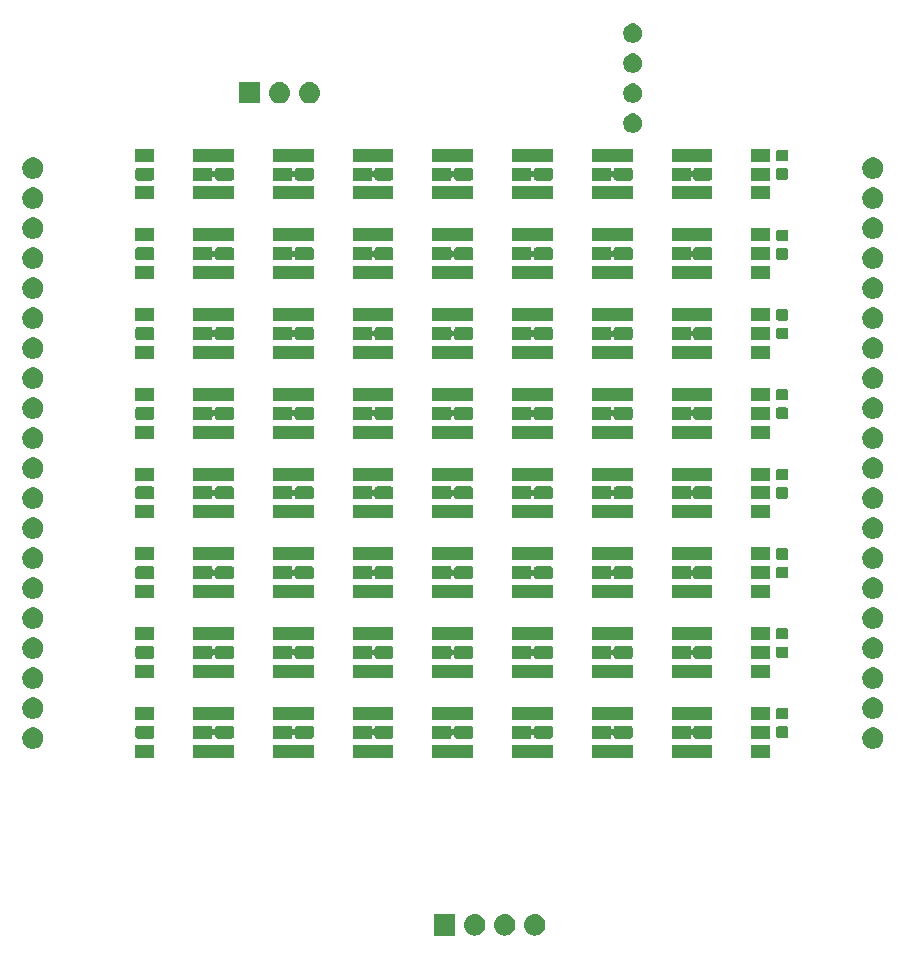
<source format=gts>
G04 #@! TF.GenerationSoftware,KiCad,Pcbnew,(5.1.2-1)-1*
G04 #@! TF.CreationDate,2021-02-18T11:20:44-06:00*
G04 #@! TF.ProjectId,Core64 LM v0.1,436f7265-3634-4204-9c4d-2076302e312e,0.3*
G04 #@! TF.SameCoordinates,Original*
G04 #@! TF.FileFunction,Soldermask,Top*
G04 #@! TF.FilePolarity,Negative*
%FSLAX46Y46*%
G04 Gerber Fmt 4.6, Leading zero omitted, Abs format (unit mm)*
G04 Created by KiCad (PCBNEW (5.1.2-1)-1) date 2021-02-18 11:20:44*
%MOMM*%
%LPD*%
G04 APERTURE LIST*
%ADD10C,0.100000*%
G04 APERTURE END LIST*
D10*
G36*
X7045443Y-39055519D02*
G01*
X7111627Y-39062037D01*
X7281466Y-39113557D01*
X7437991Y-39197222D01*
X7473729Y-39226552D01*
X7575186Y-39309814D01*
X7658448Y-39411271D01*
X7687778Y-39447009D01*
X7771443Y-39603534D01*
X7822963Y-39773373D01*
X7840359Y-39950000D01*
X7822963Y-40126627D01*
X7771443Y-40296466D01*
X7687778Y-40452991D01*
X7658448Y-40488729D01*
X7575186Y-40590186D01*
X7473729Y-40673448D01*
X7437991Y-40702778D01*
X7281466Y-40786443D01*
X7111627Y-40837963D01*
X7045443Y-40844481D01*
X6979260Y-40851000D01*
X6890740Y-40851000D01*
X6824557Y-40844481D01*
X6758373Y-40837963D01*
X6588534Y-40786443D01*
X6432009Y-40702778D01*
X6396271Y-40673448D01*
X6294814Y-40590186D01*
X6211552Y-40488729D01*
X6182222Y-40452991D01*
X6098557Y-40296466D01*
X6047037Y-40126627D01*
X6029641Y-39950000D01*
X6047037Y-39773373D01*
X6098557Y-39603534D01*
X6182222Y-39447009D01*
X6211552Y-39411271D01*
X6294814Y-39309814D01*
X6396271Y-39226552D01*
X6432009Y-39197222D01*
X6588534Y-39113557D01*
X6758373Y-39062037D01*
X6824557Y-39055519D01*
X6890740Y-39049000D01*
X6979260Y-39049000D01*
X7045443Y-39055519D01*
X7045443Y-39055519D01*
G37*
G36*
X4505443Y-39055519D02*
G01*
X4571627Y-39062037D01*
X4741466Y-39113557D01*
X4897991Y-39197222D01*
X4933729Y-39226552D01*
X5035186Y-39309814D01*
X5118448Y-39411271D01*
X5147778Y-39447009D01*
X5231443Y-39603534D01*
X5282963Y-39773373D01*
X5300359Y-39950000D01*
X5282963Y-40126627D01*
X5231443Y-40296466D01*
X5147778Y-40452991D01*
X5118448Y-40488729D01*
X5035186Y-40590186D01*
X4933729Y-40673448D01*
X4897991Y-40702778D01*
X4741466Y-40786443D01*
X4571627Y-40837963D01*
X4505443Y-40844481D01*
X4439260Y-40851000D01*
X4350740Y-40851000D01*
X4284557Y-40844481D01*
X4218373Y-40837963D01*
X4048534Y-40786443D01*
X3892009Y-40702778D01*
X3856271Y-40673448D01*
X3754814Y-40590186D01*
X3671552Y-40488729D01*
X3642222Y-40452991D01*
X3558557Y-40296466D01*
X3507037Y-40126627D01*
X3489641Y-39950000D01*
X3507037Y-39773373D01*
X3558557Y-39603534D01*
X3642222Y-39447009D01*
X3671552Y-39411271D01*
X3754814Y-39309814D01*
X3856271Y-39226552D01*
X3892009Y-39197222D01*
X4048534Y-39113557D01*
X4218373Y-39062037D01*
X4284557Y-39055519D01*
X4350740Y-39049000D01*
X4439260Y-39049000D01*
X4505443Y-39055519D01*
X4505443Y-39055519D01*
G37*
G36*
X1965443Y-39055519D02*
G01*
X2031627Y-39062037D01*
X2201466Y-39113557D01*
X2357991Y-39197222D01*
X2393729Y-39226552D01*
X2495186Y-39309814D01*
X2578448Y-39411271D01*
X2607778Y-39447009D01*
X2691443Y-39603534D01*
X2742963Y-39773373D01*
X2760359Y-39950000D01*
X2742963Y-40126627D01*
X2691443Y-40296466D01*
X2607778Y-40452991D01*
X2578448Y-40488729D01*
X2495186Y-40590186D01*
X2393729Y-40673448D01*
X2357991Y-40702778D01*
X2201466Y-40786443D01*
X2031627Y-40837963D01*
X1965443Y-40844481D01*
X1899260Y-40851000D01*
X1810740Y-40851000D01*
X1744557Y-40844481D01*
X1678373Y-40837963D01*
X1508534Y-40786443D01*
X1352009Y-40702778D01*
X1316271Y-40673448D01*
X1214814Y-40590186D01*
X1131552Y-40488729D01*
X1102222Y-40452991D01*
X1018557Y-40296466D01*
X967037Y-40126627D01*
X949641Y-39950000D01*
X967037Y-39773373D01*
X1018557Y-39603534D01*
X1102222Y-39447009D01*
X1131552Y-39411271D01*
X1214814Y-39309814D01*
X1316271Y-39226552D01*
X1352009Y-39197222D01*
X1508534Y-39113557D01*
X1678373Y-39062037D01*
X1744557Y-39055519D01*
X1810740Y-39049000D01*
X1899260Y-39049000D01*
X1965443Y-39055519D01*
X1965443Y-39055519D01*
G37*
G36*
X216000Y-40851000D02*
G01*
X-1586000Y-40851000D01*
X-1586000Y-39049000D01*
X216000Y-39049000D01*
X216000Y-40851000D01*
X216000Y-40851000D01*
G37*
G36*
X1726000Y-25776000D02*
G01*
X-1726000Y-25776000D01*
X-1726000Y-24674000D01*
X1726000Y-24674000D01*
X1726000Y-25776000D01*
X1726000Y-25776000D01*
G37*
G36*
X-5024000Y-25776000D02*
G01*
X-8476000Y-25776000D01*
X-8476000Y-24674000D01*
X-5024000Y-24674000D01*
X-5024000Y-25776000D01*
X-5024000Y-25776000D01*
G37*
G36*
X-11774000Y-25776000D02*
G01*
X-15226000Y-25776000D01*
X-15226000Y-24674000D01*
X-11774000Y-24674000D01*
X-11774000Y-25776000D01*
X-11774000Y-25776000D01*
G37*
G36*
X-18524000Y-25776000D02*
G01*
X-21976000Y-25776000D01*
X-21976000Y-24674000D01*
X-18524000Y-24674000D01*
X-18524000Y-25776000D01*
X-18524000Y-25776000D01*
G37*
G36*
X-25274000Y-25776000D02*
G01*
X-26876000Y-25776000D01*
X-26876000Y-24674000D01*
X-25274000Y-24674000D01*
X-25274000Y-25776000D01*
X-25274000Y-25776000D01*
G37*
G36*
X8476000Y-25776000D02*
G01*
X5024000Y-25776000D01*
X5024000Y-24674000D01*
X8476000Y-24674000D01*
X8476000Y-25776000D01*
X8476000Y-25776000D01*
G37*
G36*
X15226000Y-25776000D02*
G01*
X11774000Y-25776000D01*
X11774000Y-24674000D01*
X15226000Y-24674000D01*
X15226000Y-25776000D01*
X15226000Y-25776000D01*
G37*
G36*
X21976000Y-25776000D02*
G01*
X18524000Y-25776000D01*
X18524000Y-24674000D01*
X21976000Y-24674000D01*
X21976000Y-25776000D01*
X21976000Y-25776000D01*
G37*
G36*
X26876000Y-25776000D02*
G01*
X25274000Y-25776000D01*
X25274000Y-24674000D01*
X26876000Y-24674000D01*
X26876000Y-25776000D01*
X26876000Y-25776000D01*
G37*
G36*
X35673512Y-23233927D02*
G01*
X35822812Y-23263624D01*
X35986784Y-23331544D01*
X36134354Y-23430147D01*
X36259853Y-23555646D01*
X36358456Y-23703216D01*
X36426376Y-23867188D01*
X36461000Y-24041259D01*
X36461000Y-24218741D01*
X36426376Y-24392812D01*
X36358456Y-24556784D01*
X36259853Y-24704354D01*
X36134354Y-24829853D01*
X35986784Y-24928456D01*
X35822812Y-24996376D01*
X35673512Y-25026073D01*
X35648742Y-25031000D01*
X35471258Y-25031000D01*
X35446488Y-25026073D01*
X35297188Y-24996376D01*
X35133216Y-24928456D01*
X34985646Y-24829853D01*
X34860147Y-24704354D01*
X34761544Y-24556784D01*
X34693624Y-24392812D01*
X34659000Y-24218741D01*
X34659000Y-24041259D01*
X34693624Y-23867188D01*
X34761544Y-23703216D01*
X34860147Y-23555646D01*
X34985646Y-23430147D01*
X35133216Y-23331544D01*
X35297188Y-23263624D01*
X35446488Y-23233927D01*
X35471258Y-23229000D01*
X35648742Y-23229000D01*
X35673512Y-23233927D01*
X35673512Y-23233927D01*
G37*
G36*
X-35446488Y-23233927D02*
G01*
X-35297188Y-23263624D01*
X-35133216Y-23331544D01*
X-34985646Y-23430147D01*
X-34860147Y-23555646D01*
X-34761544Y-23703216D01*
X-34693624Y-23867188D01*
X-34659000Y-24041259D01*
X-34659000Y-24218741D01*
X-34693624Y-24392812D01*
X-34761544Y-24556784D01*
X-34860147Y-24704354D01*
X-34985646Y-24829853D01*
X-35133216Y-24928456D01*
X-35297188Y-24996376D01*
X-35446488Y-25026073D01*
X-35471258Y-25031000D01*
X-35648742Y-25031000D01*
X-35673512Y-25026073D01*
X-35822812Y-24996376D01*
X-35986784Y-24928456D01*
X-36134354Y-24829853D01*
X-36259853Y-24704354D01*
X-36358456Y-24556784D01*
X-36426376Y-24392812D01*
X-36461000Y-24218741D01*
X-36461000Y-24041259D01*
X-36426376Y-23867188D01*
X-36358456Y-23703216D01*
X-36259853Y-23555646D01*
X-36134354Y-23430147D01*
X-35986784Y-23331544D01*
X-35822812Y-23263624D01*
X-35673512Y-23233927D01*
X-35648742Y-23229000D01*
X-35471258Y-23229000D01*
X-35446488Y-23233927D01*
X-35446488Y-23233927D01*
G37*
G36*
X-25445566Y-23078686D02*
G01*
X-25405716Y-23090774D01*
X-25369001Y-23110399D01*
X-25336814Y-23136814D01*
X-25310399Y-23169001D01*
X-25290774Y-23205716D01*
X-25278686Y-23245566D01*
X-25274000Y-23293141D01*
X-25274000Y-23956859D01*
X-25278686Y-24004434D01*
X-25290774Y-24044284D01*
X-25310399Y-24080999D01*
X-25336814Y-24113186D01*
X-25369001Y-24139601D01*
X-25405716Y-24159226D01*
X-25445566Y-24171314D01*
X-25493141Y-24176000D01*
X-26656859Y-24176000D01*
X-26704434Y-24171314D01*
X-26744284Y-24159226D01*
X-26780999Y-24139601D01*
X-26813186Y-24113186D01*
X-26839601Y-24080999D01*
X-26859226Y-24044284D01*
X-26871314Y-24004434D01*
X-26876000Y-23956859D01*
X-26876000Y-23293141D01*
X-26871314Y-23245566D01*
X-26859226Y-23205716D01*
X-26839601Y-23169001D01*
X-26813186Y-23136814D01*
X-26780999Y-23110399D01*
X-26744284Y-23090774D01*
X-26704434Y-23078686D01*
X-26656859Y-23074000D01*
X-25493141Y-23074000D01*
X-25445566Y-23078686D01*
X-25445566Y-23078686D01*
G37*
G36*
X-6874000Y-23266715D02*
G01*
X-6871598Y-23291101D01*
X-6864485Y-23314550D01*
X-6852934Y-23336161D01*
X-6837389Y-23355103D01*
X-6818447Y-23370648D01*
X-6796836Y-23382199D01*
X-6773387Y-23389312D01*
X-6749001Y-23391714D01*
X-6724615Y-23389312D01*
X-6701166Y-23382199D01*
X-6679555Y-23370648D01*
X-6660613Y-23355103D01*
X-6645068Y-23336161D01*
X-6633517Y-23314550D01*
X-6624604Y-23278968D01*
X-6621314Y-23245566D01*
X-6609226Y-23205716D01*
X-6589601Y-23169001D01*
X-6563186Y-23136814D01*
X-6530999Y-23110399D01*
X-6494284Y-23090774D01*
X-6454434Y-23078686D01*
X-6406859Y-23074000D01*
X-5243141Y-23074000D01*
X-5195566Y-23078686D01*
X-5155716Y-23090774D01*
X-5119001Y-23110399D01*
X-5086814Y-23136814D01*
X-5060399Y-23169001D01*
X-5040774Y-23205716D01*
X-5028686Y-23245566D01*
X-5024000Y-23293141D01*
X-5024000Y-23956859D01*
X-5028686Y-24004434D01*
X-5040774Y-24044284D01*
X-5060399Y-24080999D01*
X-5086814Y-24113186D01*
X-5119001Y-24139601D01*
X-5155716Y-24159226D01*
X-5195566Y-24171314D01*
X-5243141Y-24176000D01*
X-6406859Y-24176000D01*
X-6454434Y-24171314D01*
X-6494284Y-24159226D01*
X-6530999Y-24139601D01*
X-6563186Y-24113186D01*
X-6589601Y-24080999D01*
X-6609226Y-24044284D01*
X-6621314Y-24004434D01*
X-6624604Y-23971032D01*
X-6629385Y-23946999D01*
X-6638762Y-23924360D01*
X-6652376Y-23903986D01*
X-6669703Y-23886659D01*
X-6690078Y-23873045D01*
X-6712717Y-23863668D01*
X-6736750Y-23858888D01*
X-6761254Y-23858888D01*
X-6785287Y-23863669D01*
X-6807926Y-23873046D01*
X-6828300Y-23886660D01*
X-6845627Y-23903987D01*
X-6859241Y-23924362D01*
X-6868618Y-23947001D01*
X-6874000Y-23983285D01*
X-6874000Y-24176000D01*
X-8476000Y-24176000D01*
X-8476000Y-23074000D01*
X-6874000Y-23074000D01*
X-6874000Y-23266715D01*
X-6874000Y-23266715D01*
G37*
G36*
X-20374000Y-23266715D02*
G01*
X-20371598Y-23291101D01*
X-20364485Y-23314550D01*
X-20352934Y-23336161D01*
X-20337389Y-23355103D01*
X-20318447Y-23370648D01*
X-20296836Y-23382199D01*
X-20273387Y-23389312D01*
X-20249001Y-23391714D01*
X-20224615Y-23389312D01*
X-20201166Y-23382199D01*
X-20179555Y-23370648D01*
X-20160613Y-23355103D01*
X-20145068Y-23336161D01*
X-20133517Y-23314550D01*
X-20124604Y-23278968D01*
X-20121314Y-23245566D01*
X-20109226Y-23205716D01*
X-20089601Y-23169001D01*
X-20063186Y-23136814D01*
X-20030999Y-23110399D01*
X-19994284Y-23090774D01*
X-19954434Y-23078686D01*
X-19906859Y-23074000D01*
X-18743141Y-23074000D01*
X-18695566Y-23078686D01*
X-18655716Y-23090774D01*
X-18619001Y-23110399D01*
X-18586814Y-23136814D01*
X-18560399Y-23169001D01*
X-18540774Y-23205716D01*
X-18528686Y-23245566D01*
X-18524000Y-23293141D01*
X-18524000Y-23956859D01*
X-18528686Y-24004434D01*
X-18540774Y-24044284D01*
X-18560399Y-24080999D01*
X-18586814Y-24113186D01*
X-18619001Y-24139601D01*
X-18655716Y-24159226D01*
X-18695566Y-24171314D01*
X-18743141Y-24176000D01*
X-19906859Y-24176000D01*
X-19954434Y-24171314D01*
X-19994284Y-24159226D01*
X-20030999Y-24139601D01*
X-20063186Y-24113186D01*
X-20089601Y-24080999D01*
X-20109226Y-24044284D01*
X-20121314Y-24004434D01*
X-20124604Y-23971032D01*
X-20129385Y-23946999D01*
X-20138762Y-23924360D01*
X-20152376Y-23903986D01*
X-20169703Y-23886659D01*
X-20190078Y-23873045D01*
X-20212717Y-23863668D01*
X-20236750Y-23858888D01*
X-20261254Y-23858888D01*
X-20285287Y-23863669D01*
X-20307926Y-23873046D01*
X-20328300Y-23886660D01*
X-20345627Y-23903987D01*
X-20359241Y-23924362D01*
X-20368618Y-23947001D01*
X-20374000Y-23983285D01*
X-20374000Y-24176000D01*
X-21976000Y-24176000D01*
X-21976000Y-23074000D01*
X-20374000Y-23074000D01*
X-20374000Y-23266715D01*
X-20374000Y-23266715D01*
G37*
G36*
X26876000Y-24176000D02*
G01*
X25274000Y-24176000D01*
X25274000Y-23074000D01*
X26876000Y-23074000D01*
X26876000Y-24176000D01*
X26876000Y-24176000D01*
G37*
G36*
X-13624000Y-23266715D02*
G01*
X-13621598Y-23291101D01*
X-13614485Y-23314550D01*
X-13602934Y-23336161D01*
X-13587389Y-23355103D01*
X-13568447Y-23370648D01*
X-13546836Y-23382199D01*
X-13523387Y-23389312D01*
X-13499001Y-23391714D01*
X-13474615Y-23389312D01*
X-13451166Y-23382199D01*
X-13429555Y-23370648D01*
X-13410613Y-23355103D01*
X-13395068Y-23336161D01*
X-13383517Y-23314550D01*
X-13374604Y-23278968D01*
X-13371314Y-23245566D01*
X-13359226Y-23205716D01*
X-13339601Y-23169001D01*
X-13313186Y-23136814D01*
X-13280999Y-23110399D01*
X-13244284Y-23090774D01*
X-13204434Y-23078686D01*
X-13156859Y-23074000D01*
X-11993141Y-23074000D01*
X-11945566Y-23078686D01*
X-11905716Y-23090774D01*
X-11869001Y-23110399D01*
X-11836814Y-23136814D01*
X-11810399Y-23169001D01*
X-11790774Y-23205716D01*
X-11778686Y-23245566D01*
X-11774000Y-23293141D01*
X-11774000Y-23956859D01*
X-11778686Y-24004434D01*
X-11790774Y-24044284D01*
X-11810399Y-24080999D01*
X-11836814Y-24113186D01*
X-11869001Y-24139601D01*
X-11905716Y-24159226D01*
X-11945566Y-24171314D01*
X-11993141Y-24176000D01*
X-13156859Y-24176000D01*
X-13204434Y-24171314D01*
X-13244284Y-24159226D01*
X-13280999Y-24139601D01*
X-13313186Y-24113186D01*
X-13339601Y-24080999D01*
X-13359226Y-24044284D01*
X-13371314Y-24004434D01*
X-13374604Y-23971032D01*
X-13379385Y-23946999D01*
X-13388762Y-23924360D01*
X-13402376Y-23903986D01*
X-13419703Y-23886659D01*
X-13440078Y-23873045D01*
X-13462717Y-23863668D01*
X-13486750Y-23858888D01*
X-13511254Y-23858888D01*
X-13535287Y-23863669D01*
X-13557926Y-23873046D01*
X-13578300Y-23886660D01*
X-13595627Y-23903987D01*
X-13609241Y-23924362D01*
X-13618618Y-23947001D01*
X-13624000Y-23983285D01*
X-13624000Y-24176000D01*
X-15226000Y-24176000D01*
X-15226000Y-23074000D01*
X-13624000Y-23074000D01*
X-13624000Y-23266715D01*
X-13624000Y-23266715D01*
G37*
G36*
X20126000Y-23266715D02*
G01*
X20128402Y-23291101D01*
X20135515Y-23314550D01*
X20147066Y-23336161D01*
X20162611Y-23355103D01*
X20181553Y-23370648D01*
X20203164Y-23382199D01*
X20226613Y-23389312D01*
X20250999Y-23391714D01*
X20275385Y-23389312D01*
X20298834Y-23382199D01*
X20320445Y-23370648D01*
X20339387Y-23355103D01*
X20354932Y-23336161D01*
X20366483Y-23314550D01*
X20375396Y-23278968D01*
X20378686Y-23245566D01*
X20390774Y-23205716D01*
X20410399Y-23169001D01*
X20436814Y-23136814D01*
X20469001Y-23110399D01*
X20505716Y-23090774D01*
X20545566Y-23078686D01*
X20593141Y-23074000D01*
X21756859Y-23074000D01*
X21804434Y-23078686D01*
X21844284Y-23090774D01*
X21880999Y-23110399D01*
X21913186Y-23136814D01*
X21939601Y-23169001D01*
X21959226Y-23205716D01*
X21971314Y-23245566D01*
X21976000Y-23293141D01*
X21976000Y-23956859D01*
X21971314Y-24004434D01*
X21959226Y-24044284D01*
X21939601Y-24080999D01*
X21913186Y-24113186D01*
X21880999Y-24139601D01*
X21844284Y-24159226D01*
X21804434Y-24171314D01*
X21756859Y-24176000D01*
X20593141Y-24176000D01*
X20545566Y-24171314D01*
X20505716Y-24159226D01*
X20469001Y-24139601D01*
X20436814Y-24113186D01*
X20410399Y-24080999D01*
X20390774Y-24044284D01*
X20378686Y-24004434D01*
X20375396Y-23971032D01*
X20370615Y-23946999D01*
X20361238Y-23924360D01*
X20347624Y-23903986D01*
X20330297Y-23886659D01*
X20309922Y-23873045D01*
X20287283Y-23863668D01*
X20263250Y-23858888D01*
X20238746Y-23858888D01*
X20214713Y-23863669D01*
X20192074Y-23873046D01*
X20171700Y-23886660D01*
X20154373Y-23903987D01*
X20140759Y-23924362D01*
X20131382Y-23947001D01*
X20126000Y-23983285D01*
X20126000Y-24176000D01*
X18524000Y-24176000D01*
X18524000Y-23074000D01*
X20126000Y-23074000D01*
X20126000Y-23266715D01*
X20126000Y-23266715D01*
G37*
G36*
X6626000Y-23266715D02*
G01*
X6628402Y-23291101D01*
X6635515Y-23314550D01*
X6647066Y-23336161D01*
X6662611Y-23355103D01*
X6681553Y-23370648D01*
X6703164Y-23382199D01*
X6726613Y-23389312D01*
X6750999Y-23391714D01*
X6775385Y-23389312D01*
X6798834Y-23382199D01*
X6820445Y-23370648D01*
X6839387Y-23355103D01*
X6854932Y-23336161D01*
X6866483Y-23314550D01*
X6875396Y-23278968D01*
X6878686Y-23245566D01*
X6890774Y-23205716D01*
X6910399Y-23169001D01*
X6936814Y-23136814D01*
X6969001Y-23110399D01*
X7005716Y-23090774D01*
X7045566Y-23078686D01*
X7093141Y-23074000D01*
X8256859Y-23074000D01*
X8304434Y-23078686D01*
X8344284Y-23090774D01*
X8380999Y-23110399D01*
X8413186Y-23136814D01*
X8439601Y-23169001D01*
X8459226Y-23205716D01*
X8471314Y-23245566D01*
X8476000Y-23293141D01*
X8476000Y-23956859D01*
X8471314Y-24004434D01*
X8459226Y-24044284D01*
X8439601Y-24080999D01*
X8413186Y-24113186D01*
X8380999Y-24139601D01*
X8344284Y-24159226D01*
X8304434Y-24171314D01*
X8256859Y-24176000D01*
X7093141Y-24176000D01*
X7045566Y-24171314D01*
X7005716Y-24159226D01*
X6969001Y-24139601D01*
X6936814Y-24113186D01*
X6910399Y-24080999D01*
X6890774Y-24044284D01*
X6878686Y-24004434D01*
X6875396Y-23971032D01*
X6870615Y-23946999D01*
X6861238Y-23924360D01*
X6847624Y-23903986D01*
X6830297Y-23886659D01*
X6809922Y-23873045D01*
X6787283Y-23863668D01*
X6763250Y-23858888D01*
X6738746Y-23858888D01*
X6714713Y-23863669D01*
X6692074Y-23873046D01*
X6671700Y-23886660D01*
X6654373Y-23903987D01*
X6640759Y-23924362D01*
X6631382Y-23947001D01*
X6626000Y-23983285D01*
X6626000Y-24176000D01*
X5024000Y-24176000D01*
X5024000Y-23074000D01*
X6626000Y-23074000D01*
X6626000Y-23266715D01*
X6626000Y-23266715D01*
G37*
G36*
X13376000Y-23266715D02*
G01*
X13378402Y-23291101D01*
X13385515Y-23314550D01*
X13397066Y-23336161D01*
X13412611Y-23355103D01*
X13431553Y-23370648D01*
X13453164Y-23382199D01*
X13476613Y-23389312D01*
X13500999Y-23391714D01*
X13525385Y-23389312D01*
X13548834Y-23382199D01*
X13570445Y-23370648D01*
X13589387Y-23355103D01*
X13604932Y-23336161D01*
X13616483Y-23314550D01*
X13625396Y-23278968D01*
X13628686Y-23245566D01*
X13640774Y-23205716D01*
X13660399Y-23169001D01*
X13686814Y-23136814D01*
X13719001Y-23110399D01*
X13755716Y-23090774D01*
X13795566Y-23078686D01*
X13843141Y-23074000D01*
X15006859Y-23074000D01*
X15054434Y-23078686D01*
X15094284Y-23090774D01*
X15130999Y-23110399D01*
X15163186Y-23136814D01*
X15189601Y-23169001D01*
X15209226Y-23205716D01*
X15221314Y-23245566D01*
X15226000Y-23293141D01*
X15226000Y-23956859D01*
X15221314Y-24004434D01*
X15209226Y-24044284D01*
X15189601Y-24080999D01*
X15163186Y-24113186D01*
X15130999Y-24139601D01*
X15094284Y-24159226D01*
X15054434Y-24171314D01*
X15006859Y-24176000D01*
X13843141Y-24176000D01*
X13795566Y-24171314D01*
X13755716Y-24159226D01*
X13719001Y-24139601D01*
X13686814Y-24113186D01*
X13660399Y-24080999D01*
X13640774Y-24044284D01*
X13628686Y-24004434D01*
X13625396Y-23971032D01*
X13620615Y-23946999D01*
X13611238Y-23924360D01*
X13597624Y-23903986D01*
X13580297Y-23886659D01*
X13559922Y-23873045D01*
X13537283Y-23863668D01*
X13513250Y-23858888D01*
X13488746Y-23858888D01*
X13464713Y-23863669D01*
X13442074Y-23873046D01*
X13421700Y-23886660D01*
X13404373Y-23903987D01*
X13390759Y-23924362D01*
X13381382Y-23947001D01*
X13376000Y-23983285D01*
X13376000Y-24176000D01*
X11774000Y-24176000D01*
X11774000Y-23074000D01*
X13376000Y-23074000D01*
X13376000Y-23266715D01*
X13376000Y-23266715D01*
G37*
G36*
X-124000Y-23266715D02*
G01*
X-121598Y-23291101D01*
X-114485Y-23314550D01*
X-102934Y-23336161D01*
X-87389Y-23355103D01*
X-68447Y-23370648D01*
X-46836Y-23382199D01*
X-23387Y-23389312D01*
X999Y-23391714D01*
X25385Y-23389312D01*
X48834Y-23382199D01*
X70445Y-23370648D01*
X89387Y-23355103D01*
X104932Y-23336161D01*
X116483Y-23314550D01*
X125396Y-23278968D01*
X128686Y-23245566D01*
X140774Y-23205716D01*
X160399Y-23169001D01*
X186814Y-23136814D01*
X219001Y-23110399D01*
X255716Y-23090774D01*
X295566Y-23078686D01*
X343141Y-23074000D01*
X1506859Y-23074000D01*
X1554434Y-23078686D01*
X1594284Y-23090774D01*
X1630999Y-23110399D01*
X1663186Y-23136814D01*
X1689601Y-23169001D01*
X1709226Y-23205716D01*
X1721314Y-23245566D01*
X1726000Y-23293141D01*
X1726000Y-23956859D01*
X1721314Y-24004434D01*
X1709226Y-24044284D01*
X1689601Y-24080999D01*
X1663186Y-24113186D01*
X1630999Y-24139601D01*
X1594284Y-24159226D01*
X1554434Y-24171314D01*
X1506859Y-24176000D01*
X343141Y-24176000D01*
X295566Y-24171314D01*
X255716Y-24159226D01*
X219001Y-24139601D01*
X186814Y-24113186D01*
X160399Y-24080999D01*
X140774Y-24044284D01*
X128686Y-24004434D01*
X125396Y-23971032D01*
X120615Y-23946999D01*
X111238Y-23924360D01*
X97624Y-23903986D01*
X80297Y-23886659D01*
X59922Y-23873045D01*
X37283Y-23863668D01*
X13250Y-23858888D01*
X-11254Y-23858888D01*
X-35287Y-23863669D01*
X-57926Y-23873046D01*
X-78300Y-23886660D01*
X-95627Y-23903987D01*
X-109241Y-23924362D01*
X-118618Y-23947001D01*
X-124000Y-23983285D01*
X-124000Y-24176000D01*
X-1726000Y-24176000D01*
X-1726000Y-23074000D01*
X-124000Y-23074000D01*
X-124000Y-23266715D01*
X-124000Y-23266715D01*
G37*
G36*
X28264591Y-23143085D02*
G01*
X28298569Y-23153393D01*
X28329890Y-23170134D01*
X28357339Y-23192661D01*
X28379866Y-23220110D01*
X28396607Y-23251431D01*
X28406915Y-23285409D01*
X28411000Y-23326890D01*
X28411000Y-23928110D01*
X28406915Y-23969591D01*
X28396607Y-24003569D01*
X28379866Y-24034890D01*
X28357339Y-24062339D01*
X28329890Y-24084866D01*
X28298569Y-24101607D01*
X28264591Y-24111915D01*
X28223110Y-24116000D01*
X27546890Y-24116000D01*
X27505409Y-24111915D01*
X27471431Y-24101607D01*
X27440110Y-24084866D01*
X27412661Y-24062339D01*
X27390134Y-24034890D01*
X27373393Y-24003569D01*
X27363085Y-23969591D01*
X27359000Y-23928110D01*
X27359000Y-23326890D01*
X27363085Y-23285409D01*
X27373393Y-23251431D01*
X27390134Y-23220110D01*
X27412661Y-23192661D01*
X27440110Y-23170134D01*
X27471431Y-23153393D01*
X27505409Y-23143085D01*
X27546890Y-23139000D01*
X28223110Y-23139000D01*
X28264591Y-23143085D01*
X28264591Y-23143085D01*
G37*
G36*
X1726000Y-22576000D02*
G01*
X-1726000Y-22576000D01*
X-1726000Y-21474000D01*
X1726000Y-21474000D01*
X1726000Y-22576000D01*
X1726000Y-22576000D01*
G37*
G36*
X15226000Y-22576000D02*
G01*
X11774000Y-22576000D01*
X11774000Y-21474000D01*
X15226000Y-21474000D01*
X15226000Y-22576000D01*
X15226000Y-22576000D01*
G37*
G36*
X21976000Y-22576000D02*
G01*
X18524000Y-22576000D01*
X18524000Y-21474000D01*
X21976000Y-21474000D01*
X21976000Y-22576000D01*
X21976000Y-22576000D01*
G37*
G36*
X26876000Y-22576000D02*
G01*
X25274000Y-22576000D01*
X25274000Y-21474000D01*
X26876000Y-21474000D01*
X26876000Y-22576000D01*
X26876000Y-22576000D01*
G37*
G36*
X-5024000Y-22576000D02*
G01*
X-8476000Y-22576000D01*
X-8476000Y-21474000D01*
X-5024000Y-21474000D01*
X-5024000Y-22576000D01*
X-5024000Y-22576000D01*
G37*
G36*
X8476000Y-22576000D02*
G01*
X5024000Y-22576000D01*
X5024000Y-21474000D01*
X8476000Y-21474000D01*
X8476000Y-22576000D01*
X8476000Y-22576000D01*
G37*
G36*
X-25274000Y-22576000D02*
G01*
X-26876000Y-22576000D01*
X-26876000Y-21474000D01*
X-25274000Y-21474000D01*
X-25274000Y-22576000D01*
X-25274000Y-22576000D01*
G37*
G36*
X-18524000Y-22576000D02*
G01*
X-21976000Y-22576000D01*
X-21976000Y-21474000D01*
X-18524000Y-21474000D01*
X-18524000Y-22576000D01*
X-18524000Y-22576000D01*
G37*
G36*
X-11774000Y-22576000D02*
G01*
X-15226000Y-22576000D01*
X-15226000Y-21474000D01*
X-11774000Y-21474000D01*
X-11774000Y-22576000D01*
X-11774000Y-22576000D01*
G37*
G36*
X28264591Y-21568085D02*
G01*
X28298569Y-21578393D01*
X28329890Y-21595134D01*
X28357339Y-21617661D01*
X28379866Y-21645110D01*
X28396607Y-21676431D01*
X28406915Y-21710409D01*
X28411000Y-21751890D01*
X28411000Y-22353110D01*
X28406915Y-22394591D01*
X28396607Y-22428569D01*
X28379866Y-22459890D01*
X28357339Y-22487339D01*
X28329890Y-22509866D01*
X28298569Y-22526607D01*
X28264591Y-22536915D01*
X28223110Y-22541000D01*
X27546890Y-22541000D01*
X27505409Y-22536915D01*
X27471431Y-22526607D01*
X27440110Y-22509866D01*
X27412661Y-22487339D01*
X27390134Y-22459890D01*
X27373393Y-22428569D01*
X27363085Y-22394591D01*
X27359000Y-22353110D01*
X27359000Y-21751890D01*
X27363085Y-21710409D01*
X27373393Y-21676431D01*
X27390134Y-21645110D01*
X27412661Y-21617661D01*
X27440110Y-21595134D01*
X27471431Y-21578393D01*
X27505409Y-21568085D01*
X27546890Y-21564000D01*
X28223110Y-21564000D01*
X28264591Y-21568085D01*
X28264591Y-21568085D01*
G37*
G36*
X35673512Y-20693927D02*
G01*
X35822812Y-20723624D01*
X35986784Y-20791544D01*
X36134354Y-20890147D01*
X36259853Y-21015646D01*
X36358456Y-21163216D01*
X36426376Y-21327188D01*
X36461000Y-21501259D01*
X36461000Y-21678741D01*
X36426376Y-21852812D01*
X36358456Y-22016784D01*
X36259853Y-22164354D01*
X36134354Y-22289853D01*
X35986784Y-22388456D01*
X35822812Y-22456376D01*
X35673512Y-22486073D01*
X35648742Y-22491000D01*
X35471258Y-22491000D01*
X35446488Y-22486073D01*
X35297188Y-22456376D01*
X35133216Y-22388456D01*
X34985646Y-22289853D01*
X34860147Y-22164354D01*
X34761544Y-22016784D01*
X34693624Y-21852812D01*
X34659000Y-21678741D01*
X34659000Y-21501259D01*
X34693624Y-21327188D01*
X34761544Y-21163216D01*
X34860147Y-21015646D01*
X34985646Y-20890147D01*
X35133216Y-20791544D01*
X35297188Y-20723624D01*
X35446488Y-20693927D01*
X35471258Y-20689000D01*
X35648742Y-20689000D01*
X35673512Y-20693927D01*
X35673512Y-20693927D01*
G37*
G36*
X-35446488Y-20693927D02*
G01*
X-35297188Y-20723624D01*
X-35133216Y-20791544D01*
X-34985646Y-20890147D01*
X-34860147Y-21015646D01*
X-34761544Y-21163216D01*
X-34693624Y-21327188D01*
X-34659000Y-21501259D01*
X-34659000Y-21678741D01*
X-34693624Y-21852812D01*
X-34761544Y-22016784D01*
X-34860147Y-22164354D01*
X-34985646Y-22289853D01*
X-35133216Y-22388456D01*
X-35297188Y-22456376D01*
X-35446488Y-22486073D01*
X-35471258Y-22491000D01*
X-35648742Y-22491000D01*
X-35673512Y-22486073D01*
X-35822812Y-22456376D01*
X-35986784Y-22388456D01*
X-36134354Y-22289853D01*
X-36259853Y-22164354D01*
X-36358456Y-22016784D01*
X-36426376Y-21852812D01*
X-36461000Y-21678741D01*
X-36461000Y-21501259D01*
X-36426376Y-21327188D01*
X-36358456Y-21163216D01*
X-36259853Y-21015646D01*
X-36134354Y-20890147D01*
X-35986784Y-20791544D01*
X-35822812Y-20723624D01*
X-35673512Y-20693927D01*
X-35648742Y-20689000D01*
X-35471258Y-20689000D01*
X-35446488Y-20693927D01*
X-35446488Y-20693927D01*
G37*
G36*
X-35446488Y-18153927D02*
G01*
X-35297188Y-18183624D01*
X-35133216Y-18251544D01*
X-34985646Y-18350147D01*
X-34860147Y-18475646D01*
X-34761544Y-18623216D01*
X-34693624Y-18787188D01*
X-34659000Y-18961259D01*
X-34659000Y-19138741D01*
X-34693624Y-19312812D01*
X-34761544Y-19476784D01*
X-34860147Y-19624354D01*
X-34985646Y-19749853D01*
X-35133216Y-19848456D01*
X-35297188Y-19916376D01*
X-35446488Y-19946073D01*
X-35471258Y-19951000D01*
X-35648742Y-19951000D01*
X-35673512Y-19946073D01*
X-35822812Y-19916376D01*
X-35986784Y-19848456D01*
X-36134354Y-19749853D01*
X-36259853Y-19624354D01*
X-36358456Y-19476784D01*
X-36426376Y-19312812D01*
X-36461000Y-19138741D01*
X-36461000Y-18961259D01*
X-36426376Y-18787188D01*
X-36358456Y-18623216D01*
X-36259853Y-18475646D01*
X-36134354Y-18350147D01*
X-35986784Y-18251544D01*
X-35822812Y-18183624D01*
X-35673512Y-18153927D01*
X-35648742Y-18149000D01*
X-35471258Y-18149000D01*
X-35446488Y-18153927D01*
X-35446488Y-18153927D01*
G37*
G36*
X35673512Y-18153927D02*
G01*
X35822812Y-18183624D01*
X35986784Y-18251544D01*
X36134354Y-18350147D01*
X36259853Y-18475646D01*
X36358456Y-18623216D01*
X36426376Y-18787188D01*
X36461000Y-18961259D01*
X36461000Y-19138741D01*
X36426376Y-19312812D01*
X36358456Y-19476784D01*
X36259853Y-19624354D01*
X36134354Y-19749853D01*
X35986784Y-19848456D01*
X35822812Y-19916376D01*
X35673512Y-19946073D01*
X35648742Y-19951000D01*
X35471258Y-19951000D01*
X35446488Y-19946073D01*
X35297188Y-19916376D01*
X35133216Y-19848456D01*
X34985646Y-19749853D01*
X34860147Y-19624354D01*
X34761544Y-19476784D01*
X34693624Y-19312812D01*
X34659000Y-19138741D01*
X34659000Y-18961259D01*
X34693624Y-18787188D01*
X34761544Y-18623216D01*
X34860147Y-18475646D01*
X34985646Y-18350147D01*
X35133216Y-18251544D01*
X35297188Y-18183624D01*
X35446488Y-18153927D01*
X35471258Y-18149000D01*
X35648742Y-18149000D01*
X35673512Y-18153927D01*
X35673512Y-18153927D01*
G37*
G36*
X-18524000Y-19026000D02*
G01*
X-21976000Y-19026000D01*
X-21976000Y-17924000D01*
X-18524000Y-17924000D01*
X-18524000Y-19026000D01*
X-18524000Y-19026000D01*
G37*
G36*
X-25274000Y-19026000D02*
G01*
X-26876000Y-19026000D01*
X-26876000Y-17924000D01*
X-25274000Y-17924000D01*
X-25274000Y-19026000D01*
X-25274000Y-19026000D01*
G37*
G36*
X-11774000Y-19026000D02*
G01*
X-15226000Y-19026000D01*
X-15226000Y-17924000D01*
X-11774000Y-17924000D01*
X-11774000Y-19026000D01*
X-11774000Y-19026000D01*
G37*
G36*
X26876000Y-19026000D02*
G01*
X25274000Y-19026000D01*
X25274000Y-17924000D01*
X26876000Y-17924000D01*
X26876000Y-19026000D01*
X26876000Y-19026000D01*
G37*
G36*
X21976000Y-19026000D02*
G01*
X18524000Y-19026000D01*
X18524000Y-17924000D01*
X21976000Y-17924000D01*
X21976000Y-19026000D01*
X21976000Y-19026000D01*
G37*
G36*
X15226000Y-19026000D02*
G01*
X11774000Y-19026000D01*
X11774000Y-17924000D01*
X15226000Y-17924000D01*
X15226000Y-19026000D01*
X15226000Y-19026000D01*
G37*
G36*
X8476000Y-19026000D02*
G01*
X5024000Y-19026000D01*
X5024000Y-17924000D01*
X8476000Y-17924000D01*
X8476000Y-19026000D01*
X8476000Y-19026000D01*
G37*
G36*
X-5024000Y-19026000D02*
G01*
X-8476000Y-19026000D01*
X-8476000Y-17924000D01*
X-5024000Y-17924000D01*
X-5024000Y-19026000D01*
X-5024000Y-19026000D01*
G37*
G36*
X1726000Y-19026000D02*
G01*
X-1726000Y-19026000D01*
X-1726000Y-17924000D01*
X1726000Y-17924000D01*
X1726000Y-19026000D01*
X1726000Y-19026000D01*
G37*
G36*
X-20374000Y-16516715D02*
G01*
X-20371598Y-16541101D01*
X-20364485Y-16564550D01*
X-20352934Y-16586161D01*
X-20337389Y-16605103D01*
X-20318447Y-16620648D01*
X-20296836Y-16632199D01*
X-20273387Y-16639312D01*
X-20249001Y-16641714D01*
X-20224615Y-16639312D01*
X-20201166Y-16632199D01*
X-20179555Y-16620648D01*
X-20160613Y-16605103D01*
X-20145068Y-16586161D01*
X-20133517Y-16564550D01*
X-20124604Y-16528968D01*
X-20121314Y-16495566D01*
X-20109226Y-16455716D01*
X-20089601Y-16419001D01*
X-20063186Y-16386814D01*
X-20030999Y-16360399D01*
X-19994284Y-16340774D01*
X-19954434Y-16328686D01*
X-19906859Y-16324000D01*
X-18743141Y-16324000D01*
X-18695566Y-16328686D01*
X-18655716Y-16340774D01*
X-18619001Y-16360399D01*
X-18586814Y-16386814D01*
X-18560399Y-16419001D01*
X-18540774Y-16455716D01*
X-18528686Y-16495566D01*
X-18524000Y-16543141D01*
X-18524000Y-17206859D01*
X-18528686Y-17254434D01*
X-18540774Y-17294284D01*
X-18560399Y-17330999D01*
X-18586814Y-17363186D01*
X-18619001Y-17389601D01*
X-18655716Y-17409226D01*
X-18695566Y-17421314D01*
X-18743141Y-17426000D01*
X-19906859Y-17426000D01*
X-19954434Y-17421314D01*
X-19994284Y-17409226D01*
X-20030999Y-17389601D01*
X-20063186Y-17363186D01*
X-20089601Y-17330999D01*
X-20109226Y-17294284D01*
X-20121314Y-17254434D01*
X-20124604Y-17221032D01*
X-20129385Y-17196999D01*
X-20138762Y-17174360D01*
X-20152376Y-17153986D01*
X-20169703Y-17136659D01*
X-20190078Y-17123045D01*
X-20212717Y-17113668D01*
X-20236750Y-17108888D01*
X-20261254Y-17108888D01*
X-20285287Y-17113669D01*
X-20307926Y-17123046D01*
X-20328300Y-17136660D01*
X-20345627Y-17153987D01*
X-20359241Y-17174362D01*
X-20368618Y-17197001D01*
X-20374000Y-17233285D01*
X-20374000Y-17426000D01*
X-21976000Y-17426000D01*
X-21976000Y-16324000D01*
X-20374000Y-16324000D01*
X-20374000Y-16516715D01*
X-20374000Y-16516715D01*
G37*
G36*
X13376000Y-16516715D02*
G01*
X13378402Y-16541101D01*
X13385515Y-16564550D01*
X13397066Y-16586161D01*
X13412611Y-16605103D01*
X13431553Y-16620648D01*
X13453164Y-16632199D01*
X13476613Y-16639312D01*
X13500999Y-16641714D01*
X13525385Y-16639312D01*
X13548834Y-16632199D01*
X13570445Y-16620648D01*
X13589387Y-16605103D01*
X13604932Y-16586161D01*
X13616483Y-16564550D01*
X13625396Y-16528968D01*
X13628686Y-16495566D01*
X13640774Y-16455716D01*
X13660399Y-16419001D01*
X13686814Y-16386814D01*
X13719001Y-16360399D01*
X13755716Y-16340774D01*
X13795566Y-16328686D01*
X13843141Y-16324000D01*
X15006859Y-16324000D01*
X15054434Y-16328686D01*
X15094284Y-16340774D01*
X15130999Y-16360399D01*
X15163186Y-16386814D01*
X15189601Y-16419001D01*
X15209226Y-16455716D01*
X15221314Y-16495566D01*
X15226000Y-16543141D01*
X15226000Y-17206859D01*
X15221314Y-17254434D01*
X15209226Y-17294284D01*
X15189601Y-17330999D01*
X15163186Y-17363186D01*
X15130999Y-17389601D01*
X15094284Y-17409226D01*
X15054434Y-17421314D01*
X15006859Y-17426000D01*
X13843141Y-17426000D01*
X13795566Y-17421314D01*
X13755716Y-17409226D01*
X13719001Y-17389601D01*
X13686814Y-17363186D01*
X13660399Y-17330999D01*
X13640774Y-17294284D01*
X13628686Y-17254434D01*
X13625396Y-17221032D01*
X13620615Y-17196999D01*
X13611238Y-17174360D01*
X13597624Y-17153986D01*
X13580297Y-17136659D01*
X13559922Y-17123045D01*
X13537283Y-17113668D01*
X13513250Y-17108888D01*
X13488746Y-17108888D01*
X13464713Y-17113669D01*
X13442074Y-17123046D01*
X13421700Y-17136660D01*
X13404373Y-17153987D01*
X13390759Y-17174362D01*
X13381382Y-17197001D01*
X13376000Y-17233285D01*
X13376000Y-17426000D01*
X11774000Y-17426000D01*
X11774000Y-16324000D01*
X13376000Y-16324000D01*
X13376000Y-16516715D01*
X13376000Y-16516715D01*
G37*
G36*
X6626000Y-16516715D02*
G01*
X6628402Y-16541101D01*
X6635515Y-16564550D01*
X6647066Y-16586161D01*
X6662611Y-16605103D01*
X6681553Y-16620648D01*
X6703164Y-16632199D01*
X6726613Y-16639312D01*
X6750999Y-16641714D01*
X6775385Y-16639312D01*
X6798834Y-16632199D01*
X6820445Y-16620648D01*
X6839387Y-16605103D01*
X6854932Y-16586161D01*
X6866483Y-16564550D01*
X6875396Y-16528968D01*
X6878686Y-16495566D01*
X6890774Y-16455716D01*
X6910399Y-16419001D01*
X6936814Y-16386814D01*
X6969001Y-16360399D01*
X7005716Y-16340774D01*
X7045566Y-16328686D01*
X7093141Y-16324000D01*
X8256859Y-16324000D01*
X8304434Y-16328686D01*
X8344284Y-16340774D01*
X8380999Y-16360399D01*
X8413186Y-16386814D01*
X8439601Y-16419001D01*
X8459226Y-16455716D01*
X8471314Y-16495566D01*
X8476000Y-16543141D01*
X8476000Y-17206859D01*
X8471314Y-17254434D01*
X8459226Y-17294284D01*
X8439601Y-17330999D01*
X8413186Y-17363186D01*
X8380999Y-17389601D01*
X8344284Y-17409226D01*
X8304434Y-17421314D01*
X8256859Y-17426000D01*
X7093141Y-17426000D01*
X7045566Y-17421314D01*
X7005716Y-17409226D01*
X6969001Y-17389601D01*
X6936814Y-17363186D01*
X6910399Y-17330999D01*
X6890774Y-17294284D01*
X6878686Y-17254434D01*
X6875396Y-17221032D01*
X6870615Y-17196999D01*
X6861238Y-17174360D01*
X6847624Y-17153986D01*
X6830297Y-17136659D01*
X6809922Y-17123045D01*
X6787283Y-17113668D01*
X6763250Y-17108888D01*
X6738746Y-17108888D01*
X6714713Y-17113669D01*
X6692074Y-17123046D01*
X6671700Y-17136660D01*
X6654373Y-17153987D01*
X6640759Y-17174362D01*
X6631382Y-17197001D01*
X6626000Y-17233285D01*
X6626000Y-17426000D01*
X5024000Y-17426000D01*
X5024000Y-16324000D01*
X6626000Y-16324000D01*
X6626000Y-16516715D01*
X6626000Y-16516715D01*
G37*
G36*
X-25445566Y-16328686D02*
G01*
X-25405716Y-16340774D01*
X-25369001Y-16360399D01*
X-25336814Y-16386814D01*
X-25310399Y-16419001D01*
X-25290774Y-16455716D01*
X-25278686Y-16495566D01*
X-25274000Y-16543141D01*
X-25274000Y-17206859D01*
X-25278686Y-17254434D01*
X-25290774Y-17294284D01*
X-25310399Y-17330999D01*
X-25336814Y-17363186D01*
X-25369001Y-17389601D01*
X-25405716Y-17409226D01*
X-25445566Y-17421314D01*
X-25493141Y-17426000D01*
X-26656859Y-17426000D01*
X-26704434Y-17421314D01*
X-26744284Y-17409226D01*
X-26780999Y-17389601D01*
X-26813186Y-17363186D01*
X-26839601Y-17330999D01*
X-26859226Y-17294284D01*
X-26871314Y-17254434D01*
X-26876000Y-17206859D01*
X-26876000Y-16543141D01*
X-26871314Y-16495566D01*
X-26859226Y-16455716D01*
X-26839601Y-16419001D01*
X-26813186Y-16386814D01*
X-26780999Y-16360399D01*
X-26744284Y-16340774D01*
X-26704434Y-16328686D01*
X-26656859Y-16324000D01*
X-25493141Y-16324000D01*
X-25445566Y-16328686D01*
X-25445566Y-16328686D01*
G37*
G36*
X20126000Y-16516715D02*
G01*
X20128402Y-16541101D01*
X20135515Y-16564550D01*
X20147066Y-16586161D01*
X20162611Y-16605103D01*
X20181553Y-16620648D01*
X20203164Y-16632199D01*
X20226613Y-16639312D01*
X20250999Y-16641714D01*
X20275385Y-16639312D01*
X20298834Y-16632199D01*
X20320445Y-16620648D01*
X20339387Y-16605103D01*
X20354932Y-16586161D01*
X20366483Y-16564550D01*
X20375396Y-16528968D01*
X20378686Y-16495566D01*
X20390774Y-16455716D01*
X20410399Y-16419001D01*
X20436814Y-16386814D01*
X20469001Y-16360399D01*
X20505716Y-16340774D01*
X20545566Y-16328686D01*
X20593141Y-16324000D01*
X21756859Y-16324000D01*
X21804434Y-16328686D01*
X21844284Y-16340774D01*
X21880999Y-16360399D01*
X21913186Y-16386814D01*
X21939601Y-16419001D01*
X21959226Y-16455716D01*
X21971314Y-16495566D01*
X21976000Y-16543141D01*
X21976000Y-17206859D01*
X21971314Y-17254434D01*
X21959226Y-17294284D01*
X21939601Y-17330999D01*
X21913186Y-17363186D01*
X21880999Y-17389601D01*
X21844284Y-17409226D01*
X21804434Y-17421314D01*
X21756859Y-17426000D01*
X20593141Y-17426000D01*
X20545566Y-17421314D01*
X20505716Y-17409226D01*
X20469001Y-17389601D01*
X20436814Y-17363186D01*
X20410399Y-17330999D01*
X20390774Y-17294284D01*
X20378686Y-17254434D01*
X20375396Y-17221032D01*
X20370615Y-17196999D01*
X20361238Y-17174360D01*
X20347624Y-17153986D01*
X20330297Y-17136659D01*
X20309922Y-17123045D01*
X20287283Y-17113668D01*
X20263250Y-17108888D01*
X20238746Y-17108888D01*
X20214713Y-17113669D01*
X20192074Y-17123046D01*
X20171700Y-17136660D01*
X20154373Y-17153987D01*
X20140759Y-17174362D01*
X20131382Y-17197001D01*
X20126000Y-17233285D01*
X20126000Y-17426000D01*
X18524000Y-17426000D01*
X18524000Y-16324000D01*
X20126000Y-16324000D01*
X20126000Y-16516715D01*
X20126000Y-16516715D01*
G37*
G36*
X-13624000Y-16516715D02*
G01*
X-13621598Y-16541101D01*
X-13614485Y-16564550D01*
X-13602934Y-16586161D01*
X-13587389Y-16605103D01*
X-13568447Y-16620648D01*
X-13546836Y-16632199D01*
X-13523387Y-16639312D01*
X-13499001Y-16641714D01*
X-13474615Y-16639312D01*
X-13451166Y-16632199D01*
X-13429555Y-16620648D01*
X-13410613Y-16605103D01*
X-13395068Y-16586161D01*
X-13383517Y-16564550D01*
X-13374604Y-16528968D01*
X-13371314Y-16495566D01*
X-13359226Y-16455716D01*
X-13339601Y-16419001D01*
X-13313186Y-16386814D01*
X-13280999Y-16360399D01*
X-13244284Y-16340774D01*
X-13204434Y-16328686D01*
X-13156859Y-16324000D01*
X-11993141Y-16324000D01*
X-11945566Y-16328686D01*
X-11905716Y-16340774D01*
X-11869001Y-16360399D01*
X-11836814Y-16386814D01*
X-11810399Y-16419001D01*
X-11790774Y-16455716D01*
X-11778686Y-16495566D01*
X-11774000Y-16543141D01*
X-11774000Y-17206859D01*
X-11778686Y-17254434D01*
X-11790774Y-17294284D01*
X-11810399Y-17330999D01*
X-11836814Y-17363186D01*
X-11869001Y-17389601D01*
X-11905716Y-17409226D01*
X-11945566Y-17421314D01*
X-11993141Y-17426000D01*
X-13156859Y-17426000D01*
X-13204434Y-17421314D01*
X-13244284Y-17409226D01*
X-13280999Y-17389601D01*
X-13313186Y-17363186D01*
X-13339601Y-17330999D01*
X-13359226Y-17294284D01*
X-13371314Y-17254434D01*
X-13374604Y-17221032D01*
X-13379385Y-17196999D01*
X-13388762Y-17174360D01*
X-13402376Y-17153986D01*
X-13419703Y-17136659D01*
X-13440078Y-17123045D01*
X-13462717Y-17113668D01*
X-13486750Y-17108888D01*
X-13511254Y-17108888D01*
X-13535287Y-17113669D01*
X-13557926Y-17123046D01*
X-13578300Y-17136660D01*
X-13595627Y-17153987D01*
X-13609241Y-17174362D01*
X-13618618Y-17197001D01*
X-13624000Y-17233285D01*
X-13624000Y-17426000D01*
X-15226000Y-17426000D01*
X-15226000Y-16324000D01*
X-13624000Y-16324000D01*
X-13624000Y-16516715D01*
X-13624000Y-16516715D01*
G37*
G36*
X-124000Y-16516715D02*
G01*
X-121598Y-16541101D01*
X-114485Y-16564550D01*
X-102934Y-16586161D01*
X-87389Y-16605103D01*
X-68447Y-16620648D01*
X-46836Y-16632199D01*
X-23387Y-16639312D01*
X999Y-16641714D01*
X25385Y-16639312D01*
X48834Y-16632199D01*
X70445Y-16620648D01*
X89387Y-16605103D01*
X104932Y-16586161D01*
X116483Y-16564550D01*
X125396Y-16528968D01*
X128686Y-16495566D01*
X140774Y-16455716D01*
X160399Y-16419001D01*
X186814Y-16386814D01*
X219001Y-16360399D01*
X255716Y-16340774D01*
X295566Y-16328686D01*
X343141Y-16324000D01*
X1506859Y-16324000D01*
X1554434Y-16328686D01*
X1594284Y-16340774D01*
X1630999Y-16360399D01*
X1663186Y-16386814D01*
X1689601Y-16419001D01*
X1709226Y-16455716D01*
X1721314Y-16495566D01*
X1726000Y-16543141D01*
X1726000Y-17206859D01*
X1721314Y-17254434D01*
X1709226Y-17294284D01*
X1689601Y-17330999D01*
X1663186Y-17363186D01*
X1630999Y-17389601D01*
X1594284Y-17409226D01*
X1554434Y-17421314D01*
X1506859Y-17426000D01*
X343141Y-17426000D01*
X295566Y-17421314D01*
X255716Y-17409226D01*
X219001Y-17389601D01*
X186814Y-17363186D01*
X160399Y-17330999D01*
X140774Y-17294284D01*
X128686Y-17254434D01*
X125396Y-17221032D01*
X120615Y-17196999D01*
X111238Y-17174360D01*
X97624Y-17153986D01*
X80297Y-17136659D01*
X59922Y-17123045D01*
X37283Y-17113668D01*
X13250Y-17108888D01*
X-11254Y-17108888D01*
X-35287Y-17113669D01*
X-57926Y-17123046D01*
X-78300Y-17136660D01*
X-95627Y-17153987D01*
X-109241Y-17174362D01*
X-118618Y-17197001D01*
X-124000Y-17233285D01*
X-124000Y-17426000D01*
X-1726000Y-17426000D01*
X-1726000Y-16324000D01*
X-124000Y-16324000D01*
X-124000Y-16516715D01*
X-124000Y-16516715D01*
G37*
G36*
X-6874000Y-16516715D02*
G01*
X-6871598Y-16541101D01*
X-6864485Y-16564550D01*
X-6852934Y-16586161D01*
X-6837389Y-16605103D01*
X-6818447Y-16620648D01*
X-6796836Y-16632199D01*
X-6773387Y-16639312D01*
X-6749001Y-16641714D01*
X-6724615Y-16639312D01*
X-6701166Y-16632199D01*
X-6679555Y-16620648D01*
X-6660613Y-16605103D01*
X-6645068Y-16586161D01*
X-6633517Y-16564550D01*
X-6624604Y-16528968D01*
X-6621314Y-16495566D01*
X-6609226Y-16455716D01*
X-6589601Y-16419001D01*
X-6563186Y-16386814D01*
X-6530999Y-16360399D01*
X-6494284Y-16340774D01*
X-6454434Y-16328686D01*
X-6406859Y-16324000D01*
X-5243141Y-16324000D01*
X-5195566Y-16328686D01*
X-5155716Y-16340774D01*
X-5119001Y-16360399D01*
X-5086814Y-16386814D01*
X-5060399Y-16419001D01*
X-5040774Y-16455716D01*
X-5028686Y-16495566D01*
X-5024000Y-16543141D01*
X-5024000Y-17206859D01*
X-5028686Y-17254434D01*
X-5040774Y-17294284D01*
X-5060399Y-17330999D01*
X-5086814Y-17363186D01*
X-5119001Y-17389601D01*
X-5155716Y-17409226D01*
X-5195566Y-17421314D01*
X-5243141Y-17426000D01*
X-6406859Y-17426000D01*
X-6454434Y-17421314D01*
X-6494284Y-17409226D01*
X-6530999Y-17389601D01*
X-6563186Y-17363186D01*
X-6589601Y-17330999D01*
X-6609226Y-17294284D01*
X-6621314Y-17254434D01*
X-6624604Y-17221032D01*
X-6629385Y-17196999D01*
X-6638762Y-17174360D01*
X-6652376Y-17153986D01*
X-6669703Y-17136659D01*
X-6690078Y-17123045D01*
X-6712717Y-17113668D01*
X-6736750Y-17108888D01*
X-6761254Y-17108888D01*
X-6785287Y-17113669D01*
X-6807926Y-17123046D01*
X-6828300Y-17136660D01*
X-6845627Y-17153987D01*
X-6859241Y-17174362D01*
X-6868618Y-17197001D01*
X-6874000Y-17233285D01*
X-6874000Y-17426000D01*
X-8476000Y-17426000D01*
X-8476000Y-16324000D01*
X-6874000Y-16324000D01*
X-6874000Y-16516715D01*
X-6874000Y-16516715D01*
G37*
G36*
X26876000Y-17426000D02*
G01*
X25274000Y-17426000D01*
X25274000Y-16324000D01*
X26876000Y-16324000D01*
X26876000Y-17426000D01*
X26876000Y-17426000D01*
G37*
G36*
X-35446488Y-15613927D02*
G01*
X-35297188Y-15643624D01*
X-35133216Y-15711544D01*
X-34985646Y-15810147D01*
X-34860147Y-15935646D01*
X-34761544Y-16083216D01*
X-34693624Y-16247188D01*
X-34659000Y-16421259D01*
X-34659000Y-16598741D01*
X-34693624Y-16772812D01*
X-34761544Y-16936784D01*
X-34860147Y-17084354D01*
X-34985646Y-17209853D01*
X-35133216Y-17308456D01*
X-35297188Y-17376376D01*
X-35441240Y-17405029D01*
X-35471258Y-17411000D01*
X-35648742Y-17411000D01*
X-35678760Y-17405029D01*
X-35822812Y-17376376D01*
X-35986784Y-17308456D01*
X-36134354Y-17209853D01*
X-36259853Y-17084354D01*
X-36358456Y-16936784D01*
X-36426376Y-16772812D01*
X-36461000Y-16598741D01*
X-36461000Y-16421259D01*
X-36426376Y-16247188D01*
X-36358456Y-16083216D01*
X-36259853Y-15935646D01*
X-36134354Y-15810147D01*
X-35986784Y-15711544D01*
X-35822812Y-15643624D01*
X-35673512Y-15613927D01*
X-35648742Y-15609000D01*
X-35471258Y-15609000D01*
X-35446488Y-15613927D01*
X-35446488Y-15613927D01*
G37*
G36*
X35673512Y-15613927D02*
G01*
X35822812Y-15643624D01*
X35986784Y-15711544D01*
X36134354Y-15810147D01*
X36259853Y-15935646D01*
X36358456Y-16083216D01*
X36426376Y-16247188D01*
X36461000Y-16421259D01*
X36461000Y-16598741D01*
X36426376Y-16772812D01*
X36358456Y-16936784D01*
X36259853Y-17084354D01*
X36134354Y-17209853D01*
X35986784Y-17308456D01*
X35822812Y-17376376D01*
X35678760Y-17405029D01*
X35648742Y-17411000D01*
X35471258Y-17411000D01*
X35441240Y-17405029D01*
X35297188Y-17376376D01*
X35133216Y-17308456D01*
X34985646Y-17209853D01*
X34860147Y-17084354D01*
X34761544Y-16936784D01*
X34693624Y-16772812D01*
X34659000Y-16598741D01*
X34659000Y-16421259D01*
X34693624Y-16247188D01*
X34761544Y-16083216D01*
X34860147Y-15935646D01*
X34985646Y-15810147D01*
X35133216Y-15711544D01*
X35297188Y-15643624D01*
X35446488Y-15613927D01*
X35471258Y-15609000D01*
X35648742Y-15609000D01*
X35673512Y-15613927D01*
X35673512Y-15613927D01*
G37*
G36*
X28264591Y-16383085D02*
G01*
X28298569Y-16393393D01*
X28329890Y-16410134D01*
X28357339Y-16432661D01*
X28379866Y-16460110D01*
X28396607Y-16491431D01*
X28406915Y-16525409D01*
X28411000Y-16566890D01*
X28411000Y-17168110D01*
X28406915Y-17209591D01*
X28396607Y-17243569D01*
X28379866Y-17274890D01*
X28357339Y-17302339D01*
X28329890Y-17324866D01*
X28298569Y-17341607D01*
X28264591Y-17351915D01*
X28223110Y-17356000D01*
X27546890Y-17356000D01*
X27505409Y-17351915D01*
X27471431Y-17341607D01*
X27440110Y-17324866D01*
X27412661Y-17302339D01*
X27390134Y-17274890D01*
X27373393Y-17243569D01*
X27363085Y-17209591D01*
X27359000Y-17168110D01*
X27359000Y-16566890D01*
X27363085Y-16525409D01*
X27373393Y-16491431D01*
X27390134Y-16460110D01*
X27412661Y-16432661D01*
X27440110Y-16410134D01*
X27471431Y-16393393D01*
X27505409Y-16383085D01*
X27546890Y-16379000D01*
X28223110Y-16379000D01*
X28264591Y-16383085D01*
X28264591Y-16383085D01*
G37*
G36*
X-11774000Y-15826000D02*
G01*
X-15226000Y-15826000D01*
X-15226000Y-14724000D01*
X-11774000Y-14724000D01*
X-11774000Y-15826000D01*
X-11774000Y-15826000D01*
G37*
G36*
X15226000Y-15826000D02*
G01*
X11774000Y-15826000D01*
X11774000Y-14724000D01*
X15226000Y-14724000D01*
X15226000Y-15826000D01*
X15226000Y-15826000D01*
G37*
G36*
X1726000Y-15826000D02*
G01*
X-1726000Y-15826000D01*
X-1726000Y-14724000D01*
X1726000Y-14724000D01*
X1726000Y-15826000D01*
X1726000Y-15826000D01*
G37*
G36*
X-18524000Y-15826000D02*
G01*
X-21976000Y-15826000D01*
X-21976000Y-14724000D01*
X-18524000Y-14724000D01*
X-18524000Y-15826000D01*
X-18524000Y-15826000D01*
G37*
G36*
X-25274000Y-15826000D02*
G01*
X-26876000Y-15826000D01*
X-26876000Y-14724000D01*
X-25274000Y-14724000D01*
X-25274000Y-15826000D01*
X-25274000Y-15826000D01*
G37*
G36*
X-5024000Y-15826000D02*
G01*
X-8476000Y-15826000D01*
X-8476000Y-14724000D01*
X-5024000Y-14724000D01*
X-5024000Y-15826000D01*
X-5024000Y-15826000D01*
G37*
G36*
X26876000Y-15826000D02*
G01*
X25274000Y-15826000D01*
X25274000Y-14724000D01*
X26876000Y-14724000D01*
X26876000Y-15826000D01*
X26876000Y-15826000D01*
G37*
G36*
X8476000Y-15826000D02*
G01*
X5024000Y-15826000D01*
X5024000Y-14724000D01*
X8476000Y-14724000D01*
X8476000Y-15826000D01*
X8476000Y-15826000D01*
G37*
G36*
X21976000Y-15826000D02*
G01*
X18524000Y-15826000D01*
X18524000Y-14724000D01*
X21976000Y-14724000D01*
X21976000Y-15826000D01*
X21976000Y-15826000D01*
G37*
G36*
X28264591Y-14808085D02*
G01*
X28298569Y-14818393D01*
X28329890Y-14835134D01*
X28357339Y-14857661D01*
X28379866Y-14885110D01*
X28396607Y-14916431D01*
X28406915Y-14950409D01*
X28411000Y-14991890D01*
X28411000Y-15593110D01*
X28406915Y-15634591D01*
X28396607Y-15668569D01*
X28379866Y-15699890D01*
X28357339Y-15727339D01*
X28329890Y-15749866D01*
X28298569Y-15766607D01*
X28264591Y-15776915D01*
X28223110Y-15781000D01*
X27546890Y-15781000D01*
X27505409Y-15776915D01*
X27471431Y-15766607D01*
X27440110Y-15749866D01*
X27412661Y-15727339D01*
X27390134Y-15699890D01*
X27373393Y-15668569D01*
X27363085Y-15634591D01*
X27359000Y-15593110D01*
X27359000Y-14991890D01*
X27363085Y-14950409D01*
X27373393Y-14916431D01*
X27390134Y-14885110D01*
X27412661Y-14857661D01*
X27440110Y-14835134D01*
X27471431Y-14818393D01*
X27505409Y-14808085D01*
X27546890Y-14804000D01*
X28223110Y-14804000D01*
X28264591Y-14808085D01*
X28264591Y-14808085D01*
G37*
G36*
X35673512Y-13073927D02*
G01*
X35822812Y-13103624D01*
X35986784Y-13171544D01*
X36134354Y-13270147D01*
X36259853Y-13395646D01*
X36358456Y-13543216D01*
X36426376Y-13707188D01*
X36461000Y-13881259D01*
X36461000Y-14058741D01*
X36426376Y-14232812D01*
X36358456Y-14396784D01*
X36259853Y-14544354D01*
X36134354Y-14669853D01*
X35986784Y-14768456D01*
X35822812Y-14836376D01*
X35673512Y-14866073D01*
X35648742Y-14871000D01*
X35471258Y-14871000D01*
X35446488Y-14866073D01*
X35297188Y-14836376D01*
X35133216Y-14768456D01*
X34985646Y-14669853D01*
X34860147Y-14544354D01*
X34761544Y-14396784D01*
X34693624Y-14232812D01*
X34659000Y-14058741D01*
X34659000Y-13881259D01*
X34693624Y-13707188D01*
X34761544Y-13543216D01*
X34860147Y-13395646D01*
X34985646Y-13270147D01*
X35133216Y-13171544D01*
X35297188Y-13103624D01*
X35446488Y-13073927D01*
X35471258Y-13069000D01*
X35648742Y-13069000D01*
X35673512Y-13073927D01*
X35673512Y-13073927D01*
G37*
G36*
X-35446488Y-13073927D02*
G01*
X-35297188Y-13103624D01*
X-35133216Y-13171544D01*
X-34985646Y-13270147D01*
X-34860147Y-13395646D01*
X-34761544Y-13543216D01*
X-34693624Y-13707188D01*
X-34659000Y-13881259D01*
X-34659000Y-14058741D01*
X-34693624Y-14232812D01*
X-34761544Y-14396784D01*
X-34860147Y-14544354D01*
X-34985646Y-14669853D01*
X-35133216Y-14768456D01*
X-35297188Y-14836376D01*
X-35446488Y-14866073D01*
X-35471258Y-14871000D01*
X-35648742Y-14871000D01*
X-35673512Y-14866073D01*
X-35822812Y-14836376D01*
X-35986784Y-14768456D01*
X-36134354Y-14669853D01*
X-36259853Y-14544354D01*
X-36358456Y-14396784D01*
X-36426376Y-14232812D01*
X-36461000Y-14058741D01*
X-36461000Y-13881259D01*
X-36426376Y-13707188D01*
X-36358456Y-13543216D01*
X-36259853Y-13395646D01*
X-36134354Y-13270147D01*
X-35986784Y-13171544D01*
X-35822812Y-13103624D01*
X-35673512Y-13073927D01*
X-35648742Y-13069000D01*
X-35471258Y-13069000D01*
X-35446488Y-13073927D01*
X-35446488Y-13073927D01*
G37*
G36*
X35673512Y-10533927D02*
G01*
X35822812Y-10563624D01*
X35986784Y-10631544D01*
X36134354Y-10730147D01*
X36259853Y-10855646D01*
X36358456Y-11003216D01*
X36426376Y-11167188D01*
X36461000Y-11341259D01*
X36461000Y-11518741D01*
X36426376Y-11692812D01*
X36358456Y-11856784D01*
X36259853Y-12004354D01*
X36134354Y-12129853D01*
X35986784Y-12228456D01*
X35822812Y-12296376D01*
X35673512Y-12326073D01*
X35648742Y-12331000D01*
X35471258Y-12331000D01*
X35446488Y-12326073D01*
X35297188Y-12296376D01*
X35133216Y-12228456D01*
X34985646Y-12129853D01*
X34860147Y-12004354D01*
X34761544Y-11856784D01*
X34693624Y-11692812D01*
X34659000Y-11518741D01*
X34659000Y-11341259D01*
X34693624Y-11167188D01*
X34761544Y-11003216D01*
X34860147Y-10855646D01*
X34985646Y-10730147D01*
X35133216Y-10631544D01*
X35297188Y-10563624D01*
X35446488Y-10533927D01*
X35471258Y-10529000D01*
X35648742Y-10529000D01*
X35673512Y-10533927D01*
X35673512Y-10533927D01*
G37*
G36*
X-35446488Y-10533927D02*
G01*
X-35297188Y-10563624D01*
X-35133216Y-10631544D01*
X-34985646Y-10730147D01*
X-34860147Y-10855646D01*
X-34761544Y-11003216D01*
X-34693624Y-11167188D01*
X-34659000Y-11341259D01*
X-34659000Y-11518741D01*
X-34693624Y-11692812D01*
X-34761544Y-11856784D01*
X-34860147Y-12004354D01*
X-34985646Y-12129853D01*
X-35133216Y-12228456D01*
X-35297188Y-12296376D01*
X-35446488Y-12326073D01*
X-35471258Y-12331000D01*
X-35648742Y-12331000D01*
X-35673512Y-12326073D01*
X-35822812Y-12296376D01*
X-35986784Y-12228456D01*
X-36134354Y-12129853D01*
X-36259853Y-12004354D01*
X-36358456Y-11856784D01*
X-36426376Y-11692812D01*
X-36461000Y-11518741D01*
X-36461000Y-11341259D01*
X-36426376Y-11167188D01*
X-36358456Y-11003216D01*
X-36259853Y-10855646D01*
X-36134354Y-10730147D01*
X-35986784Y-10631544D01*
X-35822812Y-10563624D01*
X-35673512Y-10533927D01*
X-35648742Y-10529000D01*
X-35471258Y-10529000D01*
X-35446488Y-10533927D01*
X-35446488Y-10533927D01*
G37*
G36*
X15226000Y-12276000D02*
G01*
X11774000Y-12276000D01*
X11774000Y-11174000D01*
X15226000Y-11174000D01*
X15226000Y-12276000D01*
X15226000Y-12276000D01*
G37*
G36*
X1726000Y-12276000D02*
G01*
X-1726000Y-12276000D01*
X-1726000Y-11174000D01*
X1726000Y-11174000D01*
X1726000Y-12276000D01*
X1726000Y-12276000D01*
G37*
G36*
X26876000Y-12276000D02*
G01*
X25274000Y-12276000D01*
X25274000Y-11174000D01*
X26876000Y-11174000D01*
X26876000Y-12276000D01*
X26876000Y-12276000D01*
G37*
G36*
X8476000Y-12276000D02*
G01*
X5024000Y-12276000D01*
X5024000Y-11174000D01*
X8476000Y-11174000D01*
X8476000Y-12276000D01*
X8476000Y-12276000D01*
G37*
G36*
X21976000Y-12276000D02*
G01*
X18524000Y-12276000D01*
X18524000Y-11174000D01*
X21976000Y-11174000D01*
X21976000Y-12276000D01*
X21976000Y-12276000D01*
G37*
G36*
X-25274000Y-12276000D02*
G01*
X-26876000Y-12276000D01*
X-26876000Y-11174000D01*
X-25274000Y-11174000D01*
X-25274000Y-12276000D01*
X-25274000Y-12276000D01*
G37*
G36*
X-5024000Y-12276000D02*
G01*
X-8476000Y-12276000D01*
X-8476000Y-11174000D01*
X-5024000Y-11174000D01*
X-5024000Y-12276000D01*
X-5024000Y-12276000D01*
G37*
G36*
X-18524000Y-12276000D02*
G01*
X-21976000Y-12276000D01*
X-21976000Y-11174000D01*
X-18524000Y-11174000D01*
X-18524000Y-12276000D01*
X-18524000Y-12276000D01*
G37*
G36*
X-11774000Y-12276000D02*
G01*
X-15226000Y-12276000D01*
X-15226000Y-11174000D01*
X-11774000Y-11174000D01*
X-11774000Y-12276000D01*
X-11774000Y-12276000D01*
G37*
G36*
X-13624000Y-9766715D02*
G01*
X-13621598Y-9791101D01*
X-13614485Y-9814550D01*
X-13602934Y-9836161D01*
X-13587389Y-9855103D01*
X-13568447Y-9870648D01*
X-13546836Y-9882199D01*
X-13523387Y-9889312D01*
X-13499001Y-9891714D01*
X-13474615Y-9889312D01*
X-13451166Y-9882199D01*
X-13429555Y-9870648D01*
X-13410613Y-9855103D01*
X-13395068Y-9836161D01*
X-13383517Y-9814550D01*
X-13374604Y-9778968D01*
X-13371314Y-9745566D01*
X-13359226Y-9705716D01*
X-13339601Y-9669001D01*
X-13313186Y-9636814D01*
X-13280999Y-9610399D01*
X-13244284Y-9590774D01*
X-13204434Y-9578686D01*
X-13156859Y-9574000D01*
X-11993141Y-9574000D01*
X-11945566Y-9578686D01*
X-11905716Y-9590774D01*
X-11869001Y-9610399D01*
X-11836814Y-9636814D01*
X-11810399Y-9669001D01*
X-11790774Y-9705716D01*
X-11778686Y-9745566D01*
X-11774000Y-9793141D01*
X-11774000Y-10456859D01*
X-11778686Y-10504434D01*
X-11790774Y-10544284D01*
X-11810399Y-10580999D01*
X-11836814Y-10613186D01*
X-11869001Y-10639601D01*
X-11905716Y-10659226D01*
X-11945566Y-10671314D01*
X-11993141Y-10676000D01*
X-13156859Y-10676000D01*
X-13204434Y-10671314D01*
X-13244284Y-10659226D01*
X-13280999Y-10639601D01*
X-13313186Y-10613186D01*
X-13339601Y-10580999D01*
X-13359226Y-10544284D01*
X-13371314Y-10504434D01*
X-13374604Y-10471032D01*
X-13379385Y-10446999D01*
X-13388762Y-10424360D01*
X-13402376Y-10403986D01*
X-13419703Y-10386659D01*
X-13440078Y-10373045D01*
X-13462717Y-10363668D01*
X-13486750Y-10358888D01*
X-13511254Y-10358888D01*
X-13535287Y-10363669D01*
X-13557926Y-10373046D01*
X-13578300Y-10386660D01*
X-13595627Y-10403987D01*
X-13609241Y-10424362D01*
X-13618618Y-10447001D01*
X-13624000Y-10483285D01*
X-13624000Y-10676000D01*
X-15226000Y-10676000D01*
X-15226000Y-9574000D01*
X-13624000Y-9574000D01*
X-13624000Y-9766715D01*
X-13624000Y-9766715D01*
G37*
G36*
X-20374000Y-9766715D02*
G01*
X-20371598Y-9791101D01*
X-20364485Y-9814550D01*
X-20352934Y-9836161D01*
X-20337389Y-9855103D01*
X-20318447Y-9870648D01*
X-20296836Y-9882199D01*
X-20273387Y-9889312D01*
X-20249001Y-9891714D01*
X-20224615Y-9889312D01*
X-20201166Y-9882199D01*
X-20179555Y-9870648D01*
X-20160613Y-9855103D01*
X-20145068Y-9836161D01*
X-20133517Y-9814550D01*
X-20124604Y-9778968D01*
X-20121314Y-9745566D01*
X-20109226Y-9705716D01*
X-20089601Y-9669001D01*
X-20063186Y-9636814D01*
X-20030999Y-9610399D01*
X-19994284Y-9590774D01*
X-19954434Y-9578686D01*
X-19906859Y-9574000D01*
X-18743141Y-9574000D01*
X-18695566Y-9578686D01*
X-18655716Y-9590774D01*
X-18619001Y-9610399D01*
X-18586814Y-9636814D01*
X-18560399Y-9669001D01*
X-18540774Y-9705716D01*
X-18528686Y-9745566D01*
X-18524000Y-9793141D01*
X-18524000Y-10456859D01*
X-18528686Y-10504434D01*
X-18540774Y-10544284D01*
X-18560399Y-10580999D01*
X-18586814Y-10613186D01*
X-18619001Y-10639601D01*
X-18655716Y-10659226D01*
X-18695566Y-10671314D01*
X-18743141Y-10676000D01*
X-19906859Y-10676000D01*
X-19954434Y-10671314D01*
X-19994284Y-10659226D01*
X-20030999Y-10639601D01*
X-20063186Y-10613186D01*
X-20089601Y-10580999D01*
X-20109226Y-10544284D01*
X-20121314Y-10504434D01*
X-20124604Y-10471032D01*
X-20129385Y-10446999D01*
X-20138762Y-10424360D01*
X-20152376Y-10403986D01*
X-20169703Y-10386659D01*
X-20190078Y-10373045D01*
X-20212717Y-10363668D01*
X-20236750Y-10358888D01*
X-20261254Y-10358888D01*
X-20285287Y-10363669D01*
X-20307926Y-10373046D01*
X-20328300Y-10386660D01*
X-20345627Y-10403987D01*
X-20359241Y-10424362D01*
X-20368618Y-10447001D01*
X-20374000Y-10483285D01*
X-20374000Y-10676000D01*
X-21976000Y-10676000D01*
X-21976000Y-9574000D01*
X-20374000Y-9574000D01*
X-20374000Y-9766715D01*
X-20374000Y-9766715D01*
G37*
G36*
X26876000Y-10676000D02*
G01*
X25274000Y-10676000D01*
X25274000Y-9574000D01*
X26876000Y-9574000D01*
X26876000Y-10676000D01*
X26876000Y-10676000D01*
G37*
G36*
X-6874000Y-9766715D02*
G01*
X-6871598Y-9791101D01*
X-6864485Y-9814550D01*
X-6852934Y-9836161D01*
X-6837389Y-9855103D01*
X-6818447Y-9870648D01*
X-6796836Y-9882199D01*
X-6773387Y-9889312D01*
X-6749001Y-9891714D01*
X-6724615Y-9889312D01*
X-6701166Y-9882199D01*
X-6679555Y-9870648D01*
X-6660613Y-9855103D01*
X-6645068Y-9836161D01*
X-6633517Y-9814550D01*
X-6624604Y-9778968D01*
X-6621314Y-9745566D01*
X-6609226Y-9705716D01*
X-6589601Y-9669001D01*
X-6563186Y-9636814D01*
X-6530999Y-9610399D01*
X-6494284Y-9590774D01*
X-6454434Y-9578686D01*
X-6406859Y-9574000D01*
X-5243141Y-9574000D01*
X-5195566Y-9578686D01*
X-5155716Y-9590774D01*
X-5119001Y-9610399D01*
X-5086814Y-9636814D01*
X-5060399Y-9669001D01*
X-5040774Y-9705716D01*
X-5028686Y-9745566D01*
X-5024000Y-9793141D01*
X-5024000Y-10456859D01*
X-5028686Y-10504434D01*
X-5040774Y-10544284D01*
X-5060399Y-10580999D01*
X-5086814Y-10613186D01*
X-5119001Y-10639601D01*
X-5155716Y-10659226D01*
X-5195566Y-10671314D01*
X-5243141Y-10676000D01*
X-6406859Y-10676000D01*
X-6454434Y-10671314D01*
X-6494284Y-10659226D01*
X-6530999Y-10639601D01*
X-6563186Y-10613186D01*
X-6589601Y-10580999D01*
X-6609226Y-10544284D01*
X-6621314Y-10504434D01*
X-6624604Y-10471032D01*
X-6629385Y-10446999D01*
X-6638762Y-10424360D01*
X-6652376Y-10403986D01*
X-6669703Y-10386659D01*
X-6690078Y-10373045D01*
X-6712717Y-10363668D01*
X-6736750Y-10358888D01*
X-6761254Y-10358888D01*
X-6785287Y-10363669D01*
X-6807926Y-10373046D01*
X-6828300Y-10386660D01*
X-6845627Y-10403987D01*
X-6859241Y-10424362D01*
X-6868618Y-10447001D01*
X-6874000Y-10483285D01*
X-6874000Y-10676000D01*
X-8476000Y-10676000D01*
X-8476000Y-9574000D01*
X-6874000Y-9574000D01*
X-6874000Y-9766715D01*
X-6874000Y-9766715D01*
G37*
G36*
X20126000Y-9766715D02*
G01*
X20128402Y-9791101D01*
X20135515Y-9814550D01*
X20147066Y-9836161D01*
X20162611Y-9855103D01*
X20181553Y-9870648D01*
X20203164Y-9882199D01*
X20226613Y-9889312D01*
X20250999Y-9891714D01*
X20275385Y-9889312D01*
X20298834Y-9882199D01*
X20320445Y-9870648D01*
X20339387Y-9855103D01*
X20354932Y-9836161D01*
X20366483Y-9814550D01*
X20375396Y-9778968D01*
X20378686Y-9745566D01*
X20390774Y-9705716D01*
X20410399Y-9669001D01*
X20436814Y-9636814D01*
X20469001Y-9610399D01*
X20505716Y-9590774D01*
X20545566Y-9578686D01*
X20593141Y-9574000D01*
X21756859Y-9574000D01*
X21804434Y-9578686D01*
X21844284Y-9590774D01*
X21880999Y-9610399D01*
X21913186Y-9636814D01*
X21939601Y-9669001D01*
X21959226Y-9705716D01*
X21971314Y-9745566D01*
X21976000Y-9793141D01*
X21976000Y-10456859D01*
X21971314Y-10504434D01*
X21959226Y-10544284D01*
X21939601Y-10580999D01*
X21913186Y-10613186D01*
X21880999Y-10639601D01*
X21844284Y-10659226D01*
X21804434Y-10671314D01*
X21756859Y-10676000D01*
X20593141Y-10676000D01*
X20545566Y-10671314D01*
X20505716Y-10659226D01*
X20469001Y-10639601D01*
X20436814Y-10613186D01*
X20410399Y-10580999D01*
X20390774Y-10544284D01*
X20378686Y-10504434D01*
X20375396Y-10471032D01*
X20370615Y-10446999D01*
X20361238Y-10424360D01*
X20347624Y-10403986D01*
X20330297Y-10386659D01*
X20309922Y-10373045D01*
X20287283Y-10363668D01*
X20263250Y-10358888D01*
X20238746Y-10358888D01*
X20214713Y-10363669D01*
X20192074Y-10373046D01*
X20171700Y-10386660D01*
X20154373Y-10403987D01*
X20140759Y-10424362D01*
X20131382Y-10447001D01*
X20126000Y-10483285D01*
X20126000Y-10676000D01*
X18524000Y-10676000D01*
X18524000Y-9574000D01*
X20126000Y-9574000D01*
X20126000Y-9766715D01*
X20126000Y-9766715D01*
G37*
G36*
X-25445566Y-9578686D02*
G01*
X-25405716Y-9590774D01*
X-25369001Y-9610399D01*
X-25336814Y-9636814D01*
X-25310399Y-9669001D01*
X-25290774Y-9705716D01*
X-25278686Y-9745566D01*
X-25274000Y-9793141D01*
X-25274000Y-10456859D01*
X-25278686Y-10504434D01*
X-25290774Y-10544284D01*
X-25310399Y-10580999D01*
X-25336814Y-10613186D01*
X-25369001Y-10639601D01*
X-25405716Y-10659226D01*
X-25445566Y-10671314D01*
X-25493141Y-10676000D01*
X-26656859Y-10676000D01*
X-26704434Y-10671314D01*
X-26744284Y-10659226D01*
X-26780999Y-10639601D01*
X-26813186Y-10613186D01*
X-26839601Y-10580999D01*
X-26859226Y-10544284D01*
X-26871314Y-10504434D01*
X-26876000Y-10456859D01*
X-26876000Y-9793141D01*
X-26871314Y-9745566D01*
X-26859226Y-9705716D01*
X-26839601Y-9669001D01*
X-26813186Y-9636814D01*
X-26780999Y-9610399D01*
X-26744284Y-9590774D01*
X-26704434Y-9578686D01*
X-26656859Y-9574000D01*
X-25493141Y-9574000D01*
X-25445566Y-9578686D01*
X-25445566Y-9578686D01*
G37*
G36*
X13376000Y-9766715D02*
G01*
X13378402Y-9791101D01*
X13385515Y-9814550D01*
X13397066Y-9836161D01*
X13412611Y-9855103D01*
X13431553Y-9870648D01*
X13453164Y-9882199D01*
X13476613Y-9889312D01*
X13500999Y-9891714D01*
X13525385Y-9889312D01*
X13548834Y-9882199D01*
X13570445Y-9870648D01*
X13589387Y-9855103D01*
X13604932Y-9836161D01*
X13616483Y-9814550D01*
X13625396Y-9778968D01*
X13628686Y-9745566D01*
X13640774Y-9705716D01*
X13660399Y-9669001D01*
X13686814Y-9636814D01*
X13719001Y-9610399D01*
X13755716Y-9590774D01*
X13795566Y-9578686D01*
X13843141Y-9574000D01*
X15006859Y-9574000D01*
X15054434Y-9578686D01*
X15094284Y-9590774D01*
X15130999Y-9610399D01*
X15163186Y-9636814D01*
X15189601Y-9669001D01*
X15209226Y-9705716D01*
X15221314Y-9745566D01*
X15226000Y-9793141D01*
X15226000Y-10456859D01*
X15221314Y-10504434D01*
X15209226Y-10544284D01*
X15189601Y-10580999D01*
X15163186Y-10613186D01*
X15130999Y-10639601D01*
X15094284Y-10659226D01*
X15054434Y-10671314D01*
X15006859Y-10676000D01*
X13843141Y-10676000D01*
X13795566Y-10671314D01*
X13755716Y-10659226D01*
X13719001Y-10639601D01*
X13686814Y-10613186D01*
X13660399Y-10580999D01*
X13640774Y-10544284D01*
X13628686Y-10504434D01*
X13625396Y-10471032D01*
X13620615Y-10446999D01*
X13611238Y-10424360D01*
X13597624Y-10403986D01*
X13580297Y-10386659D01*
X13559922Y-10373045D01*
X13537283Y-10363668D01*
X13513250Y-10358888D01*
X13488746Y-10358888D01*
X13464713Y-10363669D01*
X13442074Y-10373046D01*
X13421700Y-10386660D01*
X13404373Y-10403987D01*
X13390759Y-10424362D01*
X13381382Y-10447001D01*
X13376000Y-10483285D01*
X13376000Y-10676000D01*
X11774000Y-10676000D01*
X11774000Y-9574000D01*
X13376000Y-9574000D01*
X13376000Y-9766715D01*
X13376000Y-9766715D01*
G37*
G36*
X6626000Y-9766715D02*
G01*
X6628402Y-9791101D01*
X6635515Y-9814550D01*
X6647066Y-9836161D01*
X6662611Y-9855103D01*
X6681553Y-9870648D01*
X6703164Y-9882199D01*
X6726613Y-9889312D01*
X6750999Y-9891714D01*
X6775385Y-9889312D01*
X6798834Y-9882199D01*
X6820445Y-9870648D01*
X6839387Y-9855103D01*
X6854932Y-9836161D01*
X6866483Y-9814550D01*
X6875396Y-9778968D01*
X6878686Y-9745566D01*
X6890774Y-9705716D01*
X6910399Y-9669001D01*
X6936814Y-9636814D01*
X6969001Y-9610399D01*
X7005716Y-9590774D01*
X7045566Y-9578686D01*
X7093141Y-9574000D01*
X8256859Y-9574000D01*
X8304434Y-9578686D01*
X8344284Y-9590774D01*
X8380999Y-9610399D01*
X8413186Y-9636814D01*
X8439601Y-9669001D01*
X8459226Y-9705716D01*
X8471314Y-9745566D01*
X8476000Y-9793141D01*
X8476000Y-10456859D01*
X8471314Y-10504434D01*
X8459226Y-10544284D01*
X8439601Y-10580999D01*
X8413186Y-10613186D01*
X8380999Y-10639601D01*
X8344284Y-10659226D01*
X8304434Y-10671314D01*
X8256859Y-10676000D01*
X7093141Y-10676000D01*
X7045566Y-10671314D01*
X7005716Y-10659226D01*
X6969001Y-10639601D01*
X6936814Y-10613186D01*
X6910399Y-10580999D01*
X6890774Y-10544284D01*
X6878686Y-10504434D01*
X6875396Y-10471032D01*
X6870615Y-10446999D01*
X6861238Y-10424360D01*
X6847624Y-10403986D01*
X6830297Y-10386659D01*
X6809922Y-10373045D01*
X6787283Y-10363668D01*
X6763250Y-10358888D01*
X6738746Y-10358888D01*
X6714713Y-10363669D01*
X6692074Y-10373046D01*
X6671700Y-10386660D01*
X6654373Y-10403987D01*
X6640759Y-10424362D01*
X6631382Y-10447001D01*
X6626000Y-10483285D01*
X6626000Y-10676000D01*
X5024000Y-10676000D01*
X5024000Y-9574000D01*
X6626000Y-9574000D01*
X6626000Y-9766715D01*
X6626000Y-9766715D01*
G37*
G36*
X-124000Y-9766715D02*
G01*
X-121598Y-9791101D01*
X-114485Y-9814550D01*
X-102934Y-9836161D01*
X-87389Y-9855103D01*
X-68447Y-9870648D01*
X-46836Y-9882199D01*
X-23387Y-9889312D01*
X999Y-9891714D01*
X25385Y-9889312D01*
X48834Y-9882199D01*
X70445Y-9870648D01*
X89387Y-9855103D01*
X104932Y-9836161D01*
X116483Y-9814550D01*
X125396Y-9778968D01*
X128686Y-9745566D01*
X140774Y-9705716D01*
X160399Y-9669001D01*
X186814Y-9636814D01*
X219001Y-9610399D01*
X255716Y-9590774D01*
X295566Y-9578686D01*
X343141Y-9574000D01*
X1506859Y-9574000D01*
X1554434Y-9578686D01*
X1594284Y-9590774D01*
X1630999Y-9610399D01*
X1663186Y-9636814D01*
X1689601Y-9669001D01*
X1709226Y-9705716D01*
X1721314Y-9745566D01*
X1726000Y-9793141D01*
X1726000Y-10456859D01*
X1721314Y-10504434D01*
X1709226Y-10544284D01*
X1689601Y-10580999D01*
X1663186Y-10613186D01*
X1630999Y-10639601D01*
X1594284Y-10659226D01*
X1554434Y-10671314D01*
X1506859Y-10676000D01*
X343141Y-10676000D01*
X295566Y-10671314D01*
X255716Y-10659226D01*
X219001Y-10639601D01*
X186814Y-10613186D01*
X160399Y-10580999D01*
X140774Y-10544284D01*
X128686Y-10504434D01*
X125396Y-10471032D01*
X120615Y-10446999D01*
X111238Y-10424360D01*
X97624Y-10403986D01*
X80297Y-10386659D01*
X59922Y-10373045D01*
X37283Y-10363668D01*
X13250Y-10358888D01*
X-11254Y-10358888D01*
X-35287Y-10363669D01*
X-57926Y-10373046D01*
X-78300Y-10386660D01*
X-95627Y-10403987D01*
X-109241Y-10424362D01*
X-118618Y-10447001D01*
X-124000Y-10483285D01*
X-124000Y-10676000D01*
X-1726000Y-10676000D01*
X-1726000Y-9574000D01*
X-124000Y-9574000D01*
X-124000Y-9766715D01*
X-124000Y-9766715D01*
G37*
G36*
X28274591Y-9643085D02*
G01*
X28308569Y-9653393D01*
X28339890Y-9670134D01*
X28367339Y-9692661D01*
X28389866Y-9720110D01*
X28406607Y-9751431D01*
X28416915Y-9785409D01*
X28421000Y-9826890D01*
X28421000Y-10428110D01*
X28416915Y-10469591D01*
X28406607Y-10503569D01*
X28389866Y-10534890D01*
X28367339Y-10562339D01*
X28339890Y-10584866D01*
X28308569Y-10601607D01*
X28274591Y-10611915D01*
X28233110Y-10616000D01*
X27556890Y-10616000D01*
X27515409Y-10611915D01*
X27481431Y-10601607D01*
X27450110Y-10584866D01*
X27422661Y-10562339D01*
X27400134Y-10534890D01*
X27383393Y-10503569D01*
X27373085Y-10469591D01*
X27369000Y-10428110D01*
X27369000Y-9826890D01*
X27373085Y-9785409D01*
X27383393Y-9751431D01*
X27400134Y-9720110D01*
X27422661Y-9692661D01*
X27450110Y-9670134D01*
X27481431Y-9653393D01*
X27515409Y-9643085D01*
X27556890Y-9639000D01*
X28233110Y-9639000D01*
X28274591Y-9643085D01*
X28274591Y-9643085D01*
G37*
G36*
X35673512Y-7993927D02*
G01*
X35822812Y-8023624D01*
X35986784Y-8091544D01*
X36134354Y-8190147D01*
X36259853Y-8315646D01*
X36358456Y-8463216D01*
X36426376Y-8627188D01*
X36461000Y-8801259D01*
X36461000Y-8978741D01*
X36426376Y-9152812D01*
X36358456Y-9316784D01*
X36259853Y-9464354D01*
X36134354Y-9589853D01*
X35986784Y-9688456D01*
X35822812Y-9756376D01*
X35673512Y-9786073D01*
X35648742Y-9791000D01*
X35471258Y-9791000D01*
X35446488Y-9786073D01*
X35297188Y-9756376D01*
X35133216Y-9688456D01*
X34985646Y-9589853D01*
X34860147Y-9464354D01*
X34761544Y-9316784D01*
X34693624Y-9152812D01*
X34659000Y-8978741D01*
X34659000Y-8801259D01*
X34693624Y-8627188D01*
X34761544Y-8463216D01*
X34860147Y-8315646D01*
X34985646Y-8190147D01*
X35133216Y-8091544D01*
X35297188Y-8023624D01*
X35446488Y-7993927D01*
X35471258Y-7989000D01*
X35648742Y-7989000D01*
X35673512Y-7993927D01*
X35673512Y-7993927D01*
G37*
G36*
X-35446488Y-7993927D02*
G01*
X-35297188Y-8023624D01*
X-35133216Y-8091544D01*
X-34985646Y-8190147D01*
X-34860147Y-8315646D01*
X-34761544Y-8463216D01*
X-34693624Y-8627188D01*
X-34659000Y-8801259D01*
X-34659000Y-8978741D01*
X-34693624Y-9152812D01*
X-34761544Y-9316784D01*
X-34860147Y-9464354D01*
X-34985646Y-9589853D01*
X-35133216Y-9688456D01*
X-35297188Y-9756376D01*
X-35446488Y-9786073D01*
X-35471258Y-9791000D01*
X-35648742Y-9791000D01*
X-35673512Y-9786073D01*
X-35822812Y-9756376D01*
X-35986784Y-9688456D01*
X-36134354Y-9589853D01*
X-36259853Y-9464354D01*
X-36358456Y-9316784D01*
X-36426376Y-9152812D01*
X-36461000Y-8978741D01*
X-36461000Y-8801259D01*
X-36426376Y-8627188D01*
X-36358456Y-8463216D01*
X-36259853Y-8315646D01*
X-36134354Y-8190147D01*
X-35986784Y-8091544D01*
X-35822812Y-8023624D01*
X-35673512Y-7993927D01*
X-35648742Y-7989000D01*
X-35471258Y-7989000D01*
X-35446488Y-7993927D01*
X-35446488Y-7993927D01*
G37*
G36*
X8476000Y-9076000D02*
G01*
X5024000Y-9076000D01*
X5024000Y-7974000D01*
X8476000Y-7974000D01*
X8476000Y-9076000D01*
X8476000Y-9076000D01*
G37*
G36*
X1726000Y-9076000D02*
G01*
X-1726000Y-9076000D01*
X-1726000Y-7974000D01*
X1726000Y-7974000D01*
X1726000Y-9076000D01*
X1726000Y-9076000D01*
G37*
G36*
X15226000Y-9076000D02*
G01*
X11774000Y-9076000D01*
X11774000Y-7974000D01*
X15226000Y-7974000D01*
X15226000Y-9076000D01*
X15226000Y-9076000D01*
G37*
G36*
X21976000Y-9076000D02*
G01*
X18524000Y-9076000D01*
X18524000Y-7974000D01*
X21976000Y-7974000D01*
X21976000Y-9076000D01*
X21976000Y-9076000D01*
G37*
G36*
X-5024000Y-9076000D02*
G01*
X-8476000Y-9076000D01*
X-8476000Y-7974000D01*
X-5024000Y-7974000D01*
X-5024000Y-9076000D01*
X-5024000Y-9076000D01*
G37*
G36*
X26876000Y-9076000D02*
G01*
X25274000Y-9076000D01*
X25274000Y-7974000D01*
X26876000Y-7974000D01*
X26876000Y-9076000D01*
X26876000Y-9076000D01*
G37*
G36*
X-11774000Y-9076000D02*
G01*
X-15226000Y-9076000D01*
X-15226000Y-7974000D01*
X-11774000Y-7974000D01*
X-11774000Y-9076000D01*
X-11774000Y-9076000D01*
G37*
G36*
X-18524000Y-9076000D02*
G01*
X-21976000Y-9076000D01*
X-21976000Y-7974000D01*
X-18524000Y-7974000D01*
X-18524000Y-9076000D01*
X-18524000Y-9076000D01*
G37*
G36*
X-25274000Y-9076000D02*
G01*
X-26876000Y-9076000D01*
X-26876000Y-7974000D01*
X-25274000Y-7974000D01*
X-25274000Y-9076000D01*
X-25274000Y-9076000D01*
G37*
G36*
X28274591Y-8068085D02*
G01*
X28308569Y-8078393D01*
X28339890Y-8095134D01*
X28367339Y-8117661D01*
X28389866Y-8145110D01*
X28406607Y-8176431D01*
X28416915Y-8210409D01*
X28421000Y-8251890D01*
X28421000Y-8853110D01*
X28416915Y-8894591D01*
X28406607Y-8928569D01*
X28389866Y-8959890D01*
X28367339Y-8987339D01*
X28339890Y-9009866D01*
X28308569Y-9026607D01*
X28274591Y-9036915D01*
X28233110Y-9041000D01*
X27556890Y-9041000D01*
X27515409Y-9036915D01*
X27481431Y-9026607D01*
X27450110Y-9009866D01*
X27422661Y-8987339D01*
X27400134Y-8959890D01*
X27383393Y-8928569D01*
X27373085Y-8894591D01*
X27369000Y-8853110D01*
X27369000Y-8251890D01*
X27373085Y-8210409D01*
X27383393Y-8176431D01*
X27400134Y-8145110D01*
X27422661Y-8117661D01*
X27450110Y-8095134D01*
X27481431Y-8078393D01*
X27515409Y-8068085D01*
X27556890Y-8064000D01*
X28233110Y-8064000D01*
X28274591Y-8068085D01*
X28274591Y-8068085D01*
G37*
G36*
X35673512Y-5453927D02*
G01*
X35822812Y-5483624D01*
X35986784Y-5551544D01*
X36134354Y-5650147D01*
X36259853Y-5775646D01*
X36358456Y-5923216D01*
X36426376Y-6087188D01*
X36461000Y-6261259D01*
X36461000Y-6438741D01*
X36426376Y-6612812D01*
X36358456Y-6776784D01*
X36259853Y-6924354D01*
X36134354Y-7049853D01*
X35986784Y-7148456D01*
X35822812Y-7216376D01*
X35673512Y-7246073D01*
X35648742Y-7251000D01*
X35471258Y-7251000D01*
X35446488Y-7246073D01*
X35297188Y-7216376D01*
X35133216Y-7148456D01*
X34985646Y-7049853D01*
X34860147Y-6924354D01*
X34761544Y-6776784D01*
X34693624Y-6612812D01*
X34659000Y-6438741D01*
X34659000Y-6261259D01*
X34693624Y-6087188D01*
X34761544Y-5923216D01*
X34860147Y-5775646D01*
X34985646Y-5650147D01*
X35133216Y-5551544D01*
X35297188Y-5483624D01*
X35446488Y-5453927D01*
X35471258Y-5449000D01*
X35648742Y-5449000D01*
X35673512Y-5453927D01*
X35673512Y-5453927D01*
G37*
G36*
X-35446488Y-5453927D02*
G01*
X-35297188Y-5483624D01*
X-35133216Y-5551544D01*
X-34985646Y-5650147D01*
X-34860147Y-5775646D01*
X-34761544Y-5923216D01*
X-34693624Y-6087188D01*
X-34659000Y-6261259D01*
X-34659000Y-6438741D01*
X-34693624Y-6612812D01*
X-34761544Y-6776784D01*
X-34860147Y-6924354D01*
X-34985646Y-7049853D01*
X-35133216Y-7148456D01*
X-35297188Y-7216376D01*
X-35446488Y-7246073D01*
X-35471258Y-7251000D01*
X-35648742Y-7251000D01*
X-35673512Y-7246073D01*
X-35822812Y-7216376D01*
X-35986784Y-7148456D01*
X-36134354Y-7049853D01*
X-36259853Y-6924354D01*
X-36358456Y-6776784D01*
X-36426376Y-6612812D01*
X-36461000Y-6438741D01*
X-36461000Y-6261259D01*
X-36426376Y-6087188D01*
X-36358456Y-5923216D01*
X-36259853Y-5775646D01*
X-36134354Y-5650147D01*
X-35986784Y-5551544D01*
X-35822812Y-5483624D01*
X-35673512Y-5453927D01*
X-35648742Y-5449000D01*
X-35471258Y-5449000D01*
X-35446488Y-5453927D01*
X-35446488Y-5453927D01*
G37*
G36*
X1726000Y-5526000D02*
G01*
X-1726000Y-5526000D01*
X-1726000Y-4424000D01*
X1726000Y-4424000D01*
X1726000Y-5526000D01*
X1726000Y-5526000D01*
G37*
G36*
X-5024000Y-5526000D02*
G01*
X-8476000Y-5526000D01*
X-8476000Y-4424000D01*
X-5024000Y-4424000D01*
X-5024000Y-5526000D01*
X-5024000Y-5526000D01*
G37*
G36*
X-11774000Y-5526000D02*
G01*
X-15226000Y-5526000D01*
X-15226000Y-4424000D01*
X-11774000Y-4424000D01*
X-11774000Y-5526000D01*
X-11774000Y-5526000D01*
G37*
G36*
X8476000Y-5526000D02*
G01*
X5024000Y-5526000D01*
X5024000Y-4424000D01*
X8476000Y-4424000D01*
X8476000Y-5526000D01*
X8476000Y-5526000D01*
G37*
G36*
X15226000Y-5526000D02*
G01*
X11774000Y-5526000D01*
X11774000Y-4424000D01*
X15226000Y-4424000D01*
X15226000Y-5526000D01*
X15226000Y-5526000D01*
G37*
G36*
X21976000Y-5526000D02*
G01*
X18524000Y-5526000D01*
X18524000Y-4424000D01*
X21976000Y-4424000D01*
X21976000Y-5526000D01*
X21976000Y-5526000D01*
G37*
G36*
X26876000Y-5526000D02*
G01*
X25274000Y-5526000D01*
X25274000Y-4424000D01*
X26876000Y-4424000D01*
X26876000Y-5526000D01*
X26876000Y-5526000D01*
G37*
G36*
X-25274000Y-5526000D02*
G01*
X-26876000Y-5526000D01*
X-26876000Y-4424000D01*
X-25274000Y-4424000D01*
X-25274000Y-5526000D01*
X-25274000Y-5526000D01*
G37*
G36*
X-18524000Y-5526000D02*
G01*
X-21976000Y-5526000D01*
X-21976000Y-4424000D01*
X-18524000Y-4424000D01*
X-18524000Y-5526000D01*
X-18524000Y-5526000D01*
G37*
G36*
X-35446488Y-2913927D02*
G01*
X-35297188Y-2943624D01*
X-35133216Y-3011544D01*
X-34985646Y-3110147D01*
X-34860147Y-3235646D01*
X-34761544Y-3383216D01*
X-34693624Y-3547188D01*
X-34672381Y-3653986D01*
X-34659000Y-3721258D01*
X-34659000Y-3898742D01*
X-34663369Y-3920706D01*
X-34693624Y-4072812D01*
X-34761544Y-4236784D01*
X-34860147Y-4384354D01*
X-34985646Y-4509853D01*
X-35133216Y-4608456D01*
X-35297188Y-4676376D01*
X-35446488Y-4706073D01*
X-35471258Y-4711000D01*
X-35648742Y-4711000D01*
X-35673512Y-4706073D01*
X-35822812Y-4676376D01*
X-35986784Y-4608456D01*
X-36134354Y-4509853D01*
X-36259853Y-4384354D01*
X-36358456Y-4236784D01*
X-36426376Y-4072812D01*
X-36456631Y-3920706D01*
X-36461000Y-3898742D01*
X-36461000Y-3721258D01*
X-36447619Y-3653986D01*
X-36426376Y-3547188D01*
X-36358456Y-3383216D01*
X-36259853Y-3235646D01*
X-36134354Y-3110147D01*
X-35986784Y-3011544D01*
X-35822812Y-2943624D01*
X-35673512Y-2913927D01*
X-35648742Y-2909000D01*
X-35471258Y-2909000D01*
X-35446488Y-2913927D01*
X-35446488Y-2913927D01*
G37*
G36*
X35673512Y-2913927D02*
G01*
X35822812Y-2943624D01*
X35986784Y-3011544D01*
X36134354Y-3110147D01*
X36259853Y-3235646D01*
X36358456Y-3383216D01*
X36426376Y-3547188D01*
X36447619Y-3653986D01*
X36461000Y-3721258D01*
X36461000Y-3898742D01*
X36456631Y-3920706D01*
X36426376Y-4072812D01*
X36358456Y-4236784D01*
X36259853Y-4384354D01*
X36134354Y-4509853D01*
X35986784Y-4608456D01*
X35822812Y-4676376D01*
X35673512Y-4706073D01*
X35648742Y-4711000D01*
X35471258Y-4711000D01*
X35446488Y-4706073D01*
X35297188Y-4676376D01*
X35133216Y-4608456D01*
X34985646Y-4509853D01*
X34860147Y-4384354D01*
X34761544Y-4236784D01*
X34693624Y-4072812D01*
X34663369Y-3920706D01*
X34659000Y-3898742D01*
X34659000Y-3721258D01*
X34672381Y-3653986D01*
X34693624Y-3547188D01*
X34761544Y-3383216D01*
X34860147Y-3235646D01*
X34985646Y-3110147D01*
X35133216Y-3011544D01*
X35297188Y-2943624D01*
X35446488Y-2913927D01*
X35471258Y-2909000D01*
X35648742Y-2909000D01*
X35673512Y-2913927D01*
X35673512Y-2913927D01*
G37*
G36*
X13376000Y-3016715D02*
G01*
X13378402Y-3041101D01*
X13385515Y-3064550D01*
X13397066Y-3086161D01*
X13412611Y-3105103D01*
X13431553Y-3120648D01*
X13453164Y-3132199D01*
X13476613Y-3139312D01*
X13500999Y-3141714D01*
X13525385Y-3139312D01*
X13548834Y-3132199D01*
X13570445Y-3120648D01*
X13589387Y-3105103D01*
X13604932Y-3086161D01*
X13616483Y-3064550D01*
X13625396Y-3028968D01*
X13628686Y-2995566D01*
X13640774Y-2955716D01*
X13660399Y-2919001D01*
X13686814Y-2886814D01*
X13719001Y-2860399D01*
X13755716Y-2840774D01*
X13795566Y-2828686D01*
X13843141Y-2824000D01*
X15006859Y-2824000D01*
X15054434Y-2828686D01*
X15094284Y-2840774D01*
X15130999Y-2860399D01*
X15163186Y-2886814D01*
X15189601Y-2919001D01*
X15209226Y-2955716D01*
X15221314Y-2995566D01*
X15226000Y-3043141D01*
X15226000Y-3706859D01*
X15221314Y-3754434D01*
X15209226Y-3794284D01*
X15189601Y-3830999D01*
X15163186Y-3863186D01*
X15130999Y-3889601D01*
X15094284Y-3909226D01*
X15054434Y-3921314D01*
X15006859Y-3926000D01*
X13843141Y-3926000D01*
X13795566Y-3921314D01*
X13755716Y-3909226D01*
X13719001Y-3889601D01*
X13686814Y-3863186D01*
X13660399Y-3830999D01*
X13640774Y-3794284D01*
X13628686Y-3754434D01*
X13625396Y-3721032D01*
X13620615Y-3696999D01*
X13611238Y-3674360D01*
X13597624Y-3653986D01*
X13580297Y-3636659D01*
X13559922Y-3623045D01*
X13537283Y-3613668D01*
X13513250Y-3608888D01*
X13488746Y-3608888D01*
X13464713Y-3613669D01*
X13442074Y-3623046D01*
X13421700Y-3636660D01*
X13404373Y-3653987D01*
X13390759Y-3674362D01*
X13381382Y-3697001D01*
X13376000Y-3733285D01*
X13376000Y-3926000D01*
X11774000Y-3926000D01*
X11774000Y-2824000D01*
X13376000Y-2824000D01*
X13376000Y-3016715D01*
X13376000Y-3016715D01*
G37*
G36*
X-13624000Y-3016715D02*
G01*
X-13621598Y-3041101D01*
X-13614485Y-3064550D01*
X-13602934Y-3086161D01*
X-13587389Y-3105103D01*
X-13568447Y-3120648D01*
X-13546836Y-3132199D01*
X-13523387Y-3139312D01*
X-13499001Y-3141714D01*
X-13474615Y-3139312D01*
X-13451166Y-3132199D01*
X-13429555Y-3120648D01*
X-13410613Y-3105103D01*
X-13395068Y-3086161D01*
X-13383517Y-3064550D01*
X-13374604Y-3028968D01*
X-13371314Y-2995566D01*
X-13359226Y-2955716D01*
X-13339601Y-2919001D01*
X-13313186Y-2886814D01*
X-13280999Y-2860399D01*
X-13244284Y-2840774D01*
X-13204434Y-2828686D01*
X-13156859Y-2824000D01*
X-11993141Y-2824000D01*
X-11945566Y-2828686D01*
X-11905716Y-2840774D01*
X-11869001Y-2860399D01*
X-11836814Y-2886814D01*
X-11810399Y-2919001D01*
X-11790774Y-2955716D01*
X-11778686Y-2995566D01*
X-11774000Y-3043141D01*
X-11774000Y-3706859D01*
X-11778686Y-3754434D01*
X-11790774Y-3794284D01*
X-11810399Y-3830999D01*
X-11836814Y-3863186D01*
X-11869001Y-3889601D01*
X-11905716Y-3909226D01*
X-11945566Y-3921314D01*
X-11993141Y-3926000D01*
X-13156859Y-3926000D01*
X-13204434Y-3921314D01*
X-13244284Y-3909226D01*
X-13280999Y-3889601D01*
X-13313186Y-3863186D01*
X-13339601Y-3830999D01*
X-13359226Y-3794284D01*
X-13371314Y-3754434D01*
X-13374604Y-3721032D01*
X-13379385Y-3696999D01*
X-13388762Y-3674360D01*
X-13402376Y-3653986D01*
X-13419703Y-3636659D01*
X-13440078Y-3623045D01*
X-13462717Y-3613668D01*
X-13486750Y-3608888D01*
X-13511254Y-3608888D01*
X-13535287Y-3613669D01*
X-13557926Y-3623046D01*
X-13578300Y-3636660D01*
X-13595627Y-3653987D01*
X-13609241Y-3674362D01*
X-13618618Y-3697001D01*
X-13624000Y-3733285D01*
X-13624000Y-3926000D01*
X-15226000Y-3926000D01*
X-15226000Y-2824000D01*
X-13624000Y-2824000D01*
X-13624000Y-3016715D01*
X-13624000Y-3016715D01*
G37*
G36*
X-124000Y-3016715D02*
G01*
X-121598Y-3041101D01*
X-114485Y-3064550D01*
X-102934Y-3086161D01*
X-87389Y-3105103D01*
X-68447Y-3120648D01*
X-46836Y-3132199D01*
X-23387Y-3139312D01*
X999Y-3141714D01*
X25385Y-3139312D01*
X48834Y-3132199D01*
X70445Y-3120648D01*
X89387Y-3105103D01*
X104932Y-3086161D01*
X116483Y-3064550D01*
X125396Y-3028968D01*
X128686Y-2995566D01*
X140774Y-2955716D01*
X160399Y-2919001D01*
X186814Y-2886814D01*
X219001Y-2860399D01*
X255716Y-2840774D01*
X295566Y-2828686D01*
X343141Y-2824000D01*
X1506859Y-2824000D01*
X1554434Y-2828686D01*
X1594284Y-2840774D01*
X1630999Y-2860399D01*
X1663186Y-2886814D01*
X1689601Y-2919001D01*
X1709226Y-2955716D01*
X1721314Y-2995566D01*
X1726000Y-3043141D01*
X1726000Y-3706859D01*
X1721314Y-3754434D01*
X1709226Y-3794284D01*
X1689601Y-3830999D01*
X1663186Y-3863186D01*
X1630999Y-3889601D01*
X1594284Y-3909226D01*
X1554434Y-3921314D01*
X1506859Y-3926000D01*
X343141Y-3926000D01*
X295566Y-3921314D01*
X255716Y-3909226D01*
X219001Y-3889601D01*
X186814Y-3863186D01*
X160399Y-3830999D01*
X140774Y-3794284D01*
X128686Y-3754434D01*
X125396Y-3721032D01*
X120615Y-3696999D01*
X111238Y-3674360D01*
X97624Y-3653986D01*
X80297Y-3636659D01*
X59922Y-3623045D01*
X37283Y-3613668D01*
X13250Y-3608888D01*
X-11254Y-3608888D01*
X-35287Y-3613669D01*
X-57926Y-3623046D01*
X-78300Y-3636660D01*
X-95627Y-3653987D01*
X-109241Y-3674362D01*
X-118618Y-3697001D01*
X-124000Y-3733285D01*
X-124000Y-3926000D01*
X-1726000Y-3926000D01*
X-1726000Y-2824000D01*
X-124000Y-2824000D01*
X-124000Y-3016715D01*
X-124000Y-3016715D01*
G37*
G36*
X-20374000Y-3016715D02*
G01*
X-20371598Y-3041101D01*
X-20364485Y-3064550D01*
X-20352934Y-3086161D01*
X-20337389Y-3105103D01*
X-20318447Y-3120648D01*
X-20296836Y-3132199D01*
X-20273387Y-3139312D01*
X-20249001Y-3141714D01*
X-20224615Y-3139312D01*
X-20201166Y-3132199D01*
X-20179555Y-3120648D01*
X-20160613Y-3105103D01*
X-20145068Y-3086161D01*
X-20133517Y-3064550D01*
X-20124604Y-3028968D01*
X-20121314Y-2995566D01*
X-20109226Y-2955716D01*
X-20089601Y-2919001D01*
X-20063186Y-2886814D01*
X-20030999Y-2860399D01*
X-19994284Y-2840774D01*
X-19954434Y-2828686D01*
X-19906859Y-2824000D01*
X-18743141Y-2824000D01*
X-18695566Y-2828686D01*
X-18655716Y-2840774D01*
X-18619001Y-2860399D01*
X-18586814Y-2886814D01*
X-18560399Y-2919001D01*
X-18540774Y-2955716D01*
X-18528686Y-2995566D01*
X-18524000Y-3043141D01*
X-18524000Y-3706859D01*
X-18528686Y-3754434D01*
X-18540774Y-3794284D01*
X-18560399Y-3830999D01*
X-18586814Y-3863186D01*
X-18619001Y-3889601D01*
X-18655716Y-3909226D01*
X-18695566Y-3921314D01*
X-18743141Y-3926000D01*
X-19906859Y-3926000D01*
X-19954434Y-3921314D01*
X-19994284Y-3909226D01*
X-20030999Y-3889601D01*
X-20063186Y-3863186D01*
X-20089601Y-3830999D01*
X-20109226Y-3794284D01*
X-20121314Y-3754434D01*
X-20124604Y-3721032D01*
X-20129385Y-3696999D01*
X-20138762Y-3674360D01*
X-20152376Y-3653986D01*
X-20169703Y-3636659D01*
X-20190078Y-3623045D01*
X-20212717Y-3613668D01*
X-20236750Y-3608888D01*
X-20261254Y-3608888D01*
X-20285287Y-3613669D01*
X-20307926Y-3623046D01*
X-20328300Y-3636660D01*
X-20345627Y-3653987D01*
X-20359241Y-3674362D01*
X-20368618Y-3697001D01*
X-20374000Y-3733285D01*
X-20374000Y-3926000D01*
X-21976000Y-3926000D01*
X-21976000Y-2824000D01*
X-20374000Y-2824000D01*
X-20374000Y-3016715D01*
X-20374000Y-3016715D01*
G37*
G36*
X-6874000Y-3016715D02*
G01*
X-6871598Y-3041101D01*
X-6864485Y-3064550D01*
X-6852934Y-3086161D01*
X-6837389Y-3105103D01*
X-6818447Y-3120648D01*
X-6796836Y-3132199D01*
X-6773387Y-3139312D01*
X-6749001Y-3141714D01*
X-6724615Y-3139312D01*
X-6701166Y-3132199D01*
X-6679555Y-3120648D01*
X-6660613Y-3105103D01*
X-6645068Y-3086161D01*
X-6633517Y-3064550D01*
X-6624604Y-3028968D01*
X-6621314Y-2995566D01*
X-6609226Y-2955716D01*
X-6589601Y-2919001D01*
X-6563186Y-2886814D01*
X-6530999Y-2860399D01*
X-6494284Y-2840774D01*
X-6454434Y-2828686D01*
X-6406859Y-2824000D01*
X-5243141Y-2824000D01*
X-5195566Y-2828686D01*
X-5155716Y-2840774D01*
X-5119001Y-2860399D01*
X-5086814Y-2886814D01*
X-5060399Y-2919001D01*
X-5040774Y-2955716D01*
X-5028686Y-2995566D01*
X-5024000Y-3043141D01*
X-5024000Y-3706859D01*
X-5028686Y-3754434D01*
X-5040774Y-3794284D01*
X-5060399Y-3830999D01*
X-5086814Y-3863186D01*
X-5119001Y-3889601D01*
X-5155716Y-3909226D01*
X-5195566Y-3921314D01*
X-5243141Y-3926000D01*
X-6406859Y-3926000D01*
X-6454434Y-3921314D01*
X-6494284Y-3909226D01*
X-6530999Y-3889601D01*
X-6563186Y-3863186D01*
X-6589601Y-3830999D01*
X-6609226Y-3794284D01*
X-6621314Y-3754434D01*
X-6624604Y-3721032D01*
X-6629385Y-3696999D01*
X-6638762Y-3674360D01*
X-6652376Y-3653986D01*
X-6669703Y-3636659D01*
X-6690078Y-3623045D01*
X-6712717Y-3613668D01*
X-6736750Y-3608888D01*
X-6761254Y-3608888D01*
X-6785287Y-3613669D01*
X-6807926Y-3623046D01*
X-6828300Y-3636660D01*
X-6845627Y-3653987D01*
X-6859241Y-3674362D01*
X-6868618Y-3697001D01*
X-6874000Y-3733285D01*
X-6874000Y-3926000D01*
X-8476000Y-3926000D01*
X-8476000Y-2824000D01*
X-6874000Y-2824000D01*
X-6874000Y-3016715D01*
X-6874000Y-3016715D01*
G37*
G36*
X-25445566Y-2828686D02*
G01*
X-25405716Y-2840774D01*
X-25369001Y-2860399D01*
X-25336814Y-2886814D01*
X-25310399Y-2919001D01*
X-25290774Y-2955716D01*
X-25278686Y-2995566D01*
X-25274000Y-3043141D01*
X-25274000Y-3706859D01*
X-25278686Y-3754434D01*
X-25290774Y-3794284D01*
X-25310399Y-3830999D01*
X-25336814Y-3863186D01*
X-25369001Y-3889601D01*
X-25405716Y-3909226D01*
X-25445566Y-3921314D01*
X-25493141Y-3926000D01*
X-26656859Y-3926000D01*
X-26704434Y-3921314D01*
X-26744284Y-3909226D01*
X-26780999Y-3889601D01*
X-26813186Y-3863186D01*
X-26839601Y-3830999D01*
X-26859226Y-3794284D01*
X-26871314Y-3754434D01*
X-26876000Y-3706859D01*
X-26876000Y-3043141D01*
X-26871314Y-2995566D01*
X-26859226Y-2955716D01*
X-26839601Y-2919001D01*
X-26813186Y-2886814D01*
X-26780999Y-2860399D01*
X-26744284Y-2840774D01*
X-26704434Y-2828686D01*
X-26656859Y-2824000D01*
X-25493141Y-2824000D01*
X-25445566Y-2828686D01*
X-25445566Y-2828686D01*
G37*
G36*
X26876000Y-3926000D02*
G01*
X25274000Y-3926000D01*
X25274000Y-2824000D01*
X26876000Y-2824000D01*
X26876000Y-3926000D01*
X26876000Y-3926000D01*
G37*
G36*
X20126000Y-3016715D02*
G01*
X20128402Y-3041101D01*
X20135515Y-3064550D01*
X20147066Y-3086161D01*
X20162611Y-3105103D01*
X20181553Y-3120648D01*
X20203164Y-3132199D01*
X20226613Y-3139312D01*
X20250999Y-3141714D01*
X20275385Y-3139312D01*
X20298834Y-3132199D01*
X20320445Y-3120648D01*
X20339387Y-3105103D01*
X20354932Y-3086161D01*
X20366483Y-3064550D01*
X20375396Y-3028968D01*
X20378686Y-2995566D01*
X20390774Y-2955716D01*
X20410399Y-2919001D01*
X20436814Y-2886814D01*
X20469001Y-2860399D01*
X20505716Y-2840774D01*
X20545566Y-2828686D01*
X20593141Y-2824000D01*
X21756859Y-2824000D01*
X21804434Y-2828686D01*
X21844284Y-2840774D01*
X21880999Y-2860399D01*
X21913186Y-2886814D01*
X21939601Y-2919001D01*
X21959226Y-2955716D01*
X21971314Y-2995566D01*
X21976000Y-3043141D01*
X21976000Y-3706859D01*
X21971314Y-3754434D01*
X21959226Y-3794284D01*
X21939601Y-3830999D01*
X21913186Y-3863186D01*
X21880999Y-3889601D01*
X21844284Y-3909226D01*
X21804434Y-3921314D01*
X21756859Y-3926000D01*
X20593141Y-3926000D01*
X20545566Y-3921314D01*
X20505716Y-3909226D01*
X20469001Y-3889601D01*
X20436814Y-3863186D01*
X20410399Y-3830999D01*
X20390774Y-3794284D01*
X20378686Y-3754434D01*
X20375396Y-3721032D01*
X20370615Y-3696999D01*
X20361238Y-3674360D01*
X20347624Y-3653986D01*
X20330297Y-3636659D01*
X20309922Y-3623045D01*
X20287283Y-3613668D01*
X20263250Y-3608888D01*
X20238746Y-3608888D01*
X20214713Y-3613669D01*
X20192074Y-3623046D01*
X20171700Y-3636660D01*
X20154373Y-3653987D01*
X20140759Y-3674362D01*
X20131382Y-3697001D01*
X20126000Y-3733285D01*
X20126000Y-3926000D01*
X18524000Y-3926000D01*
X18524000Y-2824000D01*
X20126000Y-2824000D01*
X20126000Y-3016715D01*
X20126000Y-3016715D01*
G37*
G36*
X6626000Y-3016715D02*
G01*
X6628402Y-3041101D01*
X6635515Y-3064550D01*
X6647066Y-3086161D01*
X6662611Y-3105103D01*
X6681553Y-3120648D01*
X6703164Y-3132199D01*
X6726613Y-3139312D01*
X6750999Y-3141714D01*
X6775385Y-3139312D01*
X6798834Y-3132199D01*
X6820445Y-3120648D01*
X6839387Y-3105103D01*
X6854932Y-3086161D01*
X6866483Y-3064550D01*
X6875396Y-3028968D01*
X6878686Y-2995566D01*
X6890774Y-2955716D01*
X6910399Y-2919001D01*
X6936814Y-2886814D01*
X6969001Y-2860399D01*
X7005716Y-2840774D01*
X7045566Y-2828686D01*
X7093141Y-2824000D01*
X8256859Y-2824000D01*
X8304434Y-2828686D01*
X8344284Y-2840774D01*
X8380999Y-2860399D01*
X8413186Y-2886814D01*
X8439601Y-2919001D01*
X8459226Y-2955716D01*
X8471314Y-2995566D01*
X8476000Y-3043141D01*
X8476000Y-3706859D01*
X8471314Y-3754434D01*
X8459226Y-3794284D01*
X8439601Y-3830999D01*
X8413186Y-3863186D01*
X8380999Y-3889601D01*
X8344284Y-3909226D01*
X8304434Y-3921314D01*
X8256859Y-3926000D01*
X7093141Y-3926000D01*
X7045566Y-3921314D01*
X7005716Y-3909226D01*
X6969001Y-3889601D01*
X6936814Y-3863186D01*
X6910399Y-3830999D01*
X6890774Y-3794284D01*
X6878686Y-3754434D01*
X6875396Y-3721032D01*
X6870615Y-3696999D01*
X6861238Y-3674360D01*
X6847624Y-3653986D01*
X6830297Y-3636659D01*
X6809922Y-3623045D01*
X6787283Y-3613668D01*
X6763250Y-3608888D01*
X6738746Y-3608888D01*
X6714713Y-3613669D01*
X6692074Y-3623046D01*
X6671700Y-3636660D01*
X6654373Y-3653987D01*
X6640759Y-3674362D01*
X6631382Y-3697001D01*
X6626000Y-3733285D01*
X6626000Y-3926000D01*
X5024000Y-3926000D01*
X5024000Y-2824000D01*
X6626000Y-2824000D01*
X6626000Y-3016715D01*
X6626000Y-3016715D01*
G37*
G36*
X28264591Y-2893085D02*
G01*
X28298569Y-2903393D01*
X28329890Y-2920134D01*
X28357339Y-2942661D01*
X28379866Y-2970110D01*
X28396607Y-3001431D01*
X28406915Y-3035409D01*
X28411000Y-3076890D01*
X28411000Y-3678110D01*
X28406915Y-3719591D01*
X28396607Y-3753569D01*
X28379866Y-3784890D01*
X28357339Y-3812339D01*
X28329890Y-3834866D01*
X28298569Y-3851607D01*
X28264591Y-3861915D01*
X28223110Y-3866000D01*
X27546890Y-3866000D01*
X27505409Y-3861915D01*
X27471431Y-3851607D01*
X27440110Y-3834866D01*
X27412661Y-3812339D01*
X27390134Y-3784890D01*
X27373393Y-3753569D01*
X27363085Y-3719591D01*
X27359000Y-3678110D01*
X27359000Y-3076890D01*
X27363085Y-3035409D01*
X27373393Y-3001431D01*
X27390134Y-2970110D01*
X27412661Y-2942661D01*
X27440110Y-2920134D01*
X27471431Y-2903393D01*
X27505409Y-2893085D01*
X27546890Y-2889000D01*
X28223110Y-2889000D01*
X28264591Y-2893085D01*
X28264591Y-2893085D01*
G37*
G36*
X26876000Y-2326000D02*
G01*
X25274000Y-2326000D01*
X25274000Y-1224000D01*
X26876000Y-1224000D01*
X26876000Y-2326000D01*
X26876000Y-2326000D01*
G37*
G36*
X21976000Y-2326000D02*
G01*
X18524000Y-2326000D01*
X18524000Y-1224000D01*
X21976000Y-1224000D01*
X21976000Y-2326000D01*
X21976000Y-2326000D01*
G37*
G36*
X15226000Y-2326000D02*
G01*
X11774000Y-2326000D01*
X11774000Y-1224000D01*
X15226000Y-1224000D01*
X15226000Y-2326000D01*
X15226000Y-2326000D01*
G37*
G36*
X-18524000Y-2326000D02*
G01*
X-21976000Y-2326000D01*
X-21976000Y-1224000D01*
X-18524000Y-1224000D01*
X-18524000Y-2326000D01*
X-18524000Y-2326000D01*
G37*
G36*
X8476000Y-2326000D02*
G01*
X5024000Y-2326000D01*
X5024000Y-1224000D01*
X8476000Y-1224000D01*
X8476000Y-2326000D01*
X8476000Y-2326000D01*
G37*
G36*
X-25274000Y-2326000D02*
G01*
X-26876000Y-2326000D01*
X-26876000Y-1224000D01*
X-25274000Y-1224000D01*
X-25274000Y-2326000D01*
X-25274000Y-2326000D01*
G37*
G36*
X1726000Y-2326000D02*
G01*
X-1726000Y-2326000D01*
X-1726000Y-1224000D01*
X1726000Y-1224000D01*
X1726000Y-2326000D01*
X1726000Y-2326000D01*
G37*
G36*
X-5024000Y-2326000D02*
G01*
X-8476000Y-2326000D01*
X-8476000Y-1224000D01*
X-5024000Y-1224000D01*
X-5024000Y-2326000D01*
X-5024000Y-2326000D01*
G37*
G36*
X-11774000Y-2326000D02*
G01*
X-15226000Y-2326000D01*
X-15226000Y-1224000D01*
X-11774000Y-1224000D01*
X-11774000Y-2326000D01*
X-11774000Y-2326000D01*
G37*
G36*
X28264591Y-1318085D02*
G01*
X28298569Y-1328393D01*
X28329890Y-1345134D01*
X28357339Y-1367661D01*
X28379866Y-1395110D01*
X28396607Y-1426431D01*
X28406915Y-1460409D01*
X28411000Y-1501890D01*
X28411000Y-2103110D01*
X28406915Y-2144591D01*
X28396607Y-2178569D01*
X28379866Y-2209890D01*
X28357339Y-2237339D01*
X28329890Y-2259866D01*
X28298569Y-2276607D01*
X28264591Y-2286915D01*
X28223110Y-2291000D01*
X27546890Y-2291000D01*
X27505409Y-2286915D01*
X27471431Y-2276607D01*
X27440110Y-2259866D01*
X27412661Y-2237339D01*
X27390134Y-2209890D01*
X27373393Y-2178569D01*
X27363085Y-2144591D01*
X27359000Y-2103110D01*
X27359000Y-1501890D01*
X27363085Y-1460409D01*
X27373393Y-1426431D01*
X27390134Y-1395110D01*
X27412661Y-1367661D01*
X27440110Y-1345134D01*
X27471431Y-1328393D01*
X27505409Y-1318085D01*
X27546890Y-1314000D01*
X28223110Y-1314000D01*
X28264591Y-1318085D01*
X28264591Y-1318085D01*
G37*
G36*
X-35446488Y-373927D02*
G01*
X-35297188Y-403624D01*
X-35133216Y-471544D01*
X-34985646Y-570147D01*
X-34860147Y-695646D01*
X-34761544Y-843216D01*
X-34693624Y-1007188D01*
X-34659000Y-1181259D01*
X-34659000Y-1358741D01*
X-34693624Y-1532812D01*
X-34761544Y-1696784D01*
X-34860147Y-1844354D01*
X-34985646Y-1969853D01*
X-35133216Y-2068456D01*
X-35297188Y-2136376D01*
X-35446488Y-2166073D01*
X-35471258Y-2171000D01*
X-35648742Y-2171000D01*
X-35673512Y-2166073D01*
X-35822812Y-2136376D01*
X-35986784Y-2068456D01*
X-36134354Y-1969853D01*
X-36259853Y-1844354D01*
X-36358456Y-1696784D01*
X-36426376Y-1532812D01*
X-36461000Y-1358741D01*
X-36461000Y-1181259D01*
X-36426376Y-1007188D01*
X-36358456Y-843216D01*
X-36259853Y-695646D01*
X-36134354Y-570147D01*
X-35986784Y-471544D01*
X-35822812Y-403624D01*
X-35673512Y-373927D01*
X-35648742Y-369000D01*
X-35471258Y-369000D01*
X-35446488Y-373927D01*
X-35446488Y-373927D01*
G37*
G36*
X35673512Y-373927D02*
G01*
X35822812Y-403624D01*
X35986784Y-471544D01*
X36134354Y-570147D01*
X36259853Y-695646D01*
X36358456Y-843216D01*
X36426376Y-1007188D01*
X36461000Y-1181259D01*
X36461000Y-1358741D01*
X36426376Y-1532812D01*
X36358456Y-1696784D01*
X36259853Y-1844354D01*
X36134354Y-1969853D01*
X35986784Y-2068456D01*
X35822812Y-2136376D01*
X35673512Y-2166073D01*
X35648742Y-2171000D01*
X35471258Y-2171000D01*
X35446488Y-2166073D01*
X35297188Y-2136376D01*
X35133216Y-2068456D01*
X34985646Y-1969853D01*
X34860147Y-1844354D01*
X34761544Y-1696784D01*
X34693624Y-1532812D01*
X34659000Y-1358741D01*
X34659000Y-1181259D01*
X34693624Y-1007188D01*
X34761544Y-843216D01*
X34860147Y-695646D01*
X34985646Y-570147D01*
X35133216Y-471544D01*
X35297188Y-403624D01*
X35446488Y-373927D01*
X35471258Y-369000D01*
X35648742Y-369000D01*
X35673512Y-373927D01*
X35673512Y-373927D01*
G37*
G36*
X-35446488Y2166073D02*
G01*
X-35297188Y2136376D01*
X-35133216Y2068456D01*
X-34985646Y1969853D01*
X-34860147Y1844354D01*
X-34761544Y1696784D01*
X-34693624Y1532812D01*
X-34659000Y1358741D01*
X-34659000Y1181259D01*
X-34693624Y1007188D01*
X-34761544Y843216D01*
X-34860147Y695646D01*
X-34985646Y570147D01*
X-35133216Y471544D01*
X-35297188Y403624D01*
X-35446488Y373927D01*
X-35471258Y369000D01*
X-35648742Y369000D01*
X-35673512Y373927D01*
X-35822812Y403624D01*
X-35986784Y471544D01*
X-36134354Y570147D01*
X-36259853Y695646D01*
X-36358456Y843216D01*
X-36426376Y1007188D01*
X-36461000Y1181259D01*
X-36461000Y1358741D01*
X-36426376Y1532812D01*
X-36358456Y1696784D01*
X-36259853Y1844354D01*
X-36134354Y1969853D01*
X-35986784Y2068456D01*
X-35822812Y2136376D01*
X-35673512Y2166073D01*
X-35648742Y2171000D01*
X-35471258Y2171000D01*
X-35446488Y2166073D01*
X-35446488Y2166073D01*
G37*
G36*
X35673512Y2166073D02*
G01*
X35822812Y2136376D01*
X35986784Y2068456D01*
X36134354Y1969853D01*
X36259853Y1844354D01*
X36358456Y1696784D01*
X36426376Y1532812D01*
X36461000Y1358741D01*
X36461000Y1181259D01*
X36426376Y1007188D01*
X36358456Y843216D01*
X36259853Y695646D01*
X36134354Y570147D01*
X35986784Y471544D01*
X35822812Y403624D01*
X35673512Y373927D01*
X35648742Y369000D01*
X35471258Y369000D01*
X35446488Y373927D01*
X35297188Y403624D01*
X35133216Y471544D01*
X34985646Y570147D01*
X34860147Y695646D01*
X34761544Y843216D01*
X34693624Y1007188D01*
X34659000Y1181259D01*
X34659000Y1358741D01*
X34693624Y1532812D01*
X34761544Y1696784D01*
X34860147Y1844354D01*
X34985646Y1969853D01*
X35133216Y2068456D01*
X35297188Y2136376D01*
X35446488Y2166073D01*
X35471258Y2171000D01*
X35648742Y2171000D01*
X35673512Y2166073D01*
X35673512Y2166073D01*
G37*
G36*
X15226000Y1224000D02*
G01*
X11774000Y1224000D01*
X11774000Y2326000D01*
X15226000Y2326000D01*
X15226000Y1224000D01*
X15226000Y1224000D01*
G37*
G36*
X-5024000Y1224000D02*
G01*
X-8476000Y1224000D01*
X-8476000Y2326000D01*
X-5024000Y2326000D01*
X-5024000Y1224000D01*
X-5024000Y1224000D01*
G37*
G36*
X21976000Y1224000D02*
G01*
X18524000Y1224000D01*
X18524000Y2326000D01*
X21976000Y2326000D01*
X21976000Y1224000D01*
X21976000Y1224000D01*
G37*
G36*
X-11774000Y1224000D02*
G01*
X-15226000Y1224000D01*
X-15226000Y2326000D01*
X-11774000Y2326000D01*
X-11774000Y1224000D01*
X-11774000Y1224000D01*
G37*
G36*
X1726000Y1224000D02*
G01*
X-1726000Y1224000D01*
X-1726000Y2326000D01*
X1726000Y2326000D01*
X1726000Y1224000D01*
X1726000Y1224000D01*
G37*
G36*
X8476000Y1224000D02*
G01*
X5024000Y1224000D01*
X5024000Y2326000D01*
X8476000Y2326000D01*
X8476000Y1224000D01*
X8476000Y1224000D01*
G37*
G36*
X26876000Y1224000D02*
G01*
X25274000Y1224000D01*
X25274000Y2326000D01*
X26876000Y2326000D01*
X26876000Y1224000D01*
X26876000Y1224000D01*
G37*
G36*
X-18524000Y1224000D02*
G01*
X-21976000Y1224000D01*
X-21976000Y2326000D01*
X-18524000Y2326000D01*
X-18524000Y1224000D01*
X-18524000Y1224000D01*
G37*
G36*
X-25274000Y1224000D02*
G01*
X-26876000Y1224000D01*
X-26876000Y2326000D01*
X-25274000Y2326000D01*
X-25274000Y1224000D01*
X-25274000Y1224000D01*
G37*
G36*
X-20374000Y3733285D02*
G01*
X-20371598Y3708899D01*
X-20364485Y3685450D01*
X-20352934Y3663839D01*
X-20337389Y3644897D01*
X-20318447Y3629352D01*
X-20296836Y3617801D01*
X-20273387Y3610688D01*
X-20249001Y3608286D01*
X-20224615Y3610688D01*
X-20201166Y3617801D01*
X-20179555Y3629352D01*
X-20160613Y3644897D01*
X-20145068Y3663839D01*
X-20133517Y3685450D01*
X-20124604Y3721032D01*
X-20121314Y3754434D01*
X-20109226Y3794284D01*
X-20089601Y3830999D01*
X-20063186Y3863186D01*
X-20030999Y3889601D01*
X-19994284Y3909226D01*
X-19954434Y3921314D01*
X-19906859Y3926000D01*
X-18743141Y3926000D01*
X-18695566Y3921314D01*
X-18655716Y3909226D01*
X-18619001Y3889601D01*
X-18586814Y3863186D01*
X-18560399Y3830999D01*
X-18540774Y3794284D01*
X-18528686Y3754434D01*
X-18524000Y3706859D01*
X-18524000Y3043141D01*
X-18528686Y2995566D01*
X-18540774Y2955716D01*
X-18560399Y2919001D01*
X-18586814Y2886814D01*
X-18619001Y2860399D01*
X-18655716Y2840774D01*
X-18695566Y2828686D01*
X-18743141Y2824000D01*
X-19906859Y2824000D01*
X-19954434Y2828686D01*
X-19994284Y2840774D01*
X-20030999Y2860399D01*
X-20063186Y2886814D01*
X-20089601Y2919001D01*
X-20109226Y2955716D01*
X-20121314Y2995566D01*
X-20124604Y3028968D01*
X-20129385Y3053001D01*
X-20138762Y3075640D01*
X-20152376Y3096014D01*
X-20169703Y3113341D01*
X-20190078Y3126955D01*
X-20212717Y3136332D01*
X-20236750Y3141112D01*
X-20261254Y3141112D01*
X-20285287Y3136331D01*
X-20307926Y3126954D01*
X-20328300Y3113340D01*
X-20345627Y3096013D01*
X-20359241Y3075638D01*
X-20368618Y3052999D01*
X-20374000Y3016715D01*
X-20374000Y2824000D01*
X-21976000Y2824000D01*
X-21976000Y3926000D01*
X-20374000Y3926000D01*
X-20374000Y3733285D01*
X-20374000Y3733285D01*
G37*
G36*
X-25445566Y3921314D02*
G01*
X-25405716Y3909226D01*
X-25369001Y3889601D01*
X-25336814Y3863186D01*
X-25310399Y3830999D01*
X-25290774Y3794284D01*
X-25278686Y3754434D01*
X-25274000Y3706859D01*
X-25274000Y3043141D01*
X-25278686Y2995566D01*
X-25290774Y2955716D01*
X-25310399Y2919001D01*
X-25336814Y2886814D01*
X-25369001Y2860399D01*
X-25405716Y2840774D01*
X-25445566Y2828686D01*
X-25493141Y2824000D01*
X-26656859Y2824000D01*
X-26704434Y2828686D01*
X-26744284Y2840774D01*
X-26780999Y2860399D01*
X-26813186Y2886814D01*
X-26839601Y2919001D01*
X-26859226Y2955716D01*
X-26871314Y2995566D01*
X-26876000Y3043141D01*
X-26876000Y3706859D01*
X-26871314Y3754434D01*
X-26859226Y3794284D01*
X-26839601Y3830999D01*
X-26813186Y3863186D01*
X-26780999Y3889601D01*
X-26744284Y3909226D01*
X-26704434Y3921314D01*
X-26656859Y3926000D01*
X-25493141Y3926000D01*
X-25445566Y3921314D01*
X-25445566Y3921314D01*
G37*
G36*
X20126000Y3733285D02*
G01*
X20128402Y3708899D01*
X20135515Y3685450D01*
X20147066Y3663839D01*
X20162611Y3644897D01*
X20181553Y3629352D01*
X20203164Y3617801D01*
X20226613Y3610688D01*
X20250999Y3608286D01*
X20275385Y3610688D01*
X20298834Y3617801D01*
X20320445Y3629352D01*
X20339387Y3644897D01*
X20354932Y3663839D01*
X20366483Y3685450D01*
X20375396Y3721032D01*
X20378686Y3754434D01*
X20390774Y3794284D01*
X20410399Y3830999D01*
X20436814Y3863186D01*
X20469001Y3889601D01*
X20505716Y3909226D01*
X20545566Y3921314D01*
X20593141Y3926000D01*
X21756859Y3926000D01*
X21804434Y3921314D01*
X21844284Y3909226D01*
X21880999Y3889601D01*
X21913186Y3863186D01*
X21939601Y3830999D01*
X21959226Y3794284D01*
X21971314Y3754434D01*
X21976000Y3706859D01*
X21976000Y3043141D01*
X21971314Y2995566D01*
X21959226Y2955716D01*
X21939601Y2919001D01*
X21913186Y2886814D01*
X21880999Y2860399D01*
X21844284Y2840774D01*
X21804434Y2828686D01*
X21756859Y2824000D01*
X20593141Y2824000D01*
X20545566Y2828686D01*
X20505716Y2840774D01*
X20469001Y2860399D01*
X20436814Y2886814D01*
X20410399Y2919001D01*
X20390774Y2955716D01*
X20378686Y2995566D01*
X20375396Y3028968D01*
X20370615Y3053001D01*
X20361238Y3075640D01*
X20347624Y3096014D01*
X20330297Y3113341D01*
X20309922Y3126955D01*
X20287283Y3136332D01*
X20263250Y3141112D01*
X20238746Y3141112D01*
X20214713Y3136331D01*
X20192074Y3126954D01*
X20171700Y3113340D01*
X20154373Y3096013D01*
X20140759Y3075638D01*
X20131382Y3052999D01*
X20126000Y3016715D01*
X20126000Y2824000D01*
X18524000Y2824000D01*
X18524000Y3926000D01*
X20126000Y3926000D01*
X20126000Y3733285D01*
X20126000Y3733285D01*
G37*
G36*
X-124000Y3733285D02*
G01*
X-121598Y3708899D01*
X-114485Y3685450D01*
X-102934Y3663839D01*
X-87389Y3644897D01*
X-68447Y3629352D01*
X-46836Y3617801D01*
X-23387Y3610688D01*
X999Y3608286D01*
X25385Y3610688D01*
X48834Y3617801D01*
X70445Y3629352D01*
X89387Y3644897D01*
X104932Y3663839D01*
X116483Y3685450D01*
X125396Y3721032D01*
X128686Y3754434D01*
X140774Y3794284D01*
X160399Y3830999D01*
X186814Y3863186D01*
X219001Y3889601D01*
X255716Y3909226D01*
X295566Y3921314D01*
X343141Y3926000D01*
X1506859Y3926000D01*
X1554434Y3921314D01*
X1594284Y3909226D01*
X1630999Y3889601D01*
X1663186Y3863186D01*
X1689601Y3830999D01*
X1709226Y3794284D01*
X1721314Y3754434D01*
X1726000Y3706859D01*
X1726000Y3043141D01*
X1721314Y2995566D01*
X1709226Y2955716D01*
X1689601Y2919001D01*
X1663186Y2886814D01*
X1630999Y2860399D01*
X1594284Y2840774D01*
X1554434Y2828686D01*
X1506859Y2824000D01*
X343141Y2824000D01*
X295566Y2828686D01*
X255716Y2840774D01*
X219001Y2860399D01*
X186814Y2886814D01*
X160399Y2919001D01*
X140774Y2955716D01*
X128686Y2995566D01*
X125396Y3028968D01*
X120615Y3053001D01*
X111238Y3075640D01*
X97624Y3096014D01*
X80297Y3113341D01*
X59922Y3126955D01*
X37283Y3136332D01*
X13250Y3141112D01*
X-11254Y3141112D01*
X-35287Y3136331D01*
X-57926Y3126954D01*
X-78300Y3113340D01*
X-95627Y3096013D01*
X-109241Y3075638D01*
X-118618Y3052999D01*
X-124000Y3016715D01*
X-124000Y2824000D01*
X-1726000Y2824000D01*
X-1726000Y3926000D01*
X-124000Y3926000D01*
X-124000Y3733285D01*
X-124000Y3733285D01*
G37*
G36*
X-6874000Y3733285D02*
G01*
X-6871598Y3708899D01*
X-6864485Y3685450D01*
X-6852934Y3663839D01*
X-6837389Y3644897D01*
X-6818447Y3629352D01*
X-6796836Y3617801D01*
X-6773387Y3610688D01*
X-6749001Y3608286D01*
X-6724615Y3610688D01*
X-6701166Y3617801D01*
X-6679555Y3629352D01*
X-6660613Y3644897D01*
X-6645068Y3663839D01*
X-6633517Y3685450D01*
X-6624604Y3721032D01*
X-6621314Y3754434D01*
X-6609226Y3794284D01*
X-6589601Y3830999D01*
X-6563186Y3863186D01*
X-6530999Y3889601D01*
X-6494284Y3909226D01*
X-6454434Y3921314D01*
X-6406859Y3926000D01*
X-5243141Y3926000D01*
X-5195566Y3921314D01*
X-5155716Y3909226D01*
X-5119001Y3889601D01*
X-5086814Y3863186D01*
X-5060399Y3830999D01*
X-5040774Y3794284D01*
X-5028686Y3754434D01*
X-5024000Y3706859D01*
X-5024000Y3043141D01*
X-5028686Y2995566D01*
X-5040774Y2955716D01*
X-5060399Y2919001D01*
X-5086814Y2886814D01*
X-5119001Y2860399D01*
X-5155716Y2840774D01*
X-5195566Y2828686D01*
X-5243141Y2824000D01*
X-6406859Y2824000D01*
X-6454434Y2828686D01*
X-6494284Y2840774D01*
X-6530999Y2860399D01*
X-6563186Y2886814D01*
X-6589601Y2919001D01*
X-6609226Y2955716D01*
X-6621314Y2995566D01*
X-6624604Y3028968D01*
X-6629385Y3053001D01*
X-6638762Y3075640D01*
X-6652376Y3096014D01*
X-6669703Y3113341D01*
X-6690078Y3126955D01*
X-6712717Y3136332D01*
X-6736750Y3141112D01*
X-6761254Y3141112D01*
X-6785287Y3136331D01*
X-6807926Y3126954D01*
X-6828300Y3113340D01*
X-6845627Y3096013D01*
X-6859241Y3075638D01*
X-6868618Y3052999D01*
X-6874000Y3016715D01*
X-6874000Y2824000D01*
X-8476000Y2824000D01*
X-8476000Y3926000D01*
X-6874000Y3926000D01*
X-6874000Y3733285D01*
X-6874000Y3733285D01*
G37*
G36*
X6626000Y3733285D02*
G01*
X6628402Y3708899D01*
X6635515Y3685450D01*
X6647066Y3663839D01*
X6662611Y3644897D01*
X6681553Y3629352D01*
X6703164Y3617801D01*
X6726613Y3610688D01*
X6750999Y3608286D01*
X6775385Y3610688D01*
X6798834Y3617801D01*
X6820445Y3629352D01*
X6839387Y3644897D01*
X6854932Y3663839D01*
X6866483Y3685450D01*
X6875396Y3721032D01*
X6878686Y3754434D01*
X6890774Y3794284D01*
X6910399Y3830999D01*
X6936814Y3863186D01*
X6969001Y3889601D01*
X7005716Y3909226D01*
X7045566Y3921314D01*
X7093141Y3926000D01*
X8256859Y3926000D01*
X8304434Y3921314D01*
X8344284Y3909226D01*
X8380999Y3889601D01*
X8413186Y3863186D01*
X8439601Y3830999D01*
X8459226Y3794284D01*
X8471314Y3754434D01*
X8476000Y3706859D01*
X8476000Y3043141D01*
X8471314Y2995566D01*
X8459226Y2955716D01*
X8439601Y2919001D01*
X8413186Y2886814D01*
X8380999Y2860399D01*
X8344284Y2840774D01*
X8304434Y2828686D01*
X8256859Y2824000D01*
X7093141Y2824000D01*
X7045566Y2828686D01*
X7005716Y2840774D01*
X6969001Y2860399D01*
X6936814Y2886814D01*
X6910399Y2919001D01*
X6890774Y2955716D01*
X6878686Y2995566D01*
X6875396Y3028968D01*
X6870615Y3053001D01*
X6861238Y3075640D01*
X6847624Y3096014D01*
X6830297Y3113341D01*
X6809922Y3126955D01*
X6787283Y3136332D01*
X6763250Y3141112D01*
X6738746Y3141112D01*
X6714713Y3136331D01*
X6692074Y3126954D01*
X6671700Y3113340D01*
X6654373Y3096013D01*
X6640759Y3075638D01*
X6631382Y3052999D01*
X6626000Y3016715D01*
X6626000Y2824000D01*
X5024000Y2824000D01*
X5024000Y3926000D01*
X6626000Y3926000D01*
X6626000Y3733285D01*
X6626000Y3733285D01*
G37*
G36*
X26876000Y2824000D02*
G01*
X25274000Y2824000D01*
X25274000Y3926000D01*
X26876000Y3926000D01*
X26876000Y2824000D01*
X26876000Y2824000D01*
G37*
G36*
X13376000Y3733285D02*
G01*
X13378402Y3708899D01*
X13385515Y3685450D01*
X13397066Y3663839D01*
X13412611Y3644897D01*
X13431553Y3629352D01*
X13453164Y3617801D01*
X13476613Y3610688D01*
X13500999Y3608286D01*
X13525385Y3610688D01*
X13548834Y3617801D01*
X13570445Y3629352D01*
X13589387Y3644897D01*
X13604932Y3663839D01*
X13616483Y3685450D01*
X13625396Y3721032D01*
X13628686Y3754434D01*
X13640774Y3794284D01*
X13660399Y3830999D01*
X13686814Y3863186D01*
X13719001Y3889601D01*
X13755716Y3909226D01*
X13795566Y3921314D01*
X13843141Y3926000D01*
X15006859Y3926000D01*
X15054434Y3921314D01*
X15094284Y3909226D01*
X15130999Y3889601D01*
X15163186Y3863186D01*
X15189601Y3830999D01*
X15209226Y3794284D01*
X15221314Y3754434D01*
X15226000Y3706859D01*
X15226000Y3043141D01*
X15221314Y2995566D01*
X15209226Y2955716D01*
X15189601Y2919001D01*
X15163186Y2886814D01*
X15130999Y2860399D01*
X15094284Y2840774D01*
X15054434Y2828686D01*
X15006859Y2824000D01*
X13843141Y2824000D01*
X13795566Y2828686D01*
X13755716Y2840774D01*
X13719001Y2860399D01*
X13686814Y2886814D01*
X13660399Y2919001D01*
X13640774Y2955716D01*
X13628686Y2995566D01*
X13625396Y3028968D01*
X13620615Y3053001D01*
X13611238Y3075640D01*
X13597624Y3096014D01*
X13580297Y3113341D01*
X13559922Y3126955D01*
X13537283Y3136332D01*
X13513250Y3141112D01*
X13488746Y3141112D01*
X13464713Y3136331D01*
X13442074Y3126954D01*
X13421700Y3113340D01*
X13404373Y3096013D01*
X13390759Y3075638D01*
X13381382Y3052999D01*
X13376000Y3016715D01*
X13376000Y2824000D01*
X11774000Y2824000D01*
X11774000Y3926000D01*
X13376000Y3926000D01*
X13376000Y3733285D01*
X13376000Y3733285D01*
G37*
G36*
X-13624000Y3733285D02*
G01*
X-13621598Y3708899D01*
X-13614485Y3685450D01*
X-13602934Y3663839D01*
X-13587389Y3644897D01*
X-13568447Y3629352D01*
X-13546836Y3617801D01*
X-13523387Y3610688D01*
X-13499001Y3608286D01*
X-13474615Y3610688D01*
X-13451166Y3617801D01*
X-13429555Y3629352D01*
X-13410613Y3644897D01*
X-13395068Y3663839D01*
X-13383517Y3685450D01*
X-13374604Y3721032D01*
X-13371314Y3754434D01*
X-13359226Y3794284D01*
X-13339601Y3830999D01*
X-13313186Y3863186D01*
X-13280999Y3889601D01*
X-13244284Y3909226D01*
X-13204434Y3921314D01*
X-13156859Y3926000D01*
X-11993141Y3926000D01*
X-11945566Y3921314D01*
X-11905716Y3909226D01*
X-11869001Y3889601D01*
X-11836814Y3863186D01*
X-11810399Y3830999D01*
X-11790774Y3794284D01*
X-11778686Y3754434D01*
X-11774000Y3706859D01*
X-11774000Y3043141D01*
X-11778686Y2995566D01*
X-11790774Y2955716D01*
X-11810399Y2919001D01*
X-11836814Y2886814D01*
X-11869001Y2860399D01*
X-11905716Y2840774D01*
X-11945566Y2828686D01*
X-11993141Y2824000D01*
X-13156859Y2824000D01*
X-13204434Y2828686D01*
X-13244284Y2840774D01*
X-13280999Y2860399D01*
X-13313186Y2886814D01*
X-13339601Y2919001D01*
X-13359226Y2955716D01*
X-13371314Y2995566D01*
X-13374604Y3028968D01*
X-13379385Y3053001D01*
X-13388762Y3075640D01*
X-13402376Y3096014D01*
X-13419703Y3113341D01*
X-13440078Y3126955D01*
X-13462717Y3136332D01*
X-13486750Y3141112D01*
X-13511254Y3141112D01*
X-13535287Y3136331D01*
X-13557926Y3126954D01*
X-13578300Y3113340D01*
X-13595627Y3096013D01*
X-13609241Y3075638D01*
X-13618618Y3052999D01*
X-13624000Y3016715D01*
X-13624000Y2824000D01*
X-15226000Y2824000D01*
X-15226000Y3926000D01*
X-13624000Y3926000D01*
X-13624000Y3733285D01*
X-13624000Y3733285D01*
G37*
G36*
X28264591Y3856915D02*
G01*
X28298569Y3846607D01*
X28329890Y3829866D01*
X28357339Y3807339D01*
X28379866Y3779890D01*
X28396607Y3748569D01*
X28406915Y3714591D01*
X28411000Y3673110D01*
X28411000Y3071890D01*
X28406915Y3030409D01*
X28396607Y2996431D01*
X28379866Y2965110D01*
X28357339Y2937661D01*
X28329890Y2915134D01*
X28298569Y2898393D01*
X28264591Y2888085D01*
X28223110Y2884000D01*
X27546890Y2884000D01*
X27505409Y2888085D01*
X27471431Y2898393D01*
X27440110Y2915134D01*
X27412661Y2937661D01*
X27390134Y2965110D01*
X27373393Y2996431D01*
X27363085Y3030409D01*
X27359000Y3071890D01*
X27359000Y3673110D01*
X27363085Y3714591D01*
X27373393Y3748569D01*
X27390134Y3779890D01*
X27412661Y3807339D01*
X27440110Y3829866D01*
X27471431Y3846607D01*
X27505409Y3856915D01*
X27546890Y3861000D01*
X28223110Y3861000D01*
X28264591Y3856915D01*
X28264591Y3856915D01*
G37*
G36*
X35673512Y4706073D02*
G01*
X35822812Y4676376D01*
X35986784Y4608456D01*
X36134354Y4509853D01*
X36259853Y4384354D01*
X36358456Y4236784D01*
X36426376Y4072812D01*
X36455578Y3926000D01*
X36458915Y3909226D01*
X36461000Y3898741D01*
X36461000Y3721259D01*
X36426376Y3547188D01*
X36358456Y3383216D01*
X36259853Y3235646D01*
X36134354Y3110147D01*
X35986784Y3011544D01*
X35822812Y2943624D01*
X35679579Y2915134D01*
X35648742Y2909000D01*
X35471258Y2909000D01*
X35440421Y2915134D01*
X35297188Y2943624D01*
X35133216Y3011544D01*
X34985646Y3110147D01*
X34860147Y3235646D01*
X34761544Y3383216D01*
X34693624Y3547188D01*
X34659000Y3721259D01*
X34659000Y3898741D01*
X34661086Y3909226D01*
X34664422Y3926000D01*
X34693624Y4072812D01*
X34761544Y4236784D01*
X34860147Y4384354D01*
X34985646Y4509853D01*
X35133216Y4608456D01*
X35297188Y4676376D01*
X35446488Y4706073D01*
X35471258Y4711000D01*
X35648742Y4711000D01*
X35673512Y4706073D01*
X35673512Y4706073D01*
G37*
G36*
X-35446488Y4706073D02*
G01*
X-35297188Y4676376D01*
X-35133216Y4608456D01*
X-34985646Y4509853D01*
X-34860147Y4384354D01*
X-34761544Y4236784D01*
X-34693624Y4072812D01*
X-34664422Y3926000D01*
X-34661085Y3909226D01*
X-34659000Y3898741D01*
X-34659000Y3721259D01*
X-34693624Y3547188D01*
X-34761544Y3383216D01*
X-34860147Y3235646D01*
X-34985646Y3110147D01*
X-35133216Y3011544D01*
X-35297188Y2943624D01*
X-35440421Y2915134D01*
X-35471258Y2909000D01*
X-35648742Y2909000D01*
X-35679579Y2915134D01*
X-35822812Y2943624D01*
X-35986784Y3011544D01*
X-36134354Y3110147D01*
X-36259853Y3235646D01*
X-36358456Y3383216D01*
X-36426376Y3547188D01*
X-36461000Y3721259D01*
X-36461000Y3898741D01*
X-36458914Y3909226D01*
X-36455578Y3926000D01*
X-36426376Y4072812D01*
X-36358456Y4236784D01*
X-36259853Y4384354D01*
X-36134354Y4509853D01*
X-35986784Y4608456D01*
X-35822812Y4676376D01*
X-35673512Y4706073D01*
X-35648742Y4711000D01*
X-35471258Y4711000D01*
X-35446488Y4706073D01*
X-35446488Y4706073D01*
G37*
G36*
X-25274000Y4424000D02*
G01*
X-26876000Y4424000D01*
X-26876000Y5526000D01*
X-25274000Y5526000D01*
X-25274000Y4424000D01*
X-25274000Y4424000D01*
G37*
G36*
X26876000Y4424000D02*
G01*
X25274000Y4424000D01*
X25274000Y5526000D01*
X26876000Y5526000D01*
X26876000Y4424000D01*
X26876000Y4424000D01*
G37*
G36*
X-18524000Y4424000D02*
G01*
X-21976000Y4424000D01*
X-21976000Y5526000D01*
X-18524000Y5526000D01*
X-18524000Y4424000D01*
X-18524000Y4424000D01*
G37*
G36*
X-11774000Y4424000D02*
G01*
X-15226000Y4424000D01*
X-15226000Y5526000D01*
X-11774000Y5526000D01*
X-11774000Y4424000D01*
X-11774000Y4424000D01*
G37*
G36*
X-5024000Y4424000D02*
G01*
X-8476000Y4424000D01*
X-8476000Y5526000D01*
X-5024000Y5526000D01*
X-5024000Y4424000D01*
X-5024000Y4424000D01*
G37*
G36*
X1726000Y4424000D02*
G01*
X-1726000Y4424000D01*
X-1726000Y5526000D01*
X1726000Y5526000D01*
X1726000Y4424000D01*
X1726000Y4424000D01*
G37*
G36*
X8476000Y4424000D02*
G01*
X5024000Y4424000D01*
X5024000Y5526000D01*
X8476000Y5526000D01*
X8476000Y4424000D01*
X8476000Y4424000D01*
G37*
G36*
X15226000Y4424000D02*
G01*
X11774000Y4424000D01*
X11774000Y5526000D01*
X15226000Y5526000D01*
X15226000Y4424000D01*
X15226000Y4424000D01*
G37*
G36*
X21976000Y4424000D02*
G01*
X18524000Y4424000D01*
X18524000Y5526000D01*
X21976000Y5526000D01*
X21976000Y4424000D01*
X21976000Y4424000D01*
G37*
G36*
X28264591Y5431915D02*
G01*
X28298569Y5421607D01*
X28329890Y5404866D01*
X28357339Y5382339D01*
X28379866Y5354890D01*
X28396607Y5323569D01*
X28406915Y5289591D01*
X28411000Y5248110D01*
X28411000Y4646890D01*
X28406915Y4605409D01*
X28396607Y4571431D01*
X28379866Y4540110D01*
X28357339Y4512661D01*
X28329890Y4490134D01*
X28298569Y4473393D01*
X28264591Y4463085D01*
X28223110Y4459000D01*
X27546890Y4459000D01*
X27505409Y4463085D01*
X27471431Y4473393D01*
X27440110Y4490134D01*
X27412661Y4512661D01*
X27390134Y4540110D01*
X27373393Y4571431D01*
X27363085Y4605409D01*
X27359000Y4646890D01*
X27359000Y5248110D01*
X27363085Y5289591D01*
X27373393Y5323569D01*
X27390134Y5354890D01*
X27412661Y5382339D01*
X27440110Y5404866D01*
X27471431Y5421607D01*
X27505409Y5431915D01*
X27546890Y5436000D01*
X28223110Y5436000D01*
X28264591Y5431915D01*
X28264591Y5431915D01*
G37*
G36*
X-35446488Y7246073D02*
G01*
X-35297188Y7216376D01*
X-35133216Y7148456D01*
X-34985646Y7049853D01*
X-34860147Y6924354D01*
X-34761544Y6776784D01*
X-34693624Y6612812D01*
X-34659000Y6438741D01*
X-34659000Y6261259D01*
X-34693624Y6087188D01*
X-34761544Y5923216D01*
X-34860147Y5775646D01*
X-34985646Y5650147D01*
X-35133216Y5551544D01*
X-35297188Y5483624D01*
X-35446488Y5453927D01*
X-35471258Y5449000D01*
X-35648742Y5449000D01*
X-35673512Y5453927D01*
X-35822812Y5483624D01*
X-35986784Y5551544D01*
X-36134354Y5650147D01*
X-36259853Y5775646D01*
X-36358456Y5923216D01*
X-36426376Y6087188D01*
X-36461000Y6261259D01*
X-36461000Y6438741D01*
X-36426376Y6612812D01*
X-36358456Y6776784D01*
X-36259853Y6924354D01*
X-36134354Y7049853D01*
X-35986784Y7148456D01*
X-35822812Y7216376D01*
X-35673512Y7246073D01*
X-35648742Y7251000D01*
X-35471258Y7251000D01*
X-35446488Y7246073D01*
X-35446488Y7246073D01*
G37*
G36*
X35673512Y7246073D02*
G01*
X35822812Y7216376D01*
X35986784Y7148456D01*
X36134354Y7049853D01*
X36259853Y6924354D01*
X36358456Y6776784D01*
X36426376Y6612812D01*
X36461000Y6438741D01*
X36461000Y6261259D01*
X36426376Y6087188D01*
X36358456Y5923216D01*
X36259853Y5775646D01*
X36134354Y5650147D01*
X35986784Y5551544D01*
X35822812Y5483624D01*
X35673512Y5453927D01*
X35648742Y5449000D01*
X35471258Y5449000D01*
X35446488Y5453927D01*
X35297188Y5483624D01*
X35133216Y5551544D01*
X34985646Y5650147D01*
X34860147Y5775646D01*
X34761544Y5923216D01*
X34693624Y6087188D01*
X34659000Y6261259D01*
X34659000Y6438741D01*
X34693624Y6612812D01*
X34761544Y6776784D01*
X34860147Y6924354D01*
X34985646Y7049853D01*
X35133216Y7148456D01*
X35297188Y7216376D01*
X35446488Y7246073D01*
X35471258Y7251000D01*
X35648742Y7251000D01*
X35673512Y7246073D01*
X35673512Y7246073D01*
G37*
G36*
X21976000Y7974000D02*
G01*
X18524000Y7974000D01*
X18524000Y9076000D01*
X21976000Y9076000D01*
X21976000Y7974000D01*
X21976000Y7974000D01*
G37*
G36*
X8476000Y7974000D02*
G01*
X5024000Y7974000D01*
X5024000Y9076000D01*
X8476000Y9076000D01*
X8476000Y7974000D01*
X8476000Y7974000D01*
G37*
G36*
X1726000Y7974000D02*
G01*
X-1726000Y7974000D01*
X-1726000Y9076000D01*
X1726000Y9076000D01*
X1726000Y7974000D01*
X1726000Y7974000D01*
G37*
G36*
X26876000Y7974000D02*
G01*
X25274000Y7974000D01*
X25274000Y9076000D01*
X26876000Y9076000D01*
X26876000Y7974000D01*
X26876000Y7974000D01*
G37*
G36*
X15226000Y7974000D02*
G01*
X11774000Y7974000D01*
X11774000Y9076000D01*
X15226000Y9076000D01*
X15226000Y7974000D01*
X15226000Y7974000D01*
G37*
G36*
X-5024000Y7974000D02*
G01*
X-8476000Y7974000D01*
X-8476000Y9076000D01*
X-5024000Y9076000D01*
X-5024000Y7974000D01*
X-5024000Y7974000D01*
G37*
G36*
X-11774000Y7974000D02*
G01*
X-15226000Y7974000D01*
X-15226000Y9076000D01*
X-11774000Y9076000D01*
X-11774000Y7974000D01*
X-11774000Y7974000D01*
G37*
G36*
X-18524000Y7974000D02*
G01*
X-21976000Y7974000D01*
X-21976000Y9076000D01*
X-18524000Y9076000D01*
X-18524000Y7974000D01*
X-18524000Y7974000D01*
G37*
G36*
X-25274000Y7974000D02*
G01*
X-26876000Y7974000D01*
X-26876000Y9076000D01*
X-25274000Y9076000D01*
X-25274000Y7974000D01*
X-25274000Y7974000D01*
G37*
G36*
X35673512Y9786073D02*
G01*
X35822812Y9756376D01*
X35986784Y9688456D01*
X36134354Y9589853D01*
X36259853Y9464354D01*
X36358456Y9316784D01*
X36426376Y9152812D01*
X36461000Y8978741D01*
X36461000Y8801259D01*
X36426376Y8627188D01*
X36358456Y8463216D01*
X36259853Y8315646D01*
X36134354Y8190147D01*
X35986784Y8091544D01*
X35822812Y8023624D01*
X35673512Y7993927D01*
X35648742Y7989000D01*
X35471258Y7989000D01*
X35446488Y7993927D01*
X35297188Y8023624D01*
X35133216Y8091544D01*
X34985646Y8190147D01*
X34860147Y8315646D01*
X34761544Y8463216D01*
X34693624Y8627188D01*
X34659000Y8801259D01*
X34659000Y8978741D01*
X34693624Y9152812D01*
X34761544Y9316784D01*
X34860147Y9464354D01*
X34985646Y9589853D01*
X35133216Y9688456D01*
X35297188Y9756376D01*
X35446488Y9786073D01*
X35471258Y9791000D01*
X35648742Y9791000D01*
X35673512Y9786073D01*
X35673512Y9786073D01*
G37*
G36*
X-35446488Y9786073D02*
G01*
X-35297188Y9756376D01*
X-35133216Y9688456D01*
X-34985646Y9589853D01*
X-34860147Y9464354D01*
X-34761544Y9316784D01*
X-34693624Y9152812D01*
X-34659000Y8978741D01*
X-34659000Y8801259D01*
X-34693624Y8627188D01*
X-34761544Y8463216D01*
X-34860147Y8315646D01*
X-34985646Y8190147D01*
X-35133216Y8091544D01*
X-35297188Y8023624D01*
X-35446488Y7993927D01*
X-35471258Y7989000D01*
X-35648742Y7989000D01*
X-35673512Y7993927D01*
X-35822812Y8023624D01*
X-35986784Y8091544D01*
X-36134354Y8190147D01*
X-36259853Y8315646D01*
X-36358456Y8463216D01*
X-36426376Y8627188D01*
X-36461000Y8801259D01*
X-36461000Y8978741D01*
X-36426376Y9152812D01*
X-36358456Y9316784D01*
X-36259853Y9464354D01*
X-36134354Y9589853D01*
X-35986784Y9688456D01*
X-35822812Y9756376D01*
X-35673512Y9786073D01*
X-35648742Y9791000D01*
X-35471258Y9791000D01*
X-35446488Y9786073D01*
X-35446488Y9786073D01*
G37*
G36*
X20126000Y10483285D02*
G01*
X20128402Y10458899D01*
X20135515Y10435450D01*
X20147066Y10413839D01*
X20162611Y10394897D01*
X20181553Y10379352D01*
X20203164Y10367801D01*
X20226613Y10360688D01*
X20250999Y10358286D01*
X20275385Y10360688D01*
X20298834Y10367801D01*
X20320445Y10379352D01*
X20339387Y10394897D01*
X20354932Y10413839D01*
X20366483Y10435450D01*
X20375396Y10471032D01*
X20378686Y10504434D01*
X20390774Y10544284D01*
X20410399Y10580999D01*
X20436814Y10613186D01*
X20469001Y10639601D01*
X20505716Y10659226D01*
X20545566Y10671314D01*
X20593141Y10676000D01*
X21756859Y10676000D01*
X21804434Y10671314D01*
X21844284Y10659226D01*
X21880999Y10639601D01*
X21913186Y10613186D01*
X21939601Y10580999D01*
X21959226Y10544284D01*
X21971314Y10504434D01*
X21976000Y10456859D01*
X21976000Y9793141D01*
X21971314Y9745566D01*
X21959226Y9705716D01*
X21939601Y9669001D01*
X21913186Y9636814D01*
X21880999Y9610399D01*
X21844284Y9590774D01*
X21804434Y9578686D01*
X21756859Y9574000D01*
X20593141Y9574000D01*
X20545566Y9578686D01*
X20505716Y9590774D01*
X20469001Y9610399D01*
X20436814Y9636814D01*
X20410399Y9669001D01*
X20390774Y9705716D01*
X20378686Y9745566D01*
X20375396Y9778968D01*
X20370615Y9803001D01*
X20361238Y9825640D01*
X20347624Y9846014D01*
X20330297Y9863341D01*
X20309922Y9876955D01*
X20287283Y9886332D01*
X20263250Y9891112D01*
X20238746Y9891112D01*
X20214713Y9886331D01*
X20192074Y9876954D01*
X20171700Y9863340D01*
X20154373Y9846013D01*
X20140759Y9825638D01*
X20131382Y9802999D01*
X20126000Y9766715D01*
X20126000Y9574000D01*
X18524000Y9574000D01*
X18524000Y10676000D01*
X20126000Y10676000D01*
X20126000Y10483285D01*
X20126000Y10483285D01*
G37*
G36*
X13376000Y10483285D02*
G01*
X13378402Y10458899D01*
X13385515Y10435450D01*
X13397066Y10413839D01*
X13412611Y10394897D01*
X13431553Y10379352D01*
X13453164Y10367801D01*
X13476613Y10360688D01*
X13500999Y10358286D01*
X13525385Y10360688D01*
X13548834Y10367801D01*
X13570445Y10379352D01*
X13589387Y10394897D01*
X13604932Y10413839D01*
X13616483Y10435450D01*
X13625396Y10471032D01*
X13628686Y10504434D01*
X13640774Y10544284D01*
X13660399Y10580999D01*
X13686814Y10613186D01*
X13719001Y10639601D01*
X13755716Y10659226D01*
X13795566Y10671314D01*
X13843141Y10676000D01*
X15006859Y10676000D01*
X15054434Y10671314D01*
X15094284Y10659226D01*
X15130999Y10639601D01*
X15163186Y10613186D01*
X15189601Y10580999D01*
X15209226Y10544284D01*
X15221314Y10504434D01*
X15226000Y10456859D01*
X15226000Y9793141D01*
X15221314Y9745566D01*
X15209226Y9705716D01*
X15189601Y9669001D01*
X15163186Y9636814D01*
X15130999Y9610399D01*
X15094284Y9590774D01*
X15054434Y9578686D01*
X15006859Y9574000D01*
X13843141Y9574000D01*
X13795566Y9578686D01*
X13755716Y9590774D01*
X13719001Y9610399D01*
X13686814Y9636814D01*
X13660399Y9669001D01*
X13640774Y9705716D01*
X13628686Y9745566D01*
X13625396Y9778968D01*
X13620615Y9803001D01*
X13611238Y9825640D01*
X13597624Y9846014D01*
X13580297Y9863341D01*
X13559922Y9876955D01*
X13537283Y9886332D01*
X13513250Y9891112D01*
X13488746Y9891112D01*
X13464713Y9886331D01*
X13442074Y9876954D01*
X13421700Y9863340D01*
X13404373Y9846013D01*
X13390759Y9825638D01*
X13381382Y9802999D01*
X13376000Y9766715D01*
X13376000Y9574000D01*
X11774000Y9574000D01*
X11774000Y10676000D01*
X13376000Y10676000D01*
X13376000Y10483285D01*
X13376000Y10483285D01*
G37*
G36*
X6626000Y10483285D02*
G01*
X6628402Y10458899D01*
X6635515Y10435450D01*
X6647066Y10413839D01*
X6662611Y10394897D01*
X6681553Y10379352D01*
X6703164Y10367801D01*
X6726613Y10360688D01*
X6750999Y10358286D01*
X6775385Y10360688D01*
X6798834Y10367801D01*
X6820445Y10379352D01*
X6839387Y10394897D01*
X6854932Y10413839D01*
X6866483Y10435450D01*
X6875396Y10471032D01*
X6878686Y10504434D01*
X6890774Y10544284D01*
X6910399Y10580999D01*
X6936814Y10613186D01*
X6969001Y10639601D01*
X7005716Y10659226D01*
X7045566Y10671314D01*
X7093141Y10676000D01*
X8256859Y10676000D01*
X8304434Y10671314D01*
X8344284Y10659226D01*
X8380999Y10639601D01*
X8413186Y10613186D01*
X8439601Y10580999D01*
X8459226Y10544284D01*
X8471314Y10504434D01*
X8476000Y10456859D01*
X8476000Y9793141D01*
X8471314Y9745566D01*
X8459226Y9705716D01*
X8439601Y9669001D01*
X8413186Y9636814D01*
X8380999Y9610399D01*
X8344284Y9590774D01*
X8304434Y9578686D01*
X8256859Y9574000D01*
X7093141Y9574000D01*
X7045566Y9578686D01*
X7005716Y9590774D01*
X6969001Y9610399D01*
X6936814Y9636814D01*
X6910399Y9669001D01*
X6890774Y9705716D01*
X6878686Y9745566D01*
X6875396Y9778968D01*
X6870615Y9803001D01*
X6861238Y9825640D01*
X6847624Y9846014D01*
X6830297Y9863341D01*
X6809922Y9876955D01*
X6787283Y9886332D01*
X6763250Y9891112D01*
X6738746Y9891112D01*
X6714713Y9886331D01*
X6692074Y9876954D01*
X6671700Y9863340D01*
X6654373Y9846013D01*
X6640759Y9825638D01*
X6631382Y9802999D01*
X6626000Y9766715D01*
X6626000Y9574000D01*
X5024000Y9574000D01*
X5024000Y10676000D01*
X6626000Y10676000D01*
X6626000Y10483285D01*
X6626000Y10483285D01*
G37*
G36*
X-124000Y10483285D02*
G01*
X-121598Y10458899D01*
X-114485Y10435450D01*
X-102934Y10413839D01*
X-87389Y10394897D01*
X-68447Y10379352D01*
X-46836Y10367801D01*
X-23387Y10360688D01*
X999Y10358286D01*
X25385Y10360688D01*
X48834Y10367801D01*
X70445Y10379352D01*
X89387Y10394897D01*
X104932Y10413839D01*
X116483Y10435450D01*
X125396Y10471032D01*
X128686Y10504434D01*
X140774Y10544284D01*
X160399Y10580999D01*
X186814Y10613186D01*
X219001Y10639601D01*
X255716Y10659226D01*
X295566Y10671314D01*
X343141Y10676000D01*
X1506859Y10676000D01*
X1554434Y10671314D01*
X1594284Y10659226D01*
X1630999Y10639601D01*
X1663186Y10613186D01*
X1689601Y10580999D01*
X1709226Y10544284D01*
X1721314Y10504434D01*
X1726000Y10456859D01*
X1726000Y9793141D01*
X1721314Y9745566D01*
X1709226Y9705716D01*
X1689601Y9669001D01*
X1663186Y9636814D01*
X1630999Y9610399D01*
X1594284Y9590774D01*
X1554434Y9578686D01*
X1506859Y9574000D01*
X343141Y9574000D01*
X295566Y9578686D01*
X255716Y9590774D01*
X219001Y9610399D01*
X186814Y9636814D01*
X160399Y9669001D01*
X140774Y9705716D01*
X128686Y9745566D01*
X125396Y9778968D01*
X120615Y9803001D01*
X111238Y9825640D01*
X97624Y9846014D01*
X80297Y9863341D01*
X59922Y9876955D01*
X37283Y9886332D01*
X13250Y9891112D01*
X-11254Y9891112D01*
X-35287Y9886331D01*
X-57926Y9876954D01*
X-78300Y9863340D01*
X-95627Y9846013D01*
X-109241Y9825638D01*
X-118618Y9802999D01*
X-124000Y9766715D01*
X-124000Y9574000D01*
X-1726000Y9574000D01*
X-1726000Y10676000D01*
X-124000Y10676000D01*
X-124000Y10483285D01*
X-124000Y10483285D01*
G37*
G36*
X-6874000Y10483285D02*
G01*
X-6871598Y10458899D01*
X-6864485Y10435450D01*
X-6852934Y10413839D01*
X-6837389Y10394897D01*
X-6818447Y10379352D01*
X-6796836Y10367801D01*
X-6773387Y10360688D01*
X-6749001Y10358286D01*
X-6724615Y10360688D01*
X-6701166Y10367801D01*
X-6679555Y10379352D01*
X-6660613Y10394897D01*
X-6645068Y10413839D01*
X-6633517Y10435450D01*
X-6624604Y10471032D01*
X-6621314Y10504434D01*
X-6609226Y10544284D01*
X-6589601Y10580999D01*
X-6563186Y10613186D01*
X-6530999Y10639601D01*
X-6494284Y10659226D01*
X-6454434Y10671314D01*
X-6406859Y10676000D01*
X-5243141Y10676000D01*
X-5195566Y10671314D01*
X-5155716Y10659226D01*
X-5119001Y10639601D01*
X-5086814Y10613186D01*
X-5060399Y10580999D01*
X-5040774Y10544284D01*
X-5028686Y10504434D01*
X-5024000Y10456859D01*
X-5024000Y9793141D01*
X-5028686Y9745566D01*
X-5040774Y9705716D01*
X-5060399Y9669001D01*
X-5086814Y9636814D01*
X-5119001Y9610399D01*
X-5155716Y9590774D01*
X-5195566Y9578686D01*
X-5243141Y9574000D01*
X-6406859Y9574000D01*
X-6454434Y9578686D01*
X-6494284Y9590774D01*
X-6530999Y9610399D01*
X-6563186Y9636814D01*
X-6589601Y9669001D01*
X-6609226Y9705716D01*
X-6621314Y9745566D01*
X-6624604Y9778968D01*
X-6629385Y9803001D01*
X-6638762Y9825640D01*
X-6652376Y9846014D01*
X-6669703Y9863341D01*
X-6690078Y9876955D01*
X-6712717Y9886332D01*
X-6736750Y9891112D01*
X-6761254Y9891112D01*
X-6785287Y9886331D01*
X-6807926Y9876954D01*
X-6828300Y9863340D01*
X-6845627Y9846013D01*
X-6859241Y9825638D01*
X-6868618Y9802999D01*
X-6874000Y9766715D01*
X-6874000Y9574000D01*
X-8476000Y9574000D01*
X-8476000Y10676000D01*
X-6874000Y10676000D01*
X-6874000Y10483285D01*
X-6874000Y10483285D01*
G37*
G36*
X-13624000Y10483285D02*
G01*
X-13621598Y10458899D01*
X-13614485Y10435450D01*
X-13602934Y10413839D01*
X-13587389Y10394897D01*
X-13568447Y10379352D01*
X-13546836Y10367801D01*
X-13523387Y10360688D01*
X-13499001Y10358286D01*
X-13474615Y10360688D01*
X-13451166Y10367801D01*
X-13429555Y10379352D01*
X-13410613Y10394897D01*
X-13395068Y10413839D01*
X-13383517Y10435450D01*
X-13374604Y10471032D01*
X-13371314Y10504434D01*
X-13359226Y10544284D01*
X-13339601Y10580999D01*
X-13313186Y10613186D01*
X-13280999Y10639601D01*
X-13244284Y10659226D01*
X-13204434Y10671314D01*
X-13156859Y10676000D01*
X-11993141Y10676000D01*
X-11945566Y10671314D01*
X-11905716Y10659226D01*
X-11869001Y10639601D01*
X-11836814Y10613186D01*
X-11810399Y10580999D01*
X-11790774Y10544284D01*
X-11778686Y10504434D01*
X-11774000Y10456859D01*
X-11774000Y9793141D01*
X-11778686Y9745566D01*
X-11790774Y9705716D01*
X-11810399Y9669001D01*
X-11836814Y9636814D01*
X-11869001Y9610399D01*
X-11905716Y9590774D01*
X-11945566Y9578686D01*
X-11993141Y9574000D01*
X-13156859Y9574000D01*
X-13204434Y9578686D01*
X-13244284Y9590774D01*
X-13280999Y9610399D01*
X-13313186Y9636814D01*
X-13339601Y9669001D01*
X-13359226Y9705716D01*
X-13371314Y9745566D01*
X-13374604Y9778968D01*
X-13379385Y9803001D01*
X-13388762Y9825640D01*
X-13402376Y9846014D01*
X-13419703Y9863341D01*
X-13440078Y9876955D01*
X-13462717Y9886332D01*
X-13486750Y9891112D01*
X-13511254Y9891112D01*
X-13535287Y9886331D01*
X-13557926Y9876954D01*
X-13578300Y9863340D01*
X-13595627Y9846013D01*
X-13609241Y9825638D01*
X-13618618Y9802999D01*
X-13624000Y9766715D01*
X-13624000Y9574000D01*
X-15226000Y9574000D01*
X-15226000Y10676000D01*
X-13624000Y10676000D01*
X-13624000Y10483285D01*
X-13624000Y10483285D01*
G37*
G36*
X-20374000Y10483285D02*
G01*
X-20371598Y10458899D01*
X-20364485Y10435450D01*
X-20352934Y10413839D01*
X-20337389Y10394897D01*
X-20318447Y10379352D01*
X-20296836Y10367801D01*
X-20273387Y10360688D01*
X-20249001Y10358286D01*
X-20224615Y10360688D01*
X-20201166Y10367801D01*
X-20179555Y10379352D01*
X-20160613Y10394897D01*
X-20145068Y10413839D01*
X-20133517Y10435450D01*
X-20124604Y10471032D01*
X-20121314Y10504434D01*
X-20109226Y10544284D01*
X-20089601Y10580999D01*
X-20063186Y10613186D01*
X-20030999Y10639601D01*
X-19994284Y10659226D01*
X-19954434Y10671314D01*
X-19906859Y10676000D01*
X-18743141Y10676000D01*
X-18695566Y10671314D01*
X-18655716Y10659226D01*
X-18619001Y10639601D01*
X-18586814Y10613186D01*
X-18560399Y10580999D01*
X-18540774Y10544284D01*
X-18528686Y10504434D01*
X-18524000Y10456859D01*
X-18524000Y9793141D01*
X-18528686Y9745566D01*
X-18540774Y9705716D01*
X-18560399Y9669001D01*
X-18586814Y9636814D01*
X-18619001Y9610399D01*
X-18655716Y9590774D01*
X-18695566Y9578686D01*
X-18743141Y9574000D01*
X-19906859Y9574000D01*
X-19954434Y9578686D01*
X-19994284Y9590774D01*
X-20030999Y9610399D01*
X-20063186Y9636814D01*
X-20089601Y9669001D01*
X-20109226Y9705716D01*
X-20121314Y9745566D01*
X-20124604Y9778968D01*
X-20129385Y9803001D01*
X-20138762Y9825640D01*
X-20152376Y9846014D01*
X-20169703Y9863341D01*
X-20190078Y9876955D01*
X-20212717Y9886332D01*
X-20236750Y9891112D01*
X-20261254Y9891112D01*
X-20285287Y9886331D01*
X-20307926Y9876954D01*
X-20328300Y9863340D01*
X-20345627Y9846013D01*
X-20359241Y9825638D01*
X-20368618Y9802999D01*
X-20374000Y9766715D01*
X-20374000Y9574000D01*
X-21976000Y9574000D01*
X-21976000Y10676000D01*
X-20374000Y10676000D01*
X-20374000Y10483285D01*
X-20374000Y10483285D01*
G37*
G36*
X-25445566Y10671314D02*
G01*
X-25405716Y10659226D01*
X-25369001Y10639601D01*
X-25336814Y10613186D01*
X-25310399Y10580999D01*
X-25290774Y10544284D01*
X-25278686Y10504434D01*
X-25274000Y10456859D01*
X-25274000Y9793141D01*
X-25278686Y9745566D01*
X-25290774Y9705716D01*
X-25310399Y9669001D01*
X-25336814Y9636814D01*
X-25369001Y9610399D01*
X-25405716Y9590774D01*
X-25445566Y9578686D01*
X-25493141Y9574000D01*
X-26656859Y9574000D01*
X-26704434Y9578686D01*
X-26744284Y9590774D01*
X-26780999Y9610399D01*
X-26813186Y9636814D01*
X-26839601Y9669001D01*
X-26859226Y9705716D01*
X-26871314Y9745566D01*
X-26876000Y9793141D01*
X-26876000Y10456859D01*
X-26871314Y10504434D01*
X-26859226Y10544284D01*
X-26839601Y10580999D01*
X-26813186Y10613186D01*
X-26780999Y10639601D01*
X-26744284Y10659226D01*
X-26704434Y10671314D01*
X-26656859Y10676000D01*
X-25493141Y10676000D01*
X-25445566Y10671314D01*
X-25445566Y10671314D01*
G37*
G36*
X26876000Y9574000D02*
G01*
X25274000Y9574000D01*
X25274000Y10676000D01*
X26876000Y10676000D01*
X26876000Y9574000D01*
X26876000Y9574000D01*
G37*
G36*
X28269591Y10621915D02*
G01*
X28303569Y10611607D01*
X28334890Y10594866D01*
X28362339Y10572339D01*
X28384866Y10544890D01*
X28401607Y10513569D01*
X28411915Y10479591D01*
X28416000Y10438110D01*
X28416000Y9836890D01*
X28411915Y9795409D01*
X28401607Y9761431D01*
X28384866Y9730110D01*
X28362339Y9702661D01*
X28334890Y9680134D01*
X28303569Y9663393D01*
X28269591Y9653085D01*
X28228110Y9649000D01*
X27551890Y9649000D01*
X27510409Y9653085D01*
X27476431Y9663393D01*
X27445110Y9680134D01*
X27417661Y9702661D01*
X27395134Y9730110D01*
X27378393Y9761431D01*
X27368085Y9795409D01*
X27364000Y9836890D01*
X27364000Y10438110D01*
X27368085Y10479591D01*
X27378393Y10513569D01*
X27395134Y10544890D01*
X27417661Y10572339D01*
X27445110Y10594866D01*
X27476431Y10611607D01*
X27510409Y10621915D01*
X27551890Y10626000D01*
X28228110Y10626000D01*
X28269591Y10621915D01*
X28269591Y10621915D01*
G37*
G36*
X35673512Y12326073D02*
G01*
X35822812Y12296376D01*
X35986784Y12228456D01*
X36134354Y12129853D01*
X36259853Y12004354D01*
X36358456Y11856784D01*
X36426376Y11692812D01*
X36461000Y11518741D01*
X36461000Y11341259D01*
X36426376Y11167188D01*
X36358456Y11003216D01*
X36259853Y10855646D01*
X36134354Y10730147D01*
X35986784Y10631544D01*
X35822812Y10563624D01*
X35673512Y10533927D01*
X35648742Y10529000D01*
X35471258Y10529000D01*
X35446488Y10533927D01*
X35297188Y10563624D01*
X35133216Y10631544D01*
X34985646Y10730147D01*
X34860147Y10855646D01*
X34761544Y11003216D01*
X34693624Y11167188D01*
X34659000Y11341259D01*
X34659000Y11518741D01*
X34693624Y11692812D01*
X34761544Y11856784D01*
X34860147Y12004354D01*
X34985646Y12129853D01*
X35133216Y12228456D01*
X35297188Y12296376D01*
X35446488Y12326073D01*
X35471258Y12331000D01*
X35648742Y12331000D01*
X35673512Y12326073D01*
X35673512Y12326073D01*
G37*
G36*
X-35446488Y12326073D02*
G01*
X-35297188Y12296376D01*
X-35133216Y12228456D01*
X-34985646Y12129853D01*
X-34860147Y12004354D01*
X-34761544Y11856784D01*
X-34693624Y11692812D01*
X-34659000Y11518741D01*
X-34659000Y11341259D01*
X-34693624Y11167188D01*
X-34761544Y11003216D01*
X-34860147Y10855646D01*
X-34985646Y10730147D01*
X-35133216Y10631544D01*
X-35297188Y10563624D01*
X-35446488Y10533927D01*
X-35471258Y10529000D01*
X-35648742Y10529000D01*
X-35673512Y10533927D01*
X-35822812Y10563624D01*
X-35986784Y10631544D01*
X-36134354Y10730147D01*
X-36259853Y10855646D01*
X-36358456Y11003216D01*
X-36426376Y11167188D01*
X-36461000Y11341259D01*
X-36461000Y11518741D01*
X-36426376Y11692812D01*
X-36358456Y11856784D01*
X-36259853Y12004354D01*
X-36134354Y12129853D01*
X-35986784Y12228456D01*
X-35822812Y12296376D01*
X-35673512Y12326073D01*
X-35648742Y12331000D01*
X-35471258Y12331000D01*
X-35446488Y12326073D01*
X-35446488Y12326073D01*
G37*
G36*
X-11774000Y11174000D02*
G01*
X-15226000Y11174000D01*
X-15226000Y12276000D01*
X-11774000Y12276000D01*
X-11774000Y11174000D01*
X-11774000Y11174000D01*
G37*
G36*
X-5024000Y11174000D02*
G01*
X-8476000Y11174000D01*
X-8476000Y12276000D01*
X-5024000Y12276000D01*
X-5024000Y11174000D01*
X-5024000Y11174000D01*
G37*
G36*
X1726000Y11174000D02*
G01*
X-1726000Y11174000D01*
X-1726000Y12276000D01*
X1726000Y12276000D01*
X1726000Y11174000D01*
X1726000Y11174000D01*
G37*
G36*
X8476000Y11174000D02*
G01*
X5024000Y11174000D01*
X5024000Y12276000D01*
X8476000Y12276000D01*
X8476000Y11174000D01*
X8476000Y11174000D01*
G37*
G36*
X15226000Y11174000D02*
G01*
X11774000Y11174000D01*
X11774000Y12276000D01*
X15226000Y12276000D01*
X15226000Y11174000D01*
X15226000Y11174000D01*
G37*
G36*
X21976000Y11174000D02*
G01*
X18524000Y11174000D01*
X18524000Y12276000D01*
X21976000Y12276000D01*
X21976000Y11174000D01*
X21976000Y11174000D01*
G37*
G36*
X26876000Y11174000D02*
G01*
X25274000Y11174000D01*
X25274000Y12276000D01*
X26876000Y12276000D01*
X26876000Y11174000D01*
X26876000Y11174000D01*
G37*
G36*
X-18524000Y11174000D02*
G01*
X-21976000Y11174000D01*
X-21976000Y12276000D01*
X-18524000Y12276000D01*
X-18524000Y11174000D01*
X-18524000Y11174000D01*
G37*
G36*
X-25274000Y11174000D02*
G01*
X-26876000Y11174000D01*
X-26876000Y12276000D01*
X-25274000Y12276000D01*
X-25274000Y11174000D01*
X-25274000Y11174000D01*
G37*
G36*
X28269591Y12196915D02*
G01*
X28303569Y12186607D01*
X28334890Y12169866D01*
X28362339Y12147339D01*
X28384866Y12119890D01*
X28401607Y12088569D01*
X28411915Y12054591D01*
X28416000Y12013110D01*
X28416000Y11411890D01*
X28411915Y11370409D01*
X28401607Y11336431D01*
X28384866Y11305110D01*
X28362339Y11277661D01*
X28334890Y11255134D01*
X28303569Y11238393D01*
X28269591Y11228085D01*
X28228110Y11224000D01*
X27551890Y11224000D01*
X27510409Y11228085D01*
X27476431Y11238393D01*
X27445110Y11255134D01*
X27417661Y11277661D01*
X27395134Y11305110D01*
X27378393Y11336431D01*
X27368085Y11370409D01*
X27364000Y11411890D01*
X27364000Y12013110D01*
X27368085Y12054591D01*
X27378393Y12088569D01*
X27395134Y12119890D01*
X27417661Y12147339D01*
X27445110Y12169866D01*
X27476431Y12186607D01*
X27510409Y12196915D01*
X27551890Y12201000D01*
X28228110Y12201000D01*
X28269591Y12196915D01*
X28269591Y12196915D01*
G37*
G36*
X35673512Y14866073D02*
G01*
X35822812Y14836376D01*
X35986784Y14768456D01*
X36134354Y14669853D01*
X36259853Y14544354D01*
X36358456Y14396784D01*
X36426376Y14232812D01*
X36461000Y14058741D01*
X36461000Y13881259D01*
X36426376Y13707188D01*
X36358456Y13543216D01*
X36259853Y13395646D01*
X36134354Y13270147D01*
X35986784Y13171544D01*
X35822812Y13103624D01*
X35673512Y13073927D01*
X35648742Y13069000D01*
X35471258Y13069000D01*
X35446488Y13073927D01*
X35297188Y13103624D01*
X35133216Y13171544D01*
X34985646Y13270147D01*
X34860147Y13395646D01*
X34761544Y13543216D01*
X34693624Y13707188D01*
X34659000Y13881259D01*
X34659000Y14058741D01*
X34693624Y14232812D01*
X34761544Y14396784D01*
X34860147Y14544354D01*
X34985646Y14669853D01*
X35133216Y14768456D01*
X35297188Y14836376D01*
X35446488Y14866073D01*
X35471258Y14871000D01*
X35648742Y14871000D01*
X35673512Y14866073D01*
X35673512Y14866073D01*
G37*
G36*
X-35446488Y14866073D02*
G01*
X-35297188Y14836376D01*
X-35133216Y14768456D01*
X-34985646Y14669853D01*
X-34860147Y14544354D01*
X-34761544Y14396784D01*
X-34693624Y14232812D01*
X-34659000Y14058741D01*
X-34659000Y13881259D01*
X-34693624Y13707188D01*
X-34761544Y13543216D01*
X-34860147Y13395646D01*
X-34985646Y13270147D01*
X-35133216Y13171544D01*
X-35297188Y13103624D01*
X-35446488Y13073927D01*
X-35471258Y13069000D01*
X-35648742Y13069000D01*
X-35673512Y13073927D01*
X-35822812Y13103624D01*
X-35986784Y13171544D01*
X-36134354Y13270147D01*
X-36259853Y13395646D01*
X-36358456Y13543216D01*
X-36426376Y13707188D01*
X-36461000Y13881259D01*
X-36461000Y14058741D01*
X-36426376Y14232812D01*
X-36358456Y14396784D01*
X-36259853Y14544354D01*
X-36134354Y14669853D01*
X-35986784Y14768456D01*
X-35822812Y14836376D01*
X-35673512Y14866073D01*
X-35648742Y14871000D01*
X-35471258Y14871000D01*
X-35446488Y14866073D01*
X-35446488Y14866073D01*
G37*
G36*
X26876000Y14724000D02*
G01*
X25274000Y14724000D01*
X25274000Y15826000D01*
X26876000Y15826000D01*
X26876000Y14724000D01*
X26876000Y14724000D01*
G37*
G36*
X21976000Y14724000D02*
G01*
X18524000Y14724000D01*
X18524000Y15826000D01*
X21976000Y15826000D01*
X21976000Y14724000D01*
X21976000Y14724000D01*
G37*
G36*
X15226000Y14724000D02*
G01*
X11774000Y14724000D01*
X11774000Y15826000D01*
X15226000Y15826000D01*
X15226000Y14724000D01*
X15226000Y14724000D01*
G37*
G36*
X8476000Y14724000D02*
G01*
X5024000Y14724000D01*
X5024000Y15826000D01*
X8476000Y15826000D01*
X8476000Y14724000D01*
X8476000Y14724000D01*
G37*
G36*
X1726000Y14724000D02*
G01*
X-1726000Y14724000D01*
X-1726000Y15826000D01*
X1726000Y15826000D01*
X1726000Y14724000D01*
X1726000Y14724000D01*
G37*
G36*
X-5024000Y14724000D02*
G01*
X-8476000Y14724000D01*
X-8476000Y15826000D01*
X-5024000Y15826000D01*
X-5024000Y14724000D01*
X-5024000Y14724000D01*
G37*
G36*
X-11774000Y14724000D02*
G01*
X-15226000Y14724000D01*
X-15226000Y15826000D01*
X-11774000Y15826000D01*
X-11774000Y14724000D01*
X-11774000Y14724000D01*
G37*
G36*
X-18524000Y14724000D02*
G01*
X-21976000Y14724000D01*
X-21976000Y15826000D01*
X-18524000Y15826000D01*
X-18524000Y14724000D01*
X-18524000Y14724000D01*
G37*
G36*
X-25274000Y14724000D02*
G01*
X-26876000Y14724000D01*
X-26876000Y15826000D01*
X-25274000Y15826000D01*
X-25274000Y14724000D01*
X-25274000Y14724000D01*
G37*
G36*
X35657660Y17409226D02*
G01*
X35822812Y17376376D01*
X35986784Y17308456D01*
X36134354Y17209853D01*
X36259853Y17084354D01*
X36358456Y16936784D01*
X36426376Y16772812D01*
X36461000Y16598741D01*
X36461000Y16421259D01*
X36426376Y16247188D01*
X36358456Y16083216D01*
X36259853Y15935646D01*
X36134354Y15810147D01*
X35986784Y15711544D01*
X35822812Y15643624D01*
X35673512Y15613927D01*
X35648742Y15609000D01*
X35471258Y15609000D01*
X35446488Y15613927D01*
X35297188Y15643624D01*
X35133216Y15711544D01*
X34985646Y15810147D01*
X34860147Y15935646D01*
X34761544Y16083216D01*
X34693624Y16247188D01*
X34659000Y16421259D01*
X34659000Y16598741D01*
X34693624Y16772812D01*
X34761544Y16936784D01*
X34860147Y17084354D01*
X34985646Y17209853D01*
X35133216Y17308456D01*
X35297188Y17376376D01*
X35462340Y17409226D01*
X35471258Y17411000D01*
X35648742Y17411000D01*
X35657660Y17409226D01*
X35657660Y17409226D01*
G37*
G36*
X-35462340Y17409226D02*
G01*
X-35297188Y17376376D01*
X-35133216Y17308456D01*
X-34985646Y17209853D01*
X-34860147Y17084354D01*
X-34761544Y16936784D01*
X-34693624Y16772812D01*
X-34659000Y16598741D01*
X-34659000Y16421259D01*
X-34693624Y16247188D01*
X-34761544Y16083216D01*
X-34860147Y15935646D01*
X-34985646Y15810147D01*
X-35133216Y15711544D01*
X-35297188Y15643624D01*
X-35446488Y15613927D01*
X-35471258Y15609000D01*
X-35648742Y15609000D01*
X-35673512Y15613927D01*
X-35822812Y15643624D01*
X-35986784Y15711544D01*
X-36134354Y15810147D01*
X-36259853Y15935646D01*
X-36358456Y16083216D01*
X-36426376Y16247188D01*
X-36461000Y16421259D01*
X-36461000Y16598741D01*
X-36426376Y16772812D01*
X-36358456Y16936784D01*
X-36259853Y17084354D01*
X-36134354Y17209853D01*
X-35986784Y17308456D01*
X-35822812Y17376376D01*
X-35657660Y17409226D01*
X-35648742Y17411000D01*
X-35471258Y17411000D01*
X-35462340Y17409226D01*
X-35462340Y17409226D01*
G37*
G36*
X26876000Y16324000D02*
G01*
X25274000Y16324000D01*
X25274000Y17426000D01*
X26876000Y17426000D01*
X26876000Y16324000D01*
X26876000Y16324000D01*
G37*
G36*
X13376000Y17233285D02*
G01*
X13378402Y17208899D01*
X13385515Y17185450D01*
X13397066Y17163839D01*
X13412611Y17144897D01*
X13431553Y17129352D01*
X13453164Y17117801D01*
X13476613Y17110688D01*
X13500999Y17108286D01*
X13525385Y17110688D01*
X13548834Y17117801D01*
X13570445Y17129352D01*
X13589387Y17144897D01*
X13604932Y17163839D01*
X13616483Y17185450D01*
X13625396Y17221032D01*
X13628686Y17254434D01*
X13640774Y17294284D01*
X13660399Y17330999D01*
X13686814Y17363186D01*
X13719001Y17389601D01*
X13755716Y17409226D01*
X13795566Y17421314D01*
X13843141Y17426000D01*
X15006859Y17426000D01*
X15054434Y17421314D01*
X15094284Y17409226D01*
X15130999Y17389601D01*
X15163186Y17363186D01*
X15189601Y17330999D01*
X15209226Y17294284D01*
X15221314Y17254434D01*
X15226000Y17206859D01*
X15226000Y16543141D01*
X15221314Y16495566D01*
X15209226Y16455716D01*
X15189601Y16419001D01*
X15163186Y16386814D01*
X15130999Y16360399D01*
X15094284Y16340774D01*
X15054434Y16328686D01*
X15006859Y16324000D01*
X13843141Y16324000D01*
X13795566Y16328686D01*
X13755716Y16340774D01*
X13719001Y16360399D01*
X13686814Y16386814D01*
X13660399Y16419001D01*
X13640774Y16455716D01*
X13628686Y16495566D01*
X13625396Y16528968D01*
X13620615Y16553001D01*
X13611238Y16575640D01*
X13597624Y16596014D01*
X13580297Y16613341D01*
X13559922Y16626955D01*
X13537283Y16636332D01*
X13513250Y16641112D01*
X13488746Y16641112D01*
X13464713Y16636331D01*
X13442074Y16626954D01*
X13421700Y16613340D01*
X13404373Y16596013D01*
X13390759Y16575638D01*
X13381382Y16552999D01*
X13376000Y16516715D01*
X13376000Y16324000D01*
X11774000Y16324000D01*
X11774000Y17426000D01*
X13376000Y17426000D01*
X13376000Y17233285D01*
X13376000Y17233285D01*
G37*
G36*
X20126000Y17233285D02*
G01*
X20128402Y17208899D01*
X20135515Y17185450D01*
X20147066Y17163839D01*
X20162611Y17144897D01*
X20181553Y17129352D01*
X20203164Y17117801D01*
X20226613Y17110688D01*
X20250999Y17108286D01*
X20275385Y17110688D01*
X20298834Y17117801D01*
X20320445Y17129352D01*
X20339387Y17144897D01*
X20354932Y17163839D01*
X20366483Y17185450D01*
X20375396Y17221032D01*
X20378686Y17254434D01*
X20390774Y17294284D01*
X20410399Y17330999D01*
X20436814Y17363186D01*
X20469001Y17389601D01*
X20505716Y17409226D01*
X20545566Y17421314D01*
X20593141Y17426000D01*
X21756859Y17426000D01*
X21804434Y17421314D01*
X21844284Y17409226D01*
X21880999Y17389601D01*
X21913186Y17363186D01*
X21939601Y17330999D01*
X21959226Y17294284D01*
X21971314Y17254434D01*
X21976000Y17206859D01*
X21976000Y16543141D01*
X21971314Y16495566D01*
X21959226Y16455716D01*
X21939601Y16419001D01*
X21913186Y16386814D01*
X21880999Y16360399D01*
X21844284Y16340774D01*
X21804434Y16328686D01*
X21756859Y16324000D01*
X20593141Y16324000D01*
X20545566Y16328686D01*
X20505716Y16340774D01*
X20469001Y16360399D01*
X20436814Y16386814D01*
X20410399Y16419001D01*
X20390774Y16455716D01*
X20378686Y16495566D01*
X20375396Y16528968D01*
X20370615Y16553001D01*
X20361238Y16575640D01*
X20347624Y16596014D01*
X20330297Y16613341D01*
X20309922Y16626955D01*
X20287283Y16636332D01*
X20263250Y16641112D01*
X20238746Y16641112D01*
X20214713Y16636331D01*
X20192074Y16626954D01*
X20171700Y16613340D01*
X20154373Y16596013D01*
X20140759Y16575638D01*
X20131382Y16552999D01*
X20126000Y16516715D01*
X20126000Y16324000D01*
X18524000Y16324000D01*
X18524000Y17426000D01*
X20126000Y17426000D01*
X20126000Y17233285D01*
X20126000Y17233285D01*
G37*
G36*
X-20374000Y17233285D02*
G01*
X-20371598Y17208899D01*
X-20364485Y17185450D01*
X-20352934Y17163839D01*
X-20337389Y17144897D01*
X-20318447Y17129352D01*
X-20296836Y17117801D01*
X-20273387Y17110688D01*
X-20249001Y17108286D01*
X-20224615Y17110688D01*
X-20201166Y17117801D01*
X-20179555Y17129352D01*
X-20160613Y17144897D01*
X-20145068Y17163839D01*
X-20133517Y17185450D01*
X-20124604Y17221032D01*
X-20121314Y17254434D01*
X-20109226Y17294284D01*
X-20089601Y17330999D01*
X-20063186Y17363186D01*
X-20030999Y17389601D01*
X-19994284Y17409226D01*
X-19954434Y17421314D01*
X-19906859Y17426000D01*
X-18743141Y17426000D01*
X-18695566Y17421314D01*
X-18655716Y17409226D01*
X-18619001Y17389601D01*
X-18586814Y17363186D01*
X-18560399Y17330999D01*
X-18540774Y17294284D01*
X-18528686Y17254434D01*
X-18524000Y17206859D01*
X-18524000Y16543141D01*
X-18528686Y16495566D01*
X-18540774Y16455716D01*
X-18560399Y16419001D01*
X-18586814Y16386814D01*
X-18619001Y16360399D01*
X-18655716Y16340774D01*
X-18695566Y16328686D01*
X-18743141Y16324000D01*
X-19906859Y16324000D01*
X-19954434Y16328686D01*
X-19994284Y16340774D01*
X-20030999Y16360399D01*
X-20063186Y16386814D01*
X-20089601Y16419001D01*
X-20109226Y16455716D01*
X-20121314Y16495566D01*
X-20124604Y16528968D01*
X-20129385Y16553001D01*
X-20138762Y16575640D01*
X-20152376Y16596014D01*
X-20169703Y16613341D01*
X-20190078Y16626955D01*
X-20212717Y16636332D01*
X-20236750Y16641112D01*
X-20261254Y16641112D01*
X-20285287Y16636331D01*
X-20307926Y16626954D01*
X-20328300Y16613340D01*
X-20345627Y16596013D01*
X-20359241Y16575638D01*
X-20368618Y16552999D01*
X-20374000Y16516715D01*
X-20374000Y16324000D01*
X-21976000Y16324000D01*
X-21976000Y17426000D01*
X-20374000Y17426000D01*
X-20374000Y17233285D01*
X-20374000Y17233285D01*
G37*
G36*
X-25445566Y17421314D02*
G01*
X-25405716Y17409226D01*
X-25369001Y17389601D01*
X-25336814Y17363186D01*
X-25310399Y17330999D01*
X-25290774Y17294284D01*
X-25278686Y17254434D01*
X-25274000Y17206859D01*
X-25274000Y16543141D01*
X-25278686Y16495566D01*
X-25290774Y16455716D01*
X-25310399Y16419001D01*
X-25336814Y16386814D01*
X-25369001Y16360399D01*
X-25405716Y16340774D01*
X-25445566Y16328686D01*
X-25493141Y16324000D01*
X-26656859Y16324000D01*
X-26704434Y16328686D01*
X-26744284Y16340774D01*
X-26780999Y16360399D01*
X-26813186Y16386814D01*
X-26839601Y16419001D01*
X-26859226Y16455716D01*
X-26871314Y16495566D01*
X-26876000Y16543141D01*
X-26876000Y17206859D01*
X-26871314Y17254434D01*
X-26859226Y17294284D01*
X-26839601Y17330999D01*
X-26813186Y17363186D01*
X-26780999Y17389601D01*
X-26744284Y17409226D01*
X-26704434Y17421314D01*
X-26656859Y17426000D01*
X-25493141Y17426000D01*
X-25445566Y17421314D01*
X-25445566Y17421314D01*
G37*
G36*
X6626000Y17233285D02*
G01*
X6628402Y17208899D01*
X6635515Y17185450D01*
X6647066Y17163839D01*
X6662611Y17144897D01*
X6681553Y17129352D01*
X6703164Y17117801D01*
X6726613Y17110688D01*
X6750999Y17108286D01*
X6775385Y17110688D01*
X6798834Y17117801D01*
X6820445Y17129352D01*
X6839387Y17144897D01*
X6854932Y17163839D01*
X6866483Y17185450D01*
X6875396Y17221032D01*
X6878686Y17254434D01*
X6890774Y17294284D01*
X6910399Y17330999D01*
X6936814Y17363186D01*
X6969001Y17389601D01*
X7005716Y17409226D01*
X7045566Y17421314D01*
X7093141Y17426000D01*
X8256859Y17426000D01*
X8304434Y17421314D01*
X8344284Y17409226D01*
X8380999Y17389601D01*
X8413186Y17363186D01*
X8439601Y17330999D01*
X8459226Y17294284D01*
X8471314Y17254434D01*
X8476000Y17206859D01*
X8476000Y16543141D01*
X8471314Y16495566D01*
X8459226Y16455716D01*
X8439601Y16419001D01*
X8413186Y16386814D01*
X8380999Y16360399D01*
X8344284Y16340774D01*
X8304434Y16328686D01*
X8256859Y16324000D01*
X7093141Y16324000D01*
X7045566Y16328686D01*
X7005716Y16340774D01*
X6969001Y16360399D01*
X6936814Y16386814D01*
X6910399Y16419001D01*
X6890774Y16455716D01*
X6878686Y16495566D01*
X6875396Y16528968D01*
X6870615Y16553001D01*
X6861238Y16575640D01*
X6847624Y16596014D01*
X6830297Y16613341D01*
X6809922Y16626955D01*
X6787283Y16636332D01*
X6763250Y16641112D01*
X6738746Y16641112D01*
X6714713Y16636331D01*
X6692074Y16626954D01*
X6671700Y16613340D01*
X6654373Y16596013D01*
X6640759Y16575638D01*
X6631382Y16552999D01*
X6626000Y16516715D01*
X6626000Y16324000D01*
X5024000Y16324000D01*
X5024000Y17426000D01*
X6626000Y17426000D01*
X6626000Y17233285D01*
X6626000Y17233285D01*
G37*
G36*
X-124000Y17233285D02*
G01*
X-121598Y17208899D01*
X-114485Y17185450D01*
X-102934Y17163839D01*
X-87389Y17144897D01*
X-68447Y17129352D01*
X-46836Y17117801D01*
X-23387Y17110688D01*
X999Y17108286D01*
X25385Y17110688D01*
X48834Y17117801D01*
X70445Y17129352D01*
X89387Y17144897D01*
X104932Y17163839D01*
X116483Y17185450D01*
X125396Y17221032D01*
X128686Y17254434D01*
X140774Y17294284D01*
X160399Y17330999D01*
X186814Y17363186D01*
X219001Y17389601D01*
X255716Y17409226D01*
X295566Y17421314D01*
X343141Y17426000D01*
X1506859Y17426000D01*
X1554434Y17421314D01*
X1594284Y17409226D01*
X1630999Y17389601D01*
X1663186Y17363186D01*
X1689601Y17330999D01*
X1709226Y17294284D01*
X1721314Y17254434D01*
X1726000Y17206859D01*
X1726000Y16543141D01*
X1721314Y16495566D01*
X1709226Y16455716D01*
X1689601Y16419001D01*
X1663186Y16386814D01*
X1630999Y16360399D01*
X1594284Y16340774D01*
X1554434Y16328686D01*
X1506859Y16324000D01*
X343141Y16324000D01*
X295566Y16328686D01*
X255716Y16340774D01*
X219001Y16360399D01*
X186814Y16386814D01*
X160399Y16419001D01*
X140774Y16455716D01*
X128686Y16495566D01*
X125396Y16528968D01*
X120615Y16553001D01*
X111238Y16575640D01*
X97624Y16596014D01*
X80297Y16613341D01*
X59922Y16626955D01*
X37283Y16636332D01*
X13250Y16641112D01*
X-11254Y16641112D01*
X-35287Y16636331D01*
X-57926Y16626954D01*
X-78300Y16613340D01*
X-95627Y16596013D01*
X-109241Y16575638D01*
X-118618Y16552999D01*
X-124000Y16516715D01*
X-124000Y16324000D01*
X-1726000Y16324000D01*
X-1726000Y17426000D01*
X-124000Y17426000D01*
X-124000Y17233285D01*
X-124000Y17233285D01*
G37*
G36*
X-13624000Y17233285D02*
G01*
X-13621598Y17208899D01*
X-13614485Y17185450D01*
X-13602934Y17163839D01*
X-13587389Y17144897D01*
X-13568447Y17129352D01*
X-13546836Y17117801D01*
X-13523387Y17110688D01*
X-13499001Y17108286D01*
X-13474615Y17110688D01*
X-13451166Y17117801D01*
X-13429555Y17129352D01*
X-13410613Y17144897D01*
X-13395068Y17163839D01*
X-13383517Y17185450D01*
X-13374604Y17221032D01*
X-13371314Y17254434D01*
X-13359226Y17294284D01*
X-13339601Y17330999D01*
X-13313186Y17363186D01*
X-13280999Y17389601D01*
X-13244284Y17409226D01*
X-13204434Y17421314D01*
X-13156859Y17426000D01*
X-11993141Y17426000D01*
X-11945566Y17421314D01*
X-11905716Y17409226D01*
X-11869001Y17389601D01*
X-11836814Y17363186D01*
X-11810399Y17330999D01*
X-11790774Y17294284D01*
X-11778686Y17254434D01*
X-11774000Y17206859D01*
X-11774000Y16543141D01*
X-11778686Y16495566D01*
X-11790774Y16455716D01*
X-11810399Y16419001D01*
X-11836814Y16386814D01*
X-11869001Y16360399D01*
X-11905716Y16340774D01*
X-11945566Y16328686D01*
X-11993141Y16324000D01*
X-13156859Y16324000D01*
X-13204434Y16328686D01*
X-13244284Y16340774D01*
X-13280999Y16360399D01*
X-13313186Y16386814D01*
X-13339601Y16419001D01*
X-13359226Y16455716D01*
X-13371314Y16495566D01*
X-13374604Y16528968D01*
X-13379385Y16553001D01*
X-13388762Y16575640D01*
X-13402376Y16596014D01*
X-13419703Y16613341D01*
X-13440078Y16626955D01*
X-13462717Y16636332D01*
X-13486750Y16641112D01*
X-13511254Y16641112D01*
X-13535287Y16636331D01*
X-13557926Y16626954D01*
X-13578300Y16613340D01*
X-13595627Y16596013D01*
X-13609241Y16575638D01*
X-13618618Y16552999D01*
X-13624000Y16516715D01*
X-13624000Y16324000D01*
X-15226000Y16324000D01*
X-15226000Y17426000D01*
X-13624000Y17426000D01*
X-13624000Y17233285D01*
X-13624000Y17233285D01*
G37*
G36*
X-6874000Y17233285D02*
G01*
X-6871598Y17208899D01*
X-6864485Y17185450D01*
X-6852934Y17163839D01*
X-6837389Y17144897D01*
X-6818447Y17129352D01*
X-6796836Y17117801D01*
X-6773387Y17110688D01*
X-6749001Y17108286D01*
X-6724615Y17110688D01*
X-6701166Y17117801D01*
X-6679555Y17129352D01*
X-6660613Y17144897D01*
X-6645068Y17163839D01*
X-6633517Y17185450D01*
X-6624604Y17221032D01*
X-6621314Y17254434D01*
X-6609226Y17294284D01*
X-6589601Y17330999D01*
X-6563186Y17363186D01*
X-6530999Y17389601D01*
X-6494284Y17409226D01*
X-6454434Y17421314D01*
X-6406859Y17426000D01*
X-5243141Y17426000D01*
X-5195566Y17421314D01*
X-5155716Y17409226D01*
X-5119001Y17389601D01*
X-5086814Y17363186D01*
X-5060399Y17330999D01*
X-5040774Y17294284D01*
X-5028686Y17254434D01*
X-5024000Y17206859D01*
X-5024000Y16543141D01*
X-5028686Y16495566D01*
X-5040774Y16455716D01*
X-5060399Y16419001D01*
X-5086814Y16386814D01*
X-5119001Y16360399D01*
X-5155716Y16340774D01*
X-5195566Y16328686D01*
X-5243141Y16324000D01*
X-6406859Y16324000D01*
X-6454434Y16328686D01*
X-6494284Y16340774D01*
X-6530999Y16360399D01*
X-6563186Y16386814D01*
X-6589601Y16419001D01*
X-6609226Y16455716D01*
X-6621314Y16495566D01*
X-6624604Y16528968D01*
X-6629385Y16553001D01*
X-6638762Y16575640D01*
X-6652376Y16596014D01*
X-6669703Y16613341D01*
X-6690078Y16626955D01*
X-6712717Y16636332D01*
X-6736750Y16641112D01*
X-6761254Y16641112D01*
X-6785287Y16636331D01*
X-6807926Y16626954D01*
X-6828300Y16613340D01*
X-6845627Y16596013D01*
X-6859241Y16575638D01*
X-6868618Y16552999D01*
X-6874000Y16516715D01*
X-6874000Y16324000D01*
X-8476000Y16324000D01*
X-8476000Y17426000D01*
X-6874000Y17426000D01*
X-6874000Y17233285D01*
X-6874000Y17233285D01*
G37*
G36*
X28269591Y17346915D02*
G01*
X28303569Y17336607D01*
X28334890Y17319866D01*
X28362339Y17297339D01*
X28384866Y17269890D01*
X28401607Y17238569D01*
X28411915Y17204591D01*
X28416000Y17163110D01*
X28416000Y16561890D01*
X28411915Y16520409D01*
X28401607Y16486431D01*
X28384866Y16455110D01*
X28362339Y16427661D01*
X28334890Y16405134D01*
X28303569Y16388393D01*
X28269591Y16378085D01*
X28228110Y16374000D01*
X27551890Y16374000D01*
X27510409Y16378085D01*
X27476431Y16388393D01*
X27445110Y16405134D01*
X27417661Y16427661D01*
X27395134Y16455110D01*
X27378393Y16486431D01*
X27368085Y16520409D01*
X27364000Y16561890D01*
X27364000Y17163110D01*
X27368085Y17204591D01*
X27378393Y17238569D01*
X27395134Y17269890D01*
X27417661Y17297339D01*
X27445110Y17319866D01*
X27476431Y17336607D01*
X27510409Y17346915D01*
X27551890Y17351000D01*
X28228110Y17351000D01*
X28269591Y17346915D01*
X28269591Y17346915D01*
G37*
G36*
X-18524000Y17924000D02*
G01*
X-21976000Y17924000D01*
X-21976000Y19026000D01*
X-18524000Y19026000D01*
X-18524000Y17924000D01*
X-18524000Y17924000D01*
G37*
G36*
X15226000Y17924000D02*
G01*
X11774000Y17924000D01*
X11774000Y19026000D01*
X15226000Y19026000D01*
X15226000Y17924000D01*
X15226000Y17924000D01*
G37*
G36*
X-25274000Y17924000D02*
G01*
X-26876000Y17924000D01*
X-26876000Y19026000D01*
X-25274000Y19026000D01*
X-25274000Y17924000D01*
X-25274000Y17924000D01*
G37*
G36*
X26876000Y17924000D02*
G01*
X25274000Y17924000D01*
X25274000Y19026000D01*
X26876000Y19026000D01*
X26876000Y17924000D01*
X26876000Y17924000D01*
G37*
G36*
X1726000Y17924000D02*
G01*
X-1726000Y17924000D01*
X-1726000Y19026000D01*
X1726000Y19026000D01*
X1726000Y17924000D01*
X1726000Y17924000D01*
G37*
G36*
X21976000Y17924000D02*
G01*
X18524000Y17924000D01*
X18524000Y19026000D01*
X21976000Y19026000D01*
X21976000Y17924000D01*
X21976000Y17924000D01*
G37*
G36*
X-5024000Y17924000D02*
G01*
X-8476000Y17924000D01*
X-8476000Y19026000D01*
X-5024000Y19026000D01*
X-5024000Y17924000D01*
X-5024000Y17924000D01*
G37*
G36*
X-11774000Y17924000D02*
G01*
X-15226000Y17924000D01*
X-15226000Y19026000D01*
X-11774000Y19026000D01*
X-11774000Y17924000D01*
X-11774000Y17924000D01*
G37*
G36*
X8476000Y17924000D02*
G01*
X5024000Y17924000D01*
X5024000Y19026000D01*
X8476000Y19026000D01*
X8476000Y17924000D01*
X8476000Y17924000D01*
G37*
G36*
X28269591Y18921915D02*
G01*
X28303569Y18911607D01*
X28334890Y18894866D01*
X28362339Y18872339D01*
X28384866Y18844890D01*
X28401607Y18813569D01*
X28411915Y18779591D01*
X28416000Y18738110D01*
X28416000Y18136890D01*
X28411915Y18095409D01*
X28401607Y18061431D01*
X28384866Y18030110D01*
X28362339Y18002661D01*
X28334890Y17980134D01*
X28303569Y17963393D01*
X28269591Y17953085D01*
X28228110Y17949000D01*
X27551890Y17949000D01*
X27510409Y17953085D01*
X27476431Y17963393D01*
X27445110Y17980134D01*
X27417661Y18002661D01*
X27395134Y18030110D01*
X27378393Y18061431D01*
X27368085Y18095409D01*
X27364000Y18136890D01*
X27364000Y18738110D01*
X27368085Y18779591D01*
X27378393Y18813569D01*
X27395134Y18844890D01*
X27417661Y18872339D01*
X27445110Y18894866D01*
X27476431Y18911607D01*
X27510409Y18921915D01*
X27551890Y18926000D01*
X28228110Y18926000D01*
X28269591Y18921915D01*
X28269591Y18921915D01*
G37*
G36*
X-35446488Y19946073D02*
G01*
X-35297188Y19916376D01*
X-35133216Y19848456D01*
X-34985646Y19749853D01*
X-34860147Y19624354D01*
X-34761544Y19476784D01*
X-34693624Y19312812D01*
X-34659000Y19138741D01*
X-34659000Y18961259D01*
X-34693624Y18787188D01*
X-34761544Y18623216D01*
X-34860147Y18475646D01*
X-34985646Y18350147D01*
X-35133216Y18251544D01*
X-35297188Y18183624D01*
X-35446488Y18153927D01*
X-35471258Y18149000D01*
X-35648742Y18149000D01*
X-35673512Y18153927D01*
X-35822812Y18183624D01*
X-35986784Y18251544D01*
X-36134354Y18350147D01*
X-36259853Y18475646D01*
X-36358456Y18623216D01*
X-36426376Y18787188D01*
X-36461000Y18961259D01*
X-36461000Y19138741D01*
X-36426376Y19312812D01*
X-36358456Y19476784D01*
X-36259853Y19624354D01*
X-36134354Y19749853D01*
X-35986784Y19848456D01*
X-35822812Y19916376D01*
X-35673512Y19946073D01*
X-35648742Y19951000D01*
X-35471258Y19951000D01*
X-35446488Y19946073D01*
X-35446488Y19946073D01*
G37*
G36*
X35673512Y19946073D02*
G01*
X35822812Y19916376D01*
X35986784Y19848456D01*
X36134354Y19749853D01*
X36259853Y19624354D01*
X36358456Y19476784D01*
X36426376Y19312812D01*
X36461000Y19138741D01*
X36461000Y18961259D01*
X36426376Y18787188D01*
X36358456Y18623216D01*
X36259853Y18475646D01*
X36134354Y18350147D01*
X35986784Y18251544D01*
X35822812Y18183624D01*
X35673512Y18153927D01*
X35648742Y18149000D01*
X35471258Y18149000D01*
X35446488Y18153927D01*
X35297188Y18183624D01*
X35133216Y18251544D01*
X34985646Y18350147D01*
X34860147Y18475646D01*
X34761544Y18623216D01*
X34693624Y18787188D01*
X34659000Y18961259D01*
X34659000Y19138741D01*
X34693624Y19312812D01*
X34761544Y19476784D01*
X34860147Y19624354D01*
X34985646Y19749853D01*
X35133216Y19848456D01*
X35297188Y19916376D01*
X35446488Y19946073D01*
X35471258Y19951000D01*
X35648742Y19951000D01*
X35673512Y19946073D01*
X35673512Y19946073D01*
G37*
G36*
X-35446488Y22486073D02*
G01*
X-35297188Y22456376D01*
X-35133216Y22388456D01*
X-34985646Y22289853D01*
X-34860147Y22164354D01*
X-34761544Y22016784D01*
X-34693624Y21852812D01*
X-34659000Y21678741D01*
X-34659000Y21501259D01*
X-34693624Y21327188D01*
X-34761544Y21163216D01*
X-34860147Y21015646D01*
X-34985646Y20890147D01*
X-35133216Y20791544D01*
X-35297188Y20723624D01*
X-35446488Y20693927D01*
X-35471258Y20689000D01*
X-35648742Y20689000D01*
X-35673512Y20693927D01*
X-35822812Y20723624D01*
X-35986784Y20791544D01*
X-36134354Y20890147D01*
X-36259853Y21015646D01*
X-36358456Y21163216D01*
X-36426376Y21327188D01*
X-36461000Y21501259D01*
X-36461000Y21678741D01*
X-36426376Y21852812D01*
X-36358456Y22016784D01*
X-36259853Y22164354D01*
X-36134354Y22289853D01*
X-35986784Y22388456D01*
X-35822812Y22456376D01*
X-35673512Y22486073D01*
X-35648742Y22491000D01*
X-35471258Y22491000D01*
X-35446488Y22486073D01*
X-35446488Y22486073D01*
G37*
G36*
X35673512Y22486073D02*
G01*
X35822812Y22456376D01*
X35986784Y22388456D01*
X36134354Y22289853D01*
X36259853Y22164354D01*
X36358456Y22016784D01*
X36426376Y21852812D01*
X36461000Y21678741D01*
X36461000Y21501259D01*
X36426376Y21327188D01*
X36358456Y21163216D01*
X36259853Y21015646D01*
X36134354Y20890147D01*
X35986784Y20791544D01*
X35822812Y20723624D01*
X35673512Y20693927D01*
X35648742Y20689000D01*
X35471258Y20689000D01*
X35446488Y20693927D01*
X35297188Y20723624D01*
X35133216Y20791544D01*
X34985646Y20890147D01*
X34860147Y21015646D01*
X34761544Y21163216D01*
X34693624Y21327188D01*
X34659000Y21501259D01*
X34659000Y21678741D01*
X34693624Y21852812D01*
X34761544Y22016784D01*
X34860147Y22164354D01*
X34985646Y22289853D01*
X35133216Y22388456D01*
X35297188Y22456376D01*
X35446488Y22486073D01*
X35471258Y22491000D01*
X35648742Y22491000D01*
X35673512Y22486073D01*
X35673512Y22486073D01*
G37*
G36*
X-11774000Y21474000D02*
G01*
X-15226000Y21474000D01*
X-15226000Y22576000D01*
X-11774000Y22576000D01*
X-11774000Y21474000D01*
X-11774000Y21474000D01*
G37*
G36*
X-5024000Y21474000D02*
G01*
X-8476000Y21474000D01*
X-8476000Y22576000D01*
X-5024000Y22576000D01*
X-5024000Y21474000D01*
X-5024000Y21474000D01*
G37*
G36*
X26876000Y21474000D02*
G01*
X25274000Y21474000D01*
X25274000Y22576000D01*
X26876000Y22576000D01*
X26876000Y21474000D01*
X26876000Y21474000D01*
G37*
G36*
X21976000Y21474000D02*
G01*
X18524000Y21474000D01*
X18524000Y22576000D01*
X21976000Y22576000D01*
X21976000Y21474000D01*
X21976000Y21474000D01*
G37*
G36*
X15226000Y21474000D02*
G01*
X11774000Y21474000D01*
X11774000Y22576000D01*
X15226000Y22576000D01*
X15226000Y21474000D01*
X15226000Y21474000D01*
G37*
G36*
X8476000Y21474000D02*
G01*
X5024000Y21474000D01*
X5024000Y22576000D01*
X8476000Y22576000D01*
X8476000Y21474000D01*
X8476000Y21474000D01*
G37*
G36*
X1726000Y21474000D02*
G01*
X-1726000Y21474000D01*
X-1726000Y22576000D01*
X1726000Y22576000D01*
X1726000Y21474000D01*
X1726000Y21474000D01*
G37*
G36*
X-18524000Y21474000D02*
G01*
X-21976000Y21474000D01*
X-21976000Y22576000D01*
X-18524000Y22576000D01*
X-18524000Y21474000D01*
X-18524000Y21474000D01*
G37*
G36*
X-25274000Y21474000D02*
G01*
X-26876000Y21474000D01*
X-26876000Y22576000D01*
X-25274000Y22576000D01*
X-25274000Y21474000D01*
X-25274000Y21474000D01*
G37*
G36*
X-20374000Y23983285D02*
G01*
X-20371598Y23958899D01*
X-20364485Y23935450D01*
X-20352934Y23913839D01*
X-20337389Y23894897D01*
X-20318447Y23879352D01*
X-20296836Y23867801D01*
X-20273387Y23860688D01*
X-20249001Y23858286D01*
X-20224615Y23860688D01*
X-20201166Y23867801D01*
X-20179555Y23879352D01*
X-20160613Y23894897D01*
X-20145068Y23913839D01*
X-20133517Y23935450D01*
X-20124604Y23971032D01*
X-20121314Y24004434D01*
X-20109226Y24044284D01*
X-20089601Y24080999D01*
X-20063186Y24113186D01*
X-20030999Y24139601D01*
X-19994284Y24159226D01*
X-19954434Y24171314D01*
X-19906859Y24176000D01*
X-18743141Y24176000D01*
X-18695566Y24171314D01*
X-18655716Y24159226D01*
X-18619001Y24139601D01*
X-18586814Y24113186D01*
X-18560399Y24080999D01*
X-18540774Y24044284D01*
X-18528686Y24004434D01*
X-18524000Y23956859D01*
X-18524000Y23293141D01*
X-18528686Y23245566D01*
X-18540774Y23205716D01*
X-18560399Y23169001D01*
X-18586814Y23136814D01*
X-18619001Y23110399D01*
X-18655716Y23090774D01*
X-18695566Y23078686D01*
X-18743141Y23074000D01*
X-19906859Y23074000D01*
X-19954434Y23078686D01*
X-19994284Y23090774D01*
X-20030999Y23110399D01*
X-20063186Y23136814D01*
X-20089601Y23169001D01*
X-20109226Y23205716D01*
X-20121314Y23245566D01*
X-20124604Y23278968D01*
X-20129385Y23303001D01*
X-20138762Y23325640D01*
X-20152376Y23346014D01*
X-20169703Y23363341D01*
X-20190078Y23376955D01*
X-20212717Y23386332D01*
X-20236750Y23391112D01*
X-20261254Y23391112D01*
X-20285287Y23386331D01*
X-20307926Y23376954D01*
X-20328300Y23363340D01*
X-20345627Y23346013D01*
X-20359241Y23325638D01*
X-20368618Y23302999D01*
X-20374000Y23266715D01*
X-20374000Y23074000D01*
X-21976000Y23074000D01*
X-21976000Y24176000D01*
X-20374000Y24176000D01*
X-20374000Y23983285D01*
X-20374000Y23983285D01*
G37*
G36*
X-13624000Y23983285D02*
G01*
X-13621598Y23958899D01*
X-13614485Y23935450D01*
X-13602934Y23913839D01*
X-13587389Y23894897D01*
X-13568447Y23879352D01*
X-13546836Y23867801D01*
X-13523387Y23860688D01*
X-13499001Y23858286D01*
X-13474615Y23860688D01*
X-13451166Y23867801D01*
X-13429555Y23879352D01*
X-13410613Y23894897D01*
X-13395068Y23913839D01*
X-13383517Y23935450D01*
X-13374604Y23971032D01*
X-13371314Y24004434D01*
X-13359226Y24044284D01*
X-13339601Y24080999D01*
X-13313186Y24113186D01*
X-13280999Y24139601D01*
X-13244284Y24159226D01*
X-13204434Y24171314D01*
X-13156859Y24176000D01*
X-11993141Y24176000D01*
X-11945566Y24171314D01*
X-11905716Y24159226D01*
X-11869001Y24139601D01*
X-11836814Y24113186D01*
X-11810399Y24080999D01*
X-11790774Y24044284D01*
X-11778686Y24004434D01*
X-11774000Y23956859D01*
X-11774000Y23293141D01*
X-11778686Y23245566D01*
X-11790774Y23205716D01*
X-11810399Y23169001D01*
X-11836814Y23136814D01*
X-11869001Y23110399D01*
X-11905716Y23090774D01*
X-11945566Y23078686D01*
X-11993141Y23074000D01*
X-13156859Y23074000D01*
X-13204434Y23078686D01*
X-13244284Y23090774D01*
X-13280999Y23110399D01*
X-13313186Y23136814D01*
X-13339601Y23169001D01*
X-13359226Y23205716D01*
X-13371314Y23245566D01*
X-13374604Y23278968D01*
X-13379385Y23303001D01*
X-13388762Y23325640D01*
X-13402376Y23346014D01*
X-13419703Y23363341D01*
X-13440078Y23376955D01*
X-13462717Y23386332D01*
X-13486750Y23391112D01*
X-13511254Y23391112D01*
X-13535287Y23386331D01*
X-13557926Y23376954D01*
X-13578300Y23363340D01*
X-13595627Y23346013D01*
X-13609241Y23325638D01*
X-13618618Y23302999D01*
X-13624000Y23266715D01*
X-13624000Y23074000D01*
X-15226000Y23074000D01*
X-15226000Y24176000D01*
X-13624000Y24176000D01*
X-13624000Y23983285D01*
X-13624000Y23983285D01*
G37*
G36*
X-124000Y23983285D02*
G01*
X-121598Y23958899D01*
X-114485Y23935450D01*
X-102934Y23913839D01*
X-87389Y23894897D01*
X-68447Y23879352D01*
X-46836Y23867801D01*
X-23387Y23860688D01*
X999Y23858286D01*
X25385Y23860688D01*
X48834Y23867801D01*
X70445Y23879352D01*
X89387Y23894897D01*
X104932Y23913839D01*
X116483Y23935450D01*
X125396Y23971032D01*
X128686Y24004434D01*
X140774Y24044284D01*
X160399Y24080999D01*
X186814Y24113186D01*
X219001Y24139601D01*
X255716Y24159226D01*
X295566Y24171314D01*
X343141Y24176000D01*
X1506859Y24176000D01*
X1554434Y24171314D01*
X1594284Y24159226D01*
X1630999Y24139601D01*
X1663186Y24113186D01*
X1689601Y24080999D01*
X1709226Y24044284D01*
X1721314Y24004434D01*
X1726000Y23956859D01*
X1726000Y23293141D01*
X1721314Y23245566D01*
X1709226Y23205716D01*
X1689601Y23169001D01*
X1663186Y23136814D01*
X1630999Y23110399D01*
X1594284Y23090774D01*
X1554434Y23078686D01*
X1506859Y23074000D01*
X343141Y23074000D01*
X295566Y23078686D01*
X255716Y23090774D01*
X219001Y23110399D01*
X186814Y23136814D01*
X160399Y23169001D01*
X140774Y23205716D01*
X128686Y23245566D01*
X125396Y23278968D01*
X120615Y23303001D01*
X111238Y23325640D01*
X97624Y23346014D01*
X80297Y23363341D01*
X59922Y23376955D01*
X37283Y23386332D01*
X13250Y23391112D01*
X-11254Y23391112D01*
X-35287Y23386331D01*
X-57926Y23376954D01*
X-78300Y23363340D01*
X-95627Y23346013D01*
X-109241Y23325638D01*
X-118618Y23302999D01*
X-124000Y23266715D01*
X-124000Y23074000D01*
X-1726000Y23074000D01*
X-1726000Y24176000D01*
X-124000Y24176000D01*
X-124000Y23983285D01*
X-124000Y23983285D01*
G37*
G36*
X-6874000Y23983285D02*
G01*
X-6871598Y23958899D01*
X-6864485Y23935450D01*
X-6852934Y23913839D01*
X-6837389Y23894897D01*
X-6818447Y23879352D01*
X-6796836Y23867801D01*
X-6773387Y23860688D01*
X-6749001Y23858286D01*
X-6724615Y23860688D01*
X-6701166Y23867801D01*
X-6679555Y23879352D01*
X-6660613Y23894897D01*
X-6645068Y23913839D01*
X-6633517Y23935450D01*
X-6624604Y23971032D01*
X-6621314Y24004434D01*
X-6609226Y24044284D01*
X-6589601Y24080999D01*
X-6563186Y24113186D01*
X-6530999Y24139601D01*
X-6494284Y24159226D01*
X-6454434Y24171314D01*
X-6406859Y24176000D01*
X-5243141Y24176000D01*
X-5195566Y24171314D01*
X-5155716Y24159226D01*
X-5119001Y24139601D01*
X-5086814Y24113186D01*
X-5060399Y24080999D01*
X-5040774Y24044284D01*
X-5028686Y24004434D01*
X-5024000Y23956859D01*
X-5024000Y23293141D01*
X-5028686Y23245566D01*
X-5040774Y23205716D01*
X-5060399Y23169001D01*
X-5086814Y23136814D01*
X-5119001Y23110399D01*
X-5155716Y23090774D01*
X-5195566Y23078686D01*
X-5243141Y23074000D01*
X-6406859Y23074000D01*
X-6454434Y23078686D01*
X-6494284Y23090774D01*
X-6530999Y23110399D01*
X-6563186Y23136814D01*
X-6589601Y23169001D01*
X-6609226Y23205716D01*
X-6621314Y23245566D01*
X-6624604Y23278968D01*
X-6629385Y23303001D01*
X-6638762Y23325640D01*
X-6652376Y23346014D01*
X-6669703Y23363341D01*
X-6690078Y23376955D01*
X-6712717Y23386332D01*
X-6736750Y23391112D01*
X-6761254Y23391112D01*
X-6785287Y23386331D01*
X-6807926Y23376954D01*
X-6828300Y23363340D01*
X-6845627Y23346013D01*
X-6859241Y23325638D01*
X-6868618Y23302999D01*
X-6874000Y23266715D01*
X-6874000Y23074000D01*
X-8476000Y23074000D01*
X-8476000Y24176000D01*
X-6874000Y24176000D01*
X-6874000Y23983285D01*
X-6874000Y23983285D01*
G37*
G36*
X6626000Y23983285D02*
G01*
X6628402Y23958899D01*
X6635515Y23935450D01*
X6647066Y23913839D01*
X6662611Y23894897D01*
X6681553Y23879352D01*
X6703164Y23867801D01*
X6726613Y23860688D01*
X6750999Y23858286D01*
X6775385Y23860688D01*
X6798834Y23867801D01*
X6820445Y23879352D01*
X6839387Y23894897D01*
X6854932Y23913839D01*
X6866483Y23935450D01*
X6875396Y23971032D01*
X6878686Y24004434D01*
X6890774Y24044284D01*
X6910399Y24080999D01*
X6936814Y24113186D01*
X6969001Y24139601D01*
X7005716Y24159226D01*
X7045566Y24171314D01*
X7093141Y24176000D01*
X8256859Y24176000D01*
X8304434Y24171314D01*
X8344284Y24159226D01*
X8380999Y24139601D01*
X8413186Y24113186D01*
X8439601Y24080999D01*
X8459226Y24044284D01*
X8471314Y24004434D01*
X8476000Y23956859D01*
X8476000Y23293141D01*
X8471314Y23245566D01*
X8459226Y23205716D01*
X8439601Y23169001D01*
X8413186Y23136814D01*
X8380999Y23110399D01*
X8344284Y23090774D01*
X8304434Y23078686D01*
X8256859Y23074000D01*
X7093141Y23074000D01*
X7045566Y23078686D01*
X7005716Y23090774D01*
X6969001Y23110399D01*
X6936814Y23136814D01*
X6910399Y23169001D01*
X6890774Y23205716D01*
X6878686Y23245566D01*
X6875396Y23278968D01*
X6870615Y23303001D01*
X6861238Y23325640D01*
X6847624Y23346014D01*
X6830297Y23363341D01*
X6809922Y23376955D01*
X6787283Y23386332D01*
X6763250Y23391112D01*
X6738746Y23391112D01*
X6714713Y23386331D01*
X6692074Y23376954D01*
X6671700Y23363340D01*
X6654373Y23346013D01*
X6640759Y23325638D01*
X6631382Y23302999D01*
X6626000Y23266715D01*
X6626000Y23074000D01*
X5024000Y23074000D01*
X5024000Y24176000D01*
X6626000Y24176000D01*
X6626000Y23983285D01*
X6626000Y23983285D01*
G37*
G36*
X26876000Y23074000D02*
G01*
X25274000Y23074000D01*
X25274000Y24176000D01*
X26876000Y24176000D01*
X26876000Y23074000D01*
X26876000Y23074000D01*
G37*
G36*
X20126000Y23983285D02*
G01*
X20128402Y23958899D01*
X20135515Y23935450D01*
X20147066Y23913839D01*
X20162611Y23894897D01*
X20181553Y23879352D01*
X20203164Y23867801D01*
X20226613Y23860688D01*
X20250999Y23858286D01*
X20275385Y23860688D01*
X20298834Y23867801D01*
X20320445Y23879352D01*
X20339387Y23894897D01*
X20354932Y23913839D01*
X20366483Y23935450D01*
X20375396Y23971032D01*
X20378686Y24004434D01*
X20390774Y24044284D01*
X20410399Y24080999D01*
X20436814Y24113186D01*
X20469001Y24139601D01*
X20505716Y24159226D01*
X20545566Y24171314D01*
X20593141Y24176000D01*
X21756859Y24176000D01*
X21804434Y24171314D01*
X21844284Y24159226D01*
X21880999Y24139601D01*
X21913186Y24113186D01*
X21939601Y24080999D01*
X21959226Y24044284D01*
X21971314Y24004434D01*
X21976000Y23956859D01*
X21976000Y23293141D01*
X21971314Y23245566D01*
X21959226Y23205716D01*
X21939601Y23169001D01*
X21913186Y23136814D01*
X21880999Y23110399D01*
X21844284Y23090774D01*
X21804434Y23078686D01*
X21756859Y23074000D01*
X20593141Y23074000D01*
X20545566Y23078686D01*
X20505716Y23090774D01*
X20469001Y23110399D01*
X20436814Y23136814D01*
X20410399Y23169001D01*
X20390774Y23205716D01*
X20378686Y23245566D01*
X20375396Y23278968D01*
X20370615Y23303001D01*
X20361238Y23325640D01*
X20347624Y23346014D01*
X20330297Y23363341D01*
X20309922Y23376955D01*
X20287283Y23386332D01*
X20263250Y23391112D01*
X20238746Y23391112D01*
X20214713Y23386331D01*
X20192074Y23376954D01*
X20171700Y23363340D01*
X20154373Y23346013D01*
X20140759Y23325638D01*
X20131382Y23302999D01*
X20126000Y23266715D01*
X20126000Y23074000D01*
X18524000Y23074000D01*
X18524000Y24176000D01*
X20126000Y24176000D01*
X20126000Y23983285D01*
X20126000Y23983285D01*
G37*
G36*
X-25445566Y24171314D02*
G01*
X-25405716Y24159226D01*
X-25369001Y24139601D01*
X-25336814Y24113186D01*
X-25310399Y24080999D01*
X-25290774Y24044284D01*
X-25278686Y24004434D01*
X-25274000Y23956859D01*
X-25274000Y23293141D01*
X-25278686Y23245566D01*
X-25290774Y23205716D01*
X-25310399Y23169001D01*
X-25336814Y23136814D01*
X-25369001Y23110399D01*
X-25405716Y23090774D01*
X-25445566Y23078686D01*
X-25493141Y23074000D01*
X-26656859Y23074000D01*
X-26704434Y23078686D01*
X-26744284Y23090774D01*
X-26780999Y23110399D01*
X-26813186Y23136814D01*
X-26839601Y23169001D01*
X-26859226Y23205716D01*
X-26871314Y23245566D01*
X-26876000Y23293141D01*
X-26876000Y23956859D01*
X-26871314Y24004434D01*
X-26859226Y24044284D01*
X-26839601Y24080999D01*
X-26813186Y24113186D01*
X-26780999Y24139601D01*
X-26744284Y24159226D01*
X-26704434Y24171314D01*
X-26656859Y24176000D01*
X-25493141Y24176000D01*
X-25445566Y24171314D01*
X-25445566Y24171314D01*
G37*
G36*
X13376000Y23983285D02*
G01*
X13378402Y23958899D01*
X13385515Y23935450D01*
X13397066Y23913839D01*
X13412611Y23894897D01*
X13431553Y23879352D01*
X13453164Y23867801D01*
X13476613Y23860688D01*
X13500999Y23858286D01*
X13525385Y23860688D01*
X13548834Y23867801D01*
X13570445Y23879352D01*
X13589387Y23894897D01*
X13604932Y23913839D01*
X13616483Y23935450D01*
X13625396Y23971032D01*
X13628686Y24004434D01*
X13640774Y24044284D01*
X13660399Y24080999D01*
X13686814Y24113186D01*
X13719001Y24139601D01*
X13755716Y24159226D01*
X13795566Y24171314D01*
X13843141Y24176000D01*
X15006859Y24176000D01*
X15054434Y24171314D01*
X15094284Y24159226D01*
X15130999Y24139601D01*
X15163186Y24113186D01*
X15189601Y24080999D01*
X15209226Y24044284D01*
X15221314Y24004434D01*
X15226000Y23956859D01*
X15226000Y23293141D01*
X15221314Y23245566D01*
X15209226Y23205716D01*
X15189601Y23169001D01*
X15163186Y23136814D01*
X15130999Y23110399D01*
X15094284Y23090774D01*
X15054434Y23078686D01*
X15006859Y23074000D01*
X13843141Y23074000D01*
X13795566Y23078686D01*
X13755716Y23090774D01*
X13719001Y23110399D01*
X13686814Y23136814D01*
X13660399Y23169001D01*
X13640774Y23205716D01*
X13628686Y23245566D01*
X13625396Y23278968D01*
X13620615Y23303001D01*
X13611238Y23325640D01*
X13597624Y23346014D01*
X13580297Y23363341D01*
X13559922Y23376955D01*
X13537283Y23386332D01*
X13513250Y23391112D01*
X13488746Y23391112D01*
X13464713Y23386331D01*
X13442074Y23376954D01*
X13421700Y23363340D01*
X13404373Y23346013D01*
X13390759Y23325638D01*
X13381382Y23302999D01*
X13376000Y23266715D01*
X13376000Y23074000D01*
X11774000Y23074000D01*
X11774000Y24176000D01*
X13376000Y24176000D01*
X13376000Y23983285D01*
X13376000Y23983285D01*
G37*
G36*
X28264591Y24106915D02*
G01*
X28298569Y24096607D01*
X28329890Y24079866D01*
X28357339Y24057339D01*
X28379866Y24029890D01*
X28396607Y23998569D01*
X28406915Y23964591D01*
X28411000Y23923110D01*
X28411000Y23321890D01*
X28406915Y23280409D01*
X28396607Y23246431D01*
X28379866Y23215110D01*
X28357339Y23187661D01*
X28329890Y23165134D01*
X28298569Y23148393D01*
X28264591Y23138085D01*
X28223110Y23134000D01*
X27546890Y23134000D01*
X27505409Y23138085D01*
X27471431Y23148393D01*
X27440110Y23165134D01*
X27412661Y23187661D01*
X27390134Y23215110D01*
X27373393Y23246431D01*
X27363085Y23280409D01*
X27359000Y23321890D01*
X27359000Y23923110D01*
X27363085Y23964591D01*
X27373393Y23998569D01*
X27390134Y24029890D01*
X27412661Y24057339D01*
X27440110Y24079866D01*
X27471431Y24096607D01*
X27505409Y24106915D01*
X27546890Y24111000D01*
X28223110Y24111000D01*
X28264591Y24106915D01*
X28264591Y24106915D01*
G37*
G36*
X-35446488Y25026073D02*
G01*
X-35297188Y24996376D01*
X-35133216Y24928456D01*
X-34985646Y24829853D01*
X-34860147Y24704354D01*
X-34761544Y24556784D01*
X-34693624Y24392812D01*
X-34663927Y24243512D01*
X-34659000Y24218742D01*
X-34659000Y24041258D01*
X-34661261Y24029890D01*
X-34693624Y23867188D01*
X-34761544Y23703216D01*
X-34860147Y23555646D01*
X-34985646Y23430147D01*
X-35133216Y23331544D01*
X-35297188Y23263624D01*
X-35446488Y23233927D01*
X-35471258Y23229000D01*
X-35648742Y23229000D01*
X-35673512Y23233927D01*
X-35822812Y23263624D01*
X-35986784Y23331544D01*
X-36134354Y23430147D01*
X-36259853Y23555646D01*
X-36358456Y23703216D01*
X-36426376Y23867188D01*
X-36458739Y24029890D01*
X-36461000Y24041258D01*
X-36461000Y24218742D01*
X-36456073Y24243512D01*
X-36426376Y24392812D01*
X-36358456Y24556784D01*
X-36259853Y24704354D01*
X-36134354Y24829853D01*
X-35986784Y24928456D01*
X-35822812Y24996376D01*
X-35673512Y25026073D01*
X-35648742Y25031000D01*
X-35471258Y25031000D01*
X-35446488Y25026073D01*
X-35446488Y25026073D01*
G37*
G36*
X35673512Y25026073D02*
G01*
X35822812Y24996376D01*
X35986784Y24928456D01*
X36134354Y24829853D01*
X36259853Y24704354D01*
X36358456Y24556784D01*
X36426376Y24392812D01*
X36456073Y24243512D01*
X36461000Y24218742D01*
X36461000Y24041258D01*
X36458739Y24029890D01*
X36426376Y23867188D01*
X36358456Y23703216D01*
X36259853Y23555646D01*
X36134354Y23430147D01*
X35986784Y23331544D01*
X35822812Y23263624D01*
X35673512Y23233927D01*
X35648742Y23229000D01*
X35471258Y23229000D01*
X35446488Y23233927D01*
X35297188Y23263624D01*
X35133216Y23331544D01*
X34985646Y23430147D01*
X34860147Y23555646D01*
X34761544Y23703216D01*
X34693624Y23867188D01*
X34661261Y24029890D01*
X34659000Y24041258D01*
X34659000Y24218742D01*
X34663927Y24243512D01*
X34693624Y24392812D01*
X34761544Y24556784D01*
X34860147Y24704354D01*
X34985646Y24829853D01*
X35133216Y24928456D01*
X35297188Y24996376D01*
X35446488Y25026073D01*
X35471258Y25031000D01*
X35648742Y25031000D01*
X35673512Y25026073D01*
X35673512Y25026073D01*
G37*
G36*
X1726000Y24674000D02*
G01*
X-1726000Y24674000D01*
X-1726000Y25776000D01*
X1726000Y25776000D01*
X1726000Y24674000D01*
X1726000Y24674000D01*
G37*
G36*
X-11774000Y24674000D02*
G01*
X-15226000Y24674000D01*
X-15226000Y25776000D01*
X-11774000Y25776000D01*
X-11774000Y24674000D01*
X-11774000Y24674000D01*
G37*
G36*
X-18524000Y24674000D02*
G01*
X-21976000Y24674000D01*
X-21976000Y25776000D01*
X-18524000Y25776000D01*
X-18524000Y24674000D01*
X-18524000Y24674000D01*
G37*
G36*
X-5024000Y24674000D02*
G01*
X-8476000Y24674000D01*
X-8476000Y25776000D01*
X-5024000Y25776000D01*
X-5024000Y24674000D01*
X-5024000Y24674000D01*
G37*
G36*
X-25274000Y24674000D02*
G01*
X-26876000Y24674000D01*
X-26876000Y25776000D01*
X-25274000Y25776000D01*
X-25274000Y24674000D01*
X-25274000Y24674000D01*
G37*
G36*
X21976000Y24674000D02*
G01*
X18524000Y24674000D01*
X18524000Y25776000D01*
X21976000Y25776000D01*
X21976000Y24674000D01*
X21976000Y24674000D01*
G37*
G36*
X8476000Y24674000D02*
G01*
X5024000Y24674000D01*
X5024000Y25776000D01*
X8476000Y25776000D01*
X8476000Y24674000D01*
X8476000Y24674000D01*
G37*
G36*
X15226000Y24674000D02*
G01*
X11774000Y24674000D01*
X11774000Y25776000D01*
X15226000Y25776000D01*
X15226000Y24674000D01*
X15226000Y24674000D01*
G37*
G36*
X26876000Y24674000D02*
G01*
X25274000Y24674000D01*
X25274000Y25776000D01*
X26876000Y25776000D01*
X26876000Y24674000D01*
X26876000Y24674000D01*
G37*
G36*
X28264591Y25681915D02*
G01*
X28298569Y25671607D01*
X28329890Y25654866D01*
X28357339Y25632339D01*
X28379866Y25604890D01*
X28396607Y25573569D01*
X28406915Y25539591D01*
X28411000Y25498110D01*
X28411000Y24896890D01*
X28406915Y24855409D01*
X28396607Y24821431D01*
X28379866Y24790110D01*
X28357339Y24762661D01*
X28329890Y24740134D01*
X28298569Y24723393D01*
X28264591Y24713085D01*
X28223110Y24709000D01*
X27546890Y24709000D01*
X27505409Y24713085D01*
X27471431Y24723393D01*
X27440110Y24740134D01*
X27412661Y24762661D01*
X27390134Y24790110D01*
X27373393Y24821431D01*
X27363085Y24855409D01*
X27359000Y24896890D01*
X27359000Y25498110D01*
X27363085Y25539591D01*
X27373393Y25573569D01*
X27390134Y25604890D01*
X27412661Y25632339D01*
X27440110Y25654866D01*
X27471431Y25671607D01*
X27505409Y25681915D01*
X27546890Y25686000D01*
X28223110Y25686000D01*
X28264591Y25681915D01*
X28264591Y25681915D01*
G37*
G36*
X15477142Y28721758D02*
G01*
X15625101Y28660471D01*
X15758255Y28571501D01*
X15871501Y28458255D01*
X15960471Y28325101D01*
X16021758Y28177142D01*
X16053000Y28020075D01*
X16053000Y27859925D01*
X16021758Y27702858D01*
X15960471Y27554899D01*
X15871501Y27421745D01*
X15758255Y27308499D01*
X15625101Y27219529D01*
X15477142Y27158242D01*
X15320075Y27127000D01*
X15159925Y27127000D01*
X15002858Y27158242D01*
X14854899Y27219529D01*
X14721745Y27308499D01*
X14608499Y27421745D01*
X14519529Y27554899D01*
X14458242Y27702858D01*
X14427000Y27859925D01*
X14427000Y28020075D01*
X14458242Y28177142D01*
X14519529Y28325101D01*
X14608499Y28458255D01*
X14721745Y28571501D01*
X14854899Y28660471D01*
X15002858Y28721758D01*
X15159925Y28753000D01*
X15320075Y28753000D01*
X15477142Y28721758D01*
X15477142Y28721758D01*
G37*
G36*
X-14559558Y31394482D02*
G01*
X-14493373Y31387963D01*
X-14323534Y31336443D01*
X-14167009Y31252778D01*
X-14131271Y31223448D01*
X-14029814Y31140186D01*
X-13946552Y31038729D01*
X-13917222Y31002991D01*
X-13833557Y30846466D01*
X-13782037Y30676627D01*
X-13764641Y30500000D01*
X-13782037Y30323373D01*
X-13833557Y30153534D01*
X-13917222Y29997009D01*
X-13946163Y29961745D01*
X-14029814Y29859814D01*
X-14131271Y29776552D01*
X-14167009Y29747222D01*
X-14323534Y29663557D01*
X-14493373Y29612037D01*
X-14559557Y29605519D01*
X-14625740Y29599000D01*
X-14714260Y29599000D01*
X-14780443Y29605519D01*
X-14846627Y29612037D01*
X-15016466Y29663557D01*
X-15172991Y29747222D01*
X-15208729Y29776552D01*
X-15310186Y29859814D01*
X-15393837Y29961745D01*
X-15422778Y29997009D01*
X-15506443Y30153534D01*
X-15557963Y30323373D01*
X-15575359Y30500000D01*
X-15557963Y30676627D01*
X-15506443Y30846466D01*
X-15422778Y31002991D01*
X-15393448Y31038729D01*
X-15310186Y31140186D01*
X-15208729Y31223448D01*
X-15172991Y31252778D01*
X-15016466Y31336443D01*
X-14846627Y31387963D01*
X-14780442Y31394482D01*
X-14714260Y31401000D01*
X-14625740Y31401000D01*
X-14559558Y31394482D01*
X-14559558Y31394482D01*
G37*
G36*
X-12019558Y31394482D02*
G01*
X-11953373Y31387963D01*
X-11783534Y31336443D01*
X-11627009Y31252778D01*
X-11591271Y31223448D01*
X-11489814Y31140186D01*
X-11406552Y31038729D01*
X-11377222Y31002991D01*
X-11293557Y30846466D01*
X-11242037Y30676627D01*
X-11224641Y30500000D01*
X-11242037Y30323373D01*
X-11293557Y30153534D01*
X-11377222Y29997009D01*
X-11406163Y29961745D01*
X-11489814Y29859814D01*
X-11591271Y29776552D01*
X-11627009Y29747222D01*
X-11783534Y29663557D01*
X-11953373Y29612037D01*
X-12019557Y29605519D01*
X-12085740Y29599000D01*
X-12174260Y29599000D01*
X-12240443Y29605519D01*
X-12306627Y29612037D01*
X-12476466Y29663557D01*
X-12632991Y29747222D01*
X-12668729Y29776552D01*
X-12770186Y29859814D01*
X-12853837Y29961745D01*
X-12882778Y29997009D01*
X-12966443Y30153534D01*
X-13017963Y30323373D01*
X-13035359Y30500000D01*
X-13017963Y30676627D01*
X-12966443Y30846466D01*
X-12882778Y31002991D01*
X-12853448Y31038729D01*
X-12770186Y31140186D01*
X-12668729Y31223448D01*
X-12632991Y31252778D01*
X-12476466Y31336443D01*
X-12306627Y31387963D01*
X-12240442Y31394482D01*
X-12174260Y31401000D01*
X-12085740Y31401000D01*
X-12019558Y31394482D01*
X-12019558Y31394482D01*
G37*
G36*
X-16309000Y29599000D02*
G01*
X-18111000Y29599000D01*
X-18111000Y31401000D01*
X-16309000Y31401000D01*
X-16309000Y29599000D01*
X-16309000Y29599000D01*
G37*
G36*
X15477142Y31261758D02*
G01*
X15625101Y31200471D01*
X15758255Y31111501D01*
X15871501Y30998255D01*
X15960471Y30865101D01*
X16021758Y30717142D01*
X16053000Y30560075D01*
X16053000Y30399925D01*
X16021758Y30242858D01*
X15960471Y30094899D01*
X15871501Y29961745D01*
X15758255Y29848499D01*
X15625101Y29759529D01*
X15477142Y29698242D01*
X15320075Y29667000D01*
X15159925Y29667000D01*
X15002858Y29698242D01*
X14854899Y29759529D01*
X14721745Y29848499D01*
X14608499Y29961745D01*
X14519529Y30094899D01*
X14458242Y30242858D01*
X14427000Y30399925D01*
X14427000Y30560075D01*
X14458242Y30717142D01*
X14519529Y30865101D01*
X14608499Y30998255D01*
X14721745Y31111501D01*
X14854899Y31200471D01*
X15002858Y31261758D01*
X15159925Y31293000D01*
X15320075Y31293000D01*
X15477142Y31261758D01*
X15477142Y31261758D01*
G37*
G36*
X15477142Y33801758D02*
G01*
X15625101Y33740471D01*
X15758255Y33651501D01*
X15871501Y33538255D01*
X15960471Y33405101D01*
X16021758Y33257142D01*
X16053000Y33100075D01*
X16053000Y32939925D01*
X16021758Y32782858D01*
X15960471Y32634899D01*
X15871501Y32501745D01*
X15758255Y32388499D01*
X15625101Y32299529D01*
X15477142Y32238242D01*
X15320075Y32207000D01*
X15159925Y32207000D01*
X15002858Y32238242D01*
X14854899Y32299529D01*
X14721745Y32388499D01*
X14608499Y32501745D01*
X14519529Y32634899D01*
X14458242Y32782858D01*
X14427000Y32939925D01*
X14427000Y33100075D01*
X14458242Y33257142D01*
X14519529Y33405101D01*
X14608499Y33538255D01*
X14721745Y33651501D01*
X14854899Y33740471D01*
X15002858Y33801758D01*
X15159925Y33833000D01*
X15320075Y33833000D01*
X15477142Y33801758D01*
X15477142Y33801758D01*
G37*
G36*
X15477142Y36341758D02*
G01*
X15625101Y36280471D01*
X15758255Y36191501D01*
X15871501Y36078255D01*
X15960471Y35945101D01*
X16021758Y35797142D01*
X16053000Y35640075D01*
X16053000Y35479925D01*
X16021758Y35322858D01*
X15960471Y35174899D01*
X15871501Y35041745D01*
X15758255Y34928499D01*
X15625101Y34839529D01*
X15477142Y34778242D01*
X15320075Y34747000D01*
X15159925Y34747000D01*
X15002858Y34778242D01*
X14854899Y34839529D01*
X14721745Y34928499D01*
X14608499Y35041745D01*
X14519529Y35174899D01*
X14458242Y35322858D01*
X14427000Y35479925D01*
X14427000Y35640075D01*
X14458242Y35797142D01*
X14519529Y35945101D01*
X14608499Y36078255D01*
X14721745Y36191501D01*
X14854899Y36280471D01*
X15002858Y36341758D01*
X15159925Y36373000D01*
X15320075Y36373000D01*
X15477142Y36341758D01*
X15477142Y36341758D01*
G37*
M02*

</source>
